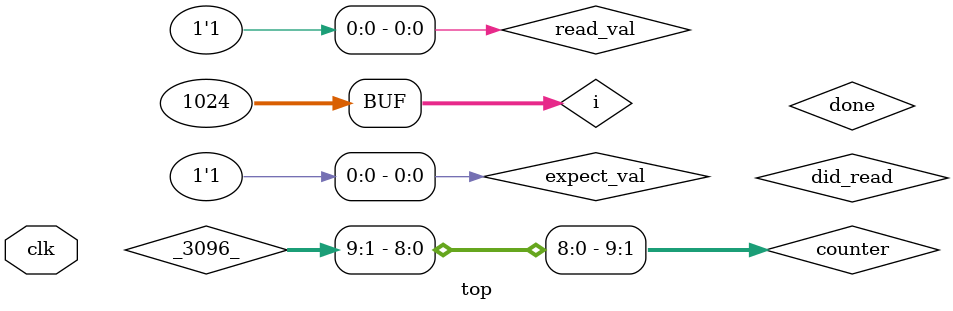
<source format=v>
/* Generated by Yosys 0.55+46 (git sha1 aa1daa702, g++ 11.4.0-1ubuntu1~22.04 -fPIC -O3) */

(* keep =  1  *)
(* dynports =  1  *)
(* top =  1  *)
(* src = "dut.sv:1.1-50.10" *)
module top(clk);
  (* src = "dut.sv:28.1-41.4" *)
  wire [9:0] _0000_;
  (* src = "dut.sv:28.1-41.4" *)
  wire _0001_;
  wire [34:0] _0002_;
  wire _0003_;
  (* src = "dut.sv:47.16-47.38" *)
  wire _0004_;
  wire _0005_;
  wire _0006_;
  wire _0007_;
  wire _0008_;
  wire _0009_;
  wire _0010_;
  wire _0011_;
  wire _0012_;
  wire _0013_;
  wire _0014_;
  wire _0015_;
  wire _0016_;
  wire _0017_;
  wire _0018_;
  wire _0019_;
  wire _0020_;
  wire _0021_;
  wire _0022_;
  wire _0023_;
  wire _0024_;
  wire _0025_;
  wire _0026_;
  wire _0027_;
  wire _0028_;
  wire _0029_;
  wire _0030_;
  wire _0031_;
  wire _0032_;
  wire _0033_;
  wire _0034_;
  wire _0035_;
  wire _0036_;
  wire _0037_;
  wire _0038_;
  wire _0039_;
  wire _0040_;
  wire _0041_;
  wire _0042_;
  wire _0043_;
  wire _0044_;
  wire _0045_;
  wire _0046_;
  wire _0047_;
  wire _0048_;
  wire _0049_;
  wire _0050_;
  wire _0051_;
  wire _0052_;
  wire _0053_;
  wire _0054_;
  wire _0055_;
  wire _0056_;
  wire _0057_;
  wire _0058_;
  wire _0059_;
  wire _0060_;
  wire _0061_;
  wire _0062_;
  wire _0063_;
  wire _0064_;
  wire _0065_;
  wire _0066_;
  wire _0067_;
  wire _0068_;
  wire _0069_;
  wire _0070_;
  wire _0071_;
  wire _0072_;
  wire _0073_;
  wire _0074_;
  wire _0075_;
  wire _0076_;
  wire _0077_;
  wire _0078_;
  wire _0079_;
  wire _0080_;
  wire _0081_;
  wire _0082_;
  wire _0083_;
  wire _0084_;
  wire _0085_;
  wire _0086_;
  wire _0087_;
  wire _0088_;
  wire _0089_;
  wire _0090_;
  wire _0091_;
  wire _0092_;
  wire _0093_;
  wire _0094_;
  wire _0095_;
  wire _0096_;
  wire _0097_;
  wire _0098_;
  wire _0099_;
  wire _0100_;
  wire _0101_;
  wire _0102_;
  wire _0103_;
  wire _0104_;
  wire _0105_;
  wire _0106_;
  wire _0107_;
  wire _0108_;
  wire _0109_;
  wire _0110_;
  wire _0111_;
  wire _0112_;
  wire _0113_;
  wire _0114_;
  wire _0115_;
  wire _0116_;
  wire _0117_;
  wire _0118_;
  wire _0119_;
  wire _0120_;
  wire _0121_;
  wire _0122_;
  wire _0123_;
  wire _0124_;
  wire _0125_;
  wire _0126_;
  wire _0127_;
  wire _0128_;
  wire _0129_;
  wire _0130_;
  wire _0131_;
  wire _0132_;
  wire _0133_;
  wire _0134_;
  wire _0135_;
  wire _0136_;
  wire _0137_;
  wire _0138_;
  wire _0139_;
  wire _0140_;
  wire _0141_;
  wire _0142_;
  wire _0143_;
  wire _0144_;
  wire _0145_;
  wire _0146_;
  wire _0147_;
  wire _0148_;
  wire _0149_;
  wire _0150_;
  wire _0151_;
  wire _0152_;
  wire _0153_;
  wire _0154_;
  wire _0155_;
  wire _0156_;
  wire _0157_;
  wire _0158_;
  wire _0159_;
  wire _0160_;
  wire _0161_;
  wire _0162_;
  wire _0163_;
  wire _0164_;
  wire _0165_;
  wire _0166_;
  wire _0167_;
  wire _0168_;
  wire _0169_;
  wire _0170_;
  wire _0171_;
  wire _0172_;
  wire _0173_;
  wire _0174_;
  wire _0175_;
  wire _0176_;
  wire _0177_;
  wire _0178_;
  wire _0179_;
  wire _0180_;
  wire _0181_;
  wire _0182_;
  wire _0183_;
  wire _0184_;
  wire _0185_;
  wire _0186_;
  wire _0187_;
  wire _0188_;
  wire _0189_;
  wire _0190_;
  wire _0191_;
  wire _0192_;
  wire _0193_;
  wire _0194_;
  wire _0195_;
  wire _0196_;
  wire _0197_;
  wire _0198_;
  wire _0199_;
  wire _0200_;
  wire _0201_;
  wire _0202_;
  wire _0203_;
  wire _0204_;
  wire _0205_;
  wire _0206_;
  wire _0207_;
  wire _0208_;
  wire _0209_;
  wire _0210_;
  wire _0211_;
  wire _0212_;
  wire _0213_;
  wire _0214_;
  wire _0215_;
  wire _0216_;
  wire _0217_;
  wire _0218_;
  wire _0219_;
  wire _0220_;
  wire _0221_;
  wire _0222_;
  wire _0223_;
  wire _0224_;
  wire _0225_;
  wire _0226_;
  wire _0227_;
  wire _0228_;
  wire _0229_;
  wire _0230_;
  wire _0231_;
  wire _0232_;
  wire _0233_;
  wire _0234_;
  wire _0235_;
  wire _0236_;
  wire _0237_;
  wire _0238_;
  wire _0239_;
  wire _0240_;
  wire _0241_;
  wire _0242_;
  wire _0243_;
  wire _0244_;
  wire _0245_;
  wire _0246_;
  wire _0247_;
  wire _0248_;
  wire _0249_;
  wire _0250_;
  wire _0251_;
  wire _0252_;
  wire _0253_;
  wire _0254_;
  wire _0255_;
  wire _0256_;
  wire _0257_;
  wire _0258_;
  wire _0259_;
  wire _0260_;
  wire _0261_;
  wire _0262_;
  wire _0263_;
  wire _0264_;
  wire _0265_;
  wire _0266_;
  wire _0267_;
  wire _0268_;
  wire _0269_;
  wire _0270_;
  wire _0271_;
  wire _0272_;
  wire _0273_;
  wire _0274_;
  wire _0275_;
  wire _0276_;
  wire _0277_;
  wire _0278_;
  wire _0279_;
  wire _0280_;
  wire _0281_;
  wire _0282_;
  wire _0283_;
  wire _0284_;
  wire _0285_;
  wire _0286_;
  wire _0287_;
  wire _0288_;
  wire _0289_;
  wire _0290_;
  wire _0291_;
  wire _0292_;
  wire _0293_;
  wire _0294_;
  wire _0295_;
  wire _0296_;
  wire _0297_;
  wire _0298_;
  wire _0299_;
  wire _0300_;
  wire _0301_;
  wire _0302_;
  wire _0303_;
  wire _0304_;
  wire _0305_;
  wire _0306_;
  wire _0307_;
  wire _0308_;
  wire _0309_;
  wire _0310_;
  wire _0311_;
  wire _0312_;
  wire _0313_;
  wire _0314_;
  wire _0315_;
  wire _0316_;
  wire _0317_;
  wire _0318_;
  wire _0319_;
  wire _0320_;
  wire _0321_;
  wire _0322_;
  wire _0323_;
  wire _0324_;
  wire _0325_;
  wire _0326_;
  wire _0327_;
  wire _0328_;
  wire _0329_;
  wire _0330_;
  wire _0331_;
  wire _0332_;
  wire _0333_;
  wire _0334_;
  wire _0335_;
  wire _0336_;
  wire _0337_;
  wire _0338_;
  wire _0339_;
  wire _0340_;
  wire _0341_;
  wire _0342_;
  wire _0343_;
  wire _0344_;
  wire _0345_;
  wire _0346_;
  wire _0347_;
  wire _0348_;
  wire _0349_;
  wire _0350_;
  wire _0351_;
  wire _0352_;
  wire _0353_;
  wire _0354_;
  wire _0355_;
  wire _0356_;
  wire _0357_;
  wire _0358_;
  wire _0359_;
  wire _0360_;
  wire _0361_;
  wire _0362_;
  wire _0363_;
  wire _0364_;
  wire _0365_;
  wire _0366_;
  wire _0367_;
  wire _0368_;
  wire _0369_;
  wire _0370_;
  wire _0371_;
  wire _0372_;
  wire _0373_;
  wire _0374_;
  wire _0375_;
  wire _0376_;
  wire _0377_;
  wire _0378_;
  wire _0379_;
  wire _0380_;
  wire _0381_;
  wire _0382_;
  wire _0383_;
  wire _0384_;
  wire _0385_;
  wire _0386_;
  wire _0387_;
  wire _0388_;
  wire _0389_;
  wire _0390_;
  wire _0391_;
  wire _0392_;
  wire _0393_;
  wire _0394_;
  wire _0395_;
  wire _0396_;
  wire _0397_;
  wire _0398_;
  wire _0399_;
  wire _0400_;
  wire _0401_;
  wire _0402_;
  wire _0403_;
  wire _0404_;
  wire _0405_;
  wire _0406_;
  wire _0407_;
  wire _0408_;
  wire _0409_;
  wire _0410_;
  wire _0411_;
  wire _0412_;
  wire _0413_;
  wire _0414_;
  wire _0415_;
  wire _0416_;
  wire _0417_;
  wire _0418_;
  wire _0419_;
  wire _0420_;
  wire _0421_;
  wire _0422_;
  wire _0423_;
  wire _0424_;
  wire _0425_;
  wire _0426_;
  wire _0427_;
  wire _0428_;
  wire _0429_;
  wire _0430_;
  wire _0431_;
  wire _0432_;
  wire _0433_;
  wire _0434_;
  wire _0435_;
  wire _0436_;
  wire _0437_;
  wire _0438_;
  wire _0439_;
  wire _0440_;
  wire _0441_;
  wire _0442_;
  wire _0443_;
  wire _0444_;
  wire _0445_;
  wire _0446_;
  wire _0447_;
  wire _0448_;
  wire _0449_;
  wire _0450_;
  wire _0451_;
  wire _0452_;
  wire _0453_;
  wire _0454_;
  wire _0455_;
  wire _0456_;
  wire _0457_;
  wire _0458_;
  wire _0459_;
  wire _0460_;
  wire _0461_;
  wire _0462_;
  wire _0463_;
  wire _0464_;
  wire _0465_;
  wire _0466_;
  wire _0467_;
  wire _0468_;
  wire _0469_;
  wire _0470_;
  wire _0471_;
  wire _0472_;
  wire _0473_;
  wire _0474_;
  wire _0475_;
  wire _0476_;
  wire _0477_;
  wire _0478_;
  wire _0479_;
  wire _0480_;
  wire _0481_;
  wire _0482_;
  wire _0483_;
  wire _0484_;
  wire _0485_;
  wire _0486_;
  wire _0487_;
  wire _0488_;
  wire _0489_;
  wire _0490_;
  wire _0491_;
  wire _0492_;
  wire _0493_;
  wire _0494_;
  wire _0495_;
  wire _0496_;
  wire _0497_;
  wire _0498_;
  wire _0499_;
  wire _0500_;
  wire _0501_;
  wire _0502_;
  wire _0503_;
  wire _0504_;
  wire _0505_;
  wire _0506_;
  wire _0507_;
  wire _0508_;
  wire _0509_;
  wire _0510_;
  wire _0511_;
  wire _0512_;
  wire _0513_;
  wire _0514_;
  wire _0515_;
  wire _0516_;
  wire _0517_;
  wire _0518_;
  wire _0519_;
  wire _0520_;
  wire _0521_;
  wire _0522_;
  wire _0523_;
  wire _0524_;
  wire _0525_;
  wire _0526_;
  wire _0527_;
  wire _0528_;
  wire _0529_;
  wire _0530_;
  wire _0531_;
  wire _0532_;
  wire _0533_;
  wire _0534_;
  wire _0535_;
  wire _0536_;
  wire _0537_;
  wire _0538_;
  wire _0539_;
  wire _0540_;
  wire _0541_;
  wire _0542_;
  wire _0543_;
  wire _0544_;
  wire _0545_;
  wire _0546_;
  wire _0547_;
  wire _0548_;
  wire _0549_;
  wire _0550_;
  wire _0551_;
  wire _0552_;
  wire _0553_;
  wire _0554_;
  wire _0555_;
  wire _0556_;
  wire _0557_;
  wire _0558_;
  wire _0559_;
  wire _0560_;
  wire _0561_;
  wire _0562_;
  wire _0563_;
  wire _0564_;
  wire _0565_;
  wire _0566_;
  wire _0567_;
  wire _0568_;
  wire _0569_;
  wire _0570_;
  wire _0571_;
  wire _0572_;
  wire _0573_;
  wire _0574_;
  wire _0575_;
  wire _0576_;
  wire _0577_;
  wire _0578_;
  wire _0579_;
  wire _0580_;
  wire _0581_;
  wire _0582_;
  wire _0583_;
  wire _0584_;
  wire _0585_;
  wire _0586_;
  wire _0587_;
  wire _0588_;
  wire _0589_;
  wire _0590_;
  wire _0591_;
  wire _0592_;
  wire _0593_;
  wire _0594_;
  wire _0595_;
  wire _0596_;
  wire _0597_;
  wire _0598_;
  wire _0599_;
  wire _0600_;
  wire _0601_;
  wire _0602_;
  wire _0603_;
  wire _0604_;
  wire _0605_;
  wire _0606_;
  wire _0607_;
  wire _0608_;
  wire _0609_;
  wire _0610_;
  wire _0611_;
  wire _0612_;
  wire _0613_;
  wire _0614_;
  wire _0615_;
  wire _0616_;
  wire _0617_;
  wire _0618_;
  wire _0619_;
  wire _0620_;
  wire _0621_;
  wire _0622_;
  wire _0623_;
  wire _0624_;
  wire _0625_;
  wire _0626_;
  wire _0627_;
  wire _0628_;
  wire _0629_;
  wire _0630_;
  wire _0631_;
  wire _0632_;
  wire _0633_;
  wire _0634_;
  wire _0635_;
  wire _0636_;
  wire _0637_;
  wire _0638_;
  wire _0639_;
  wire _0640_;
  wire _0641_;
  wire _0642_;
  wire _0643_;
  wire _0644_;
  wire _0645_;
  wire _0646_;
  wire _0647_;
  wire _0648_;
  wire _0649_;
  wire _0650_;
  wire _0651_;
  wire _0652_;
  wire _0653_;
  wire _0654_;
  wire _0655_;
  wire _0656_;
  wire _0657_;
  wire _0658_;
  wire _0659_;
  wire _0660_;
  wire _0661_;
  wire _0662_;
  wire _0663_;
  wire _0664_;
  wire _0665_;
  wire _0666_;
  wire _0667_;
  wire _0668_;
  wire _0669_;
  wire _0670_;
  wire _0671_;
  wire _0672_;
  wire _0673_;
  wire _0674_;
  wire _0675_;
  wire _0676_;
  wire _0677_;
  wire _0678_;
  wire _0679_;
  wire _0680_;
  wire _0681_;
  wire _0682_;
  wire _0683_;
  wire _0684_;
  wire _0685_;
  wire _0686_;
  wire _0687_;
  wire _0688_;
  wire _0689_;
  wire _0690_;
  wire _0691_;
  wire _0692_;
  wire _0693_;
  wire _0694_;
  wire _0695_;
  wire _0696_;
  wire _0697_;
  wire _0698_;
  wire _0699_;
  wire _0700_;
  wire _0701_;
  wire _0702_;
  wire _0703_;
  wire _0704_;
  wire _0705_;
  wire _0706_;
  wire _0707_;
  wire _0708_;
  wire _0709_;
  wire _0710_;
  wire _0711_;
  wire _0712_;
  wire _0713_;
  wire _0714_;
  wire _0715_;
  wire _0716_;
  wire _0717_;
  wire _0718_;
  wire _0719_;
  wire _0720_;
  wire _0721_;
  wire _0722_;
  wire _0723_;
  wire _0724_;
  wire _0725_;
  wire _0726_;
  wire _0727_;
  wire _0728_;
  wire _0729_;
  wire _0730_;
  wire _0731_;
  wire _0732_;
  wire _0733_;
  wire _0734_;
  wire _0735_;
  wire _0736_;
  wire _0737_;
  wire _0738_;
  wire _0739_;
  wire _0740_;
  wire _0741_;
  wire _0742_;
  wire _0743_;
  wire _0744_;
  wire _0745_;
  wire _0746_;
  wire _0747_;
  wire _0748_;
  wire _0749_;
  wire _0750_;
  wire _0751_;
  wire _0752_;
  wire _0753_;
  wire _0754_;
  wire _0755_;
  wire _0756_;
  wire _0757_;
  wire _0758_;
  wire _0759_;
  wire _0760_;
  wire _0761_;
  wire _0762_;
  wire _0763_;
  wire _0764_;
  wire _0765_;
  wire _0766_;
  wire _0767_;
  wire _0768_;
  wire _0769_;
  wire _0770_;
  wire _0771_;
  wire _0772_;
  wire _0773_;
  wire _0774_;
  wire _0775_;
  wire _0776_;
  wire _0777_;
  wire _0778_;
  wire _0779_;
  wire _0780_;
  wire _0781_;
  wire _0782_;
  wire _0783_;
  wire _0784_;
  wire _0785_;
  wire _0786_;
  wire _0787_;
  wire _0788_;
  wire _0789_;
  wire _0790_;
  wire _0791_;
  wire _0792_;
  wire _0793_;
  wire _0794_;
  wire _0795_;
  wire _0796_;
  wire _0797_;
  wire _0798_;
  wire _0799_;
  wire _0800_;
  wire _0801_;
  wire _0802_;
  wire _0803_;
  wire _0804_;
  wire _0805_;
  wire _0806_;
  wire _0807_;
  wire _0808_;
  wire _0809_;
  wire _0810_;
  wire _0811_;
  wire _0812_;
  wire _0813_;
  wire _0814_;
  wire _0815_;
  wire _0816_;
  wire _0817_;
  wire _0818_;
  wire _0819_;
  wire _0820_;
  wire _0821_;
  wire _0822_;
  wire _0823_;
  wire _0824_;
  wire _0825_;
  wire _0826_;
  wire _0827_;
  wire _0828_;
  wire _0829_;
  wire _0830_;
  wire _0831_;
  wire _0832_;
  wire _0833_;
  wire _0834_;
  wire _0835_;
  wire _0836_;
  wire _0837_;
  wire _0838_;
  wire _0839_;
  wire _0840_;
  wire _0841_;
  wire _0842_;
  wire _0843_;
  wire _0844_;
  wire _0845_;
  wire _0846_;
  wire _0847_;
  wire _0848_;
  wire _0849_;
  wire _0850_;
  wire _0851_;
  wire _0852_;
  wire _0853_;
  wire _0854_;
  wire _0855_;
  wire _0856_;
  wire _0857_;
  wire _0858_;
  wire _0859_;
  wire _0860_;
  wire _0861_;
  wire _0862_;
  wire _0863_;
  wire _0864_;
  wire _0865_;
  wire _0866_;
  wire _0867_;
  wire _0868_;
  wire _0869_;
  wire _0870_;
  wire _0871_;
  wire _0872_;
  wire _0873_;
  wire _0874_;
  wire _0875_;
  wire _0876_;
  wire _0877_;
  wire _0878_;
  wire _0879_;
  wire _0880_;
  wire _0881_;
  wire _0882_;
  wire _0883_;
  wire _0884_;
  wire _0885_;
  wire _0886_;
  wire _0887_;
  wire _0888_;
  wire _0889_;
  wire _0890_;
  wire _0891_;
  wire _0892_;
  wire _0893_;
  wire _0894_;
  wire _0895_;
  wire _0896_;
  wire _0897_;
  wire _0898_;
  wire _0899_;
  wire _0900_;
  wire _0901_;
  wire _0902_;
  wire _0903_;
  wire _0904_;
  wire _0905_;
  wire _0906_;
  wire _0907_;
  wire _0908_;
  wire _0909_;
  wire _0910_;
  wire _0911_;
  wire _0912_;
  wire _0913_;
  wire _0914_;
  wire _0915_;
  wire _0916_;
  wire _0917_;
  wire _0918_;
  wire _0919_;
  wire _0920_;
  wire _0921_;
  wire _0922_;
  wire _0923_;
  wire _0924_;
  wire _0925_;
  wire _0926_;
  wire _0927_;
  wire _0928_;
  wire _0929_;
  wire _0930_;
  wire _0931_;
  wire _0932_;
  wire _0933_;
  wire _0934_;
  wire _0935_;
  wire _0936_;
  wire _0937_;
  wire _0938_;
  wire _0939_;
  wire _0940_;
  wire _0941_;
  wire _0942_;
  wire _0943_;
  wire _0944_;
  wire _0945_;
  wire _0946_;
  wire _0947_;
  wire _0948_;
  wire _0949_;
  wire _0950_;
  wire _0951_;
  wire _0952_;
  wire _0953_;
  wire _0954_;
  wire _0955_;
  wire _0956_;
  wire _0957_;
  wire _0958_;
  wire _0959_;
  wire _0960_;
  wire _0961_;
  wire _0962_;
  wire _0963_;
  wire _0964_;
  wire _0965_;
  wire _0966_;
  wire _0967_;
  wire _0968_;
  wire _0969_;
  wire _0970_;
  wire _0971_;
  wire _0972_;
  wire _0973_;
  wire _0974_;
  wire _0975_;
  wire _0976_;
  wire _0977_;
  wire _0978_;
  wire _0979_;
  wire _0980_;
  wire _0981_;
  wire _0982_;
  wire _0983_;
  wire _0984_;
  wire _0985_;
  wire _0986_;
  wire _0987_;
  wire _0988_;
  wire _0989_;
  wire _0990_;
  wire _0991_;
  wire _0992_;
  wire _0993_;
  wire _0994_;
  wire _0995_;
  wire _0996_;
  wire _0997_;
  wire _0998_;
  wire _0999_;
  wire _1000_;
  wire _1001_;
  wire _1002_;
  wire _1003_;
  wire _1004_;
  wire _1005_;
  wire _1006_;
  wire _1007_;
  wire _1008_;
  wire _1009_;
  wire _1010_;
  wire _1011_;
  wire _1012_;
  wire _1013_;
  wire _1014_;
  wire _1015_;
  wire _1016_;
  wire _1017_;
  wire _1018_;
  wire _1019_;
  wire _1020_;
  wire _1021_;
  wire _1022_;
  wire _1023_;
  wire _1024_;
  wire _1025_;
  wire _1026_;
  wire _1027_;
  wire _1028_;
  wire _1029_;
  wire _1030_;
  wire _1031_;
  wire _1032_;
  wire _1033_;
  wire _1034_;
  wire _1035_;
  wire _1036_;
  wire _1037_;
  wire _1038_;
  wire _1039_;
  wire _1040_;
  wire _1041_;
  wire _1042_;
  wire _1043_;
  wire _1044_;
  wire _1045_;
  wire _1046_;
  wire _1047_;
  wire _1048_;
  wire _1049_;
  wire _1050_;
  wire _1051_;
  wire _1052_;
  wire _1053_;
  wire _1054_;
  wire _1055_;
  wire _1056_;
  wire _1057_;
  wire _1058_;
  wire _1059_;
  wire _1060_;
  wire _1061_;
  wire _1062_;
  wire _1063_;
  wire _1064_;
  wire _1065_;
  wire _1066_;
  wire _1067_;
  wire _1068_;
  wire _1069_;
  wire _1070_;
  wire _1071_;
  wire _1072_;
  wire _1073_;
  wire _1074_;
  wire _1075_;
  wire _1076_;
  wire _1077_;
  wire _1078_;
  wire _1079_;
  wire _1080_;
  wire _1081_;
  wire _1082_;
  wire _1083_;
  wire _1084_;
  wire _1085_;
  wire _1086_;
  wire _1087_;
  wire _1088_;
  wire _1089_;
  wire _1090_;
  wire _1091_;
  wire _1092_;
  wire _1093_;
  wire _1094_;
  wire _1095_;
  wire _1096_;
  wire _1097_;
  wire _1098_;
  wire _1099_;
  wire _1100_;
  wire _1101_;
  wire _1102_;
  wire _1103_;
  wire _1104_;
  wire _1105_;
  wire _1106_;
  wire _1107_;
  wire _1108_;
  wire _1109_;
  wire _1110_;
  wire _1111_;
  wire _1112_;
  wire _1113_;
  wire _1114_;
  wire _1115_;
  wire _1116_;
  wire _1117_;
  wire _1118_;
  wire _1119_;
  wire _1120_;
  wire _1121_;
  wire _1122_;
  wire _1123_;
  wire _1124_;
  wire _1125_;
  wire _1126_;
  wire _1127_;
  wire _1128_;
  wire _1129_;
  wire _1130_;
  wire _1131_;
  wire _1132_;
  wire _1133_;
  wire _1134_;
  wire _1135_;
  wire _1136_;
  wire _1137_;
  wire _1138_;
  wire _1139_;
  wire _1140_;
  wire _1141_;
  wire _1142_;
  wire _1143_;
  wire _1144_;
  wire _1145_;
  wire _1146_;
  wire _1147_;
  wire _1148_;
  wire _1149_;
  wire _1150_;
  wire _1151_;
  wire _1152_;
  wire _1153_;
  wire _1154_;
  wire _1155_;
  wire _1156_;
  wire _1157_;
  wire _1158_;
  wire _1159_;
  wire _1160_;
  wire _1161_;
  wire _1162_;
  wire _1163_;
  wire _1164_;
  wire _1165_;
  wire _1166_;
  wire _1167_;
  wire _1168_;
  wire _1169_;
  wire _1170_;
  wire _1171_;
  wire _1172_;
  wire _1173_;
  wire _1174_;
  wire _1175_;
  wire _1176_;
  wire _1177_;
  wire _1178_;
  wire _1179_;
  wire _1180_;
  wire _1181_;
  wire _1182_;
  wire _1183_;
  wire _1184_;
  wire _1185_;
  wire _1186_;
  wire _1187_;
  wire _1188_;
  wire _1189_;
  wire _1190_;
  wire _1191_;
  wire _1192_;
  wire _1193_;
  wire _1194_;
  wire _1195_;
  wire _1196_;
  wire _1197_;
  wire _1198_;
  wire _1199_;
  wire _1200_;
  wire _1201_;
  wire _1202_;
  wire _1203_;
  wire _1204_;
  wire _1205_;
  wire _1206_;
  wire _1207_;
  wire _1208_;
  wire _1209_;
  wire _1210_;
  wire _1211_;
  wire _1212_;
  wire _1213_;
  wire _1214_;
  wire _1215_;
  wire _1216_;
  wire _1217_;
  wire _1218_;
  wire _1219_;
  wire _1220_;
  wire _1221_;
  wire _1222_;
  wire _1223_;
  wire _1224_;
  wire _1225_;
  wire _1226_;
  wire _1227_;
  wire _1228_;
  wire _1229_;
  wire _1230_;
  wire _1231_;
  wire _1232_;
  wire _1233_;
  wire _1234_;
  wire _1235_;
  wire _1236_;
  wire _1237_;
  wire _1238_;
  wire _1239_;
  wire _1240_;
  wire _1241_;
  wire _1242_;
  wire _1243_;
  wire _1244_;
  wire _1245_;
  wire _1246_;
  wire _1247_;
  wire _1248_;
  wire _1249_;
  wire _1250_;
  wire _1251_;
  wire _1252_;
  wire _1253_;
  wire _1254_;
  wire _1255_;
  wire _1256_;
  wire _1257_;
  wire _1258_;
  wire _1259_;
  wire _1260_;
  wire _1261_;
  wire _1262_;
  wire _1263_;
  wire _1264_;
  wire _1265_;
  wire _1266_;
  wire _1267_;
  wire _1268_;
  wire _1269_;
  wire _1270_;
  wire _1271_;
  wire _1272_;
  wire _1273_;
  wire _1274_;
  wire _1275_;
  wire _1276_;
  wire _1277_;
  wire _1278_;
  wire _1279_;
  wire _1280_;
  wire _1281_;
  wire _1282_;
  wire _1283_;
  wire _1284_;
  wire _1285_;
  wire _1286_;
  wire _1287_;
  wire _1288_;
  wire _1289_;
  wire _1290_;
  wire _1291_;
  wire _1292_;
  wire _1293_;
  wire _1294_;
  wire _1295_;
  wire _1296_;
  wire _1297_;
  wire _1298_;
  wire _1299_;
  wire _1300_;
  wire _1301_;
  wire _1302_;
  wire _1303_;
  wire _1304_;
  wire _1305_;
  wire _1306_;
  wire _1307_;
  wire _1308_;
  wire _1309_;
  wire _1310_;
  wire _1311_;
  wire _1312_;
  wire _1313_;
  wire _1314_;
  wire _1315_;
  wire _1316_;
  wire _1317_;
  wire _1318_;
  wire _1319_;
  wire _1320_;
  wire _1321_;
  wire _1322_;
  wire _1323_;
  wire _1324_;
  wire _1325_;
  wire _1326_;
  wire _1327_;
  wire _1328_;
  wire _1329_;
  wire _1330_;
  wire _1331_;
  wire _1332_;
  wire _1333_;
  wire _1334_;
  wire _1335_;
  wire _1336_;
  wire _1337_;
  wire _1338_;
  wire _1339_;
  wire _1340_;
  wire _1341_;
  wire _1342_;
  wire _1343_;
  wire _1344_;
  wire _1345_;
  wire _1346_;
  wire _1347_;
  wire _1348_;
  wire _1349_;
  wire _1350_;
  wire _1351_;
  wire _1352_;
  wire _1353_;
  wire _1354_;
  wire _1355_;
  wire _1356_;
  wire _1357_;
  wire _1358_;
  wire _1359_;
  wire _1360_;
  wire _1361_;
  wire _1362_;
  wire _1363_;
  wire _1364_;
  wire _1365_;
  wire _1366_;
  wire _1367_;
  wire _1368_;
  wire _1369_;
  wire _1370_;
  wire _1371_;
  wire _1372_;
  wire _1373_;
  wire _1374_;
  wire _1375_;
  wire _1376_;
  wire _1377_;
  wire _1378_;
  wire _1379_;
  wire _1380_;
  wire _1381_;
  wire _1382_;
  wire _1383_;
  wire _1384_;
  wire _1385_;
  wire _1386_;
  wire _1387_;
  wire _1388_;
  wire _1389_;
  wire _1390_;
  wire _1391_;
  wire _1392_;
  wire _1393_;
  wire _1394_;
  wire _1395_;
  wire _1396_;
  wire _1397_;
  wire _1398_;
  wire _1399_;
  wire _1400_;
  wire _1401_;
  wire _1402_;
  wire _1403_;
  wire _1404_;
  wire _1405_;
  wire _1406_;
  wire _1407_;
  wire _1408_;
  wire _1409_;
  wire _1410_;
  wire _1411_;
  wire _1412_;
  wire _1413_;
  wire _1414_;
  wire _1415_;
  wire _1416_;
  wire _1417_;
  wire _1418_;
  wire _1419_;
  wire _1420_;
  wire _1421_;
  wire _1422_;
  wire _1423_;
  wire _1424_;
  wire _1425_;
  wire _1426_;
  wire _1427_;
  wire _1428_;
  wire _1429_;
  wire _1430_;
  wire _1431_;
  wire _1432_;
  wire _1433_;
  wire _1434_;
  wire _1435_;
  wire _1436_;
  wire _1437_;
  wire _1438_;
  wire _1439_;
  wire _1440_;
  wire _1441_;
  wire _1442_;
  wire _1443_;
  wire _1444_;
  wire _1445_;
  wire _1446_;
  wire _1447_;
  wire _1448_;
  wire _1449_;
  wire _1450_;
  wire _1451_;
  wire _1452_;
  wire _1453_;
  wire _1454_;
  wire _1455_;
  wire _1456_;
  wire _1457_;
  wire _1458_;
  wire _1459_;
  wire _1460_;
  wire _1461_;
  wire _1462_;
  wire _1463_;
  wire _1464_;
  wire _1465_;
  wire _1466_;
  wire _1467_;
  wire _1468_;
  wire _1469_;
  wire _1470_;
  wire _1471_;
  wire _1472_;
  wire _1473_;
  wire _1474_;
  wire _1475_;
  wire _1476_;
  wire _1477_;
  wire _1478_;
  wire _1479_;
  wire _1480_;
  wire _1481_;
  wire _1482_;
  wire _1483_;
  wire _1484_;
  wire _1485_;
  wire _1486_;
  wire _1487_;
  wire _1488_;
  wire _1489_;
  wire _1490_;
  wire _1491_;
  wire _1492_;
  wire _1493_;
  wire _1494_;
  wire _1495_;
  wire _1496_;
  wire _1497_;
  wire _1498_;
  wire _1499_;
  wire _1500_;
  wire _1501_;
  wire _1502_;
  wire _1503_;
  wire _1504_;
  wire _1505_;
  wire _1506_;
  wire _1507_;
  wire _1508_;
  wire _1509_;
  wire _1510_;
  wire _1511_;
  wire _1512_;
  wire _1513_;
  wire _1514_;
  wire _1515_;
  wire _1516_;
  wire _1517_;
  wire _1518_;
  wire _1519_;
  wire _1520_;
  wire _1521_;
  wire _1522_;
  wire _1523_;
  wire _1524_;
  wire _1525_;
  wire _1526_;
  wire _1527_;
  wire _1528_;
  wire _1529_;
  wire _1530_;
  wire _1531_;
  wire _1532_;
  wire _1533_;
  wire _1534_;
  wire _1535_;
  wire _1536_;
  wire _1537_;
  wire _1538_;
  wire _1539_;
  wire _1540_;
  wire _1541_;
  wire _1542_;
  wire _1543_;
  wire _1544_;
  wire _1545_;
  wire _1546_;
  wire _1547_;
  wire _1548_;
  wire _1549_;
  wire _1550_;
  wire _1551_;
  wire _1552_;
  wire _1553_;
  wire _1554_;
  wire _1555_;
  wire _1556_;
  wire _1557_;
  wire _1558_;
  wire _1559_;
  wire _1560_;
  wire _1561_;
  wire _1562_;
  wire _1563_;
  wire _1564_;
  wire _1565_;
  wire _1566_;
  wire _1567_;
  wire _1568_;
  wire _1569_;
  wire _1570_;
  wire _1571_;
  wire _1572_;
  wire _1573_;
  wire _1574_;
  wire _1575_;
  wire _1576_;
  wire _1577_;
  wire _1578_;
  wire _1579_;
  wire _1580_;
  wire _1581_;
  wire _1582_;
  wire _1583_;
  wire _1584_;
  wire _1585_;
  wire _1586_;
  wire _1587_;
  wire _1588_;
  wire _1589_;
  wire _1590_;
  wire _1591_;
  wire _1592_;
  wire _1593_;
  wire _1594_;
  wire _1595_;
  wire _1596_;
  wire _1597_;
  wire _1598_;
  wire _1599_;
  wire _1600_;
  wire _1601_;
  wire _1602_;
  wire _1603_;
  wire _1604_;
  wire _1605_;
  wire _1606_;
  wire _1607_;
  wire _1608_;
  wire _1609_;
  wire _1610_;
  wire _1611_;
  wire _1612_;
  wire _1613_;
  wire _1614_;
  wire _1615_;
  wire _1616_;
  wire _1617_;
  wire _1618_;
  wire _1619_;
  wire _1620_;
  wire _1621_;
  wire _1622_;
  wire _1623_;
  wire _1624_;
  wire _1625_;
  wire _1626_;
  wire _1627_;
  wire _1628_;
  wire _1629_;
  wire _1630_;
  wire _1631_;
  wire _1632_;
  wire _1633_;
  wire _1634_;
  wire _1635_;
  wire _1636_;
  wire _1637_;
  wire _1638_;
  wire _1639_;
  wire _1640_;
  wire _1641_;
  wire _1642_;
  wire _1643_;
  wire _1644_;
  wire _1645_;
  wire _1646_;
  wire _1647_;
  wire _1648_;
  wire _1649_;
  wire _1650_;
  wire _1651_;
  wire _1652_;
  wire _1653_;
  wire _1654_;
  wire _1655_;
  wire _1656_;
  wire _1657_;
  wire _1658_;
  wire _1659_;
  wire _1660_;
  wire _1661_;
  wire _1662_;
  wire _1663_;
  wire _1664_;
  wire _1665_;
  wire _1666_;
  wire _1667_;
  wire _1668_;
  wire _1669_;
  wire _1670_;
  wire _1671_;
  wire _1672_;
  wire _1673_;
  wire _1674_;
  wire _1675_;
  wire _1676_;
  wire _1677_;
  wire _1678_;
  wire _1679_;
  wire _1680_;
  wire _1681_;
  wire _1682_;
  wire _1683_;
  wire _1684_;
  wire _1685_;
  wire _1686_;
  wire _1687_;
  wire _1688_;
  wire _1689_;
  wire _1690_;
  wire _1691_;
  wire _1692_;
  wire _1693_;
  wire _1694_;
  wire _1695_;
  wire _1696_;
  wire _1697_;
  wire _1698_;
  wire _1699_;
  wire _1700_;
  wire _1701_;
  wire _1702_;
  wire _1703_;
  wire _1704_;
  wire _1705_;
  wire _1706_;
  wire _1707_;
  wire _1708_;
  wire _1709_;
  wire _1710_;
  wire _1711_;
  wire _1712_;
  wire _1713_;
  wire _1714_;
  wire _1715_;
  wire _1716_;
  wire _1717_;
  wire _1718_;
  wire _1719_;
  wire _1720_;
  wire _1721_;
  wire _1722_;
  wire _1723_;
  wire _1724_;
  wire _1725_;
  wire _1726_;
  wire _1727_;
  wire _1728_;
  wire _1729_;
  wire _1730_;
  wire _1731_;
  wire _1732_;
  wire _1733_;
  wire _1734_;
  wire _1735_;
  wire _1736_;
  wire _1737_;
  wire _1738_;
  wire _1739_;
  wire _1740_;
  wire _1741_;
  wire _1742_;
  wire _1743_;
  wire _1744_;
  wire _1745_;
  wire _1746_;
  wire _1747_;
  wire _1748_;
  wire _1749_;
  wire _1750_;
  wire _1751_;
  wire _1752_;
  wire _1753_;
  wire _1754_;
  wire _1755_;
  wire _1756_;
  wire _1757_;
  wire _1758_;
  wire _1759_;
  wire _1760_;
  wire _1761_;
  wire _1762_;
  wire _1763_;
  wire _1764_;
  wire _1765_;
  wire _1766_;
  wire _1767_;
  wire _1768_;
  wire _1769_;
  wire _1770_;
  wire _1771_;
  wire _1772_;
  wire _1773_;
  wire _1774_;
  wire _1775_;
  wire _1776_;
  wire _1777_;
  wire _1778_;
  wire _1779_;
  wire _1780_;
  wire _1781_;
  wire _1782_;
  wire _1783_;
  wire _1784_;
  wire _1785_;
  wire _1786_;
  wire _1787_;
  wire _1788_;
  wire _1789_;
  wire _1790_;
  wire _1791_;
  wire _1792_;
  wire _1793_;
  wire _1794_;
  wire _1795_;
  wire _1796_;
  wire _1797_;
  wire _1798_;
  wire _1799_;
  wire _1800_;
  wire _1801_;
  wire _1802_;
  wire _1803_;
  wire _1804_;
  wire _1805_;
  wire _1806_;
  wire _1807_;
  wire _1808_;
  wire _1809_;
  wire _1810_;
  wire _1811_;
  wire _1812_;
  wire _1813_;
  wire _1814_;
  wire _1815_;
  wire _1816_;
  wire _1817_;
  wire _1818_;
  wire _1819_;
  wire _1820_;
  wire _1821_;
  wire _1822_;
  wire _1823_;
  wire _1824_;
  wire _1825_;
  wire _1826_;
  wire _1827_;
  wire _1828_;
  wire _1829_;
  wire _1830_;
  wire _1831_;
  wire _1832_;
  wire _1833_;
  wire _1834_;
  wire _1835_;
  wire _1836_;
  wire _1837_;
  wire _1838_;
  wire _1839_;
  wire _1840_;
  wire _1841_;
  wire _1842_;
  wire _1843_;
  wire _1844_;
  wire _1845_;
  wire _1846_;
  wire _1847_;
  wire _1848_;
  wire _1849_;
  wire _1850_;
  wire _1851_;
  wire _1852_;
  wire _1853_;
  wire _1854_;
  wire _1855_;
  wire _1856_;
  wire _1857_;
  wire _1858_;
  wire _1859_;
  wire _1860_;
  wire _1861_;
  wire _1862_;
  wire _1863_;
  wire _1864_;
  wire _1865_;
  wire _1866_;
  wire _1867_;
  wire _1868_;
  wire _1869_;
  wire _1870_;
  wire _1871_;
  wire _1872_;
  wire _1873_;
  wire _1874_;
  wire _1875_;
  wire _1876_;
  wire _1877_;
  wire _1878_;
  wire _1879_;
  wire _1880_;
  wire _1881_;
  wire _1882_;
  wire _1883_;
  wire _1884_;
  wire _1885_;
  wire _1886_;
  wire _1887_;
  wire _1888_;
  wire _1889_;
  wire _1890_;
  wire _1891_;
  wire _1892_;
  wire _1893_;
  wire _1894_;
  wire _1895_;
  wire _1896_;
  wire _1897_;
  wire _1898_;
  wire _1899_;
  wire _1900_;
  wire _1901_;
  wire _1902_;
  wire _1903_;
  wire _1904_;
  wire _1905_;
  wire _1906_;
  wire _1907_;
  wire _1908_;
  wire _1909_;
  wire _1910_;
  wire _1911_;
  wire _1912_;
  wire _1913_;
  wire _1914_;
  wire _1915_;
  wire _1916_;
  wire _1917_;
  wire _1918_;
  wire _1919_;
  wire _1920_;
  wire _1921_;
  wire _1922_;
  wire _1923_;
  wire _1924_;
  wire _1925_;
  wire _1926_;
  wire _1927_;
  wire _1928_;
  wire _1929_;
  wire _1930_;
  wire _1931_;
  wire _1932_;
  wire _1933_;
  wire _1934_;
  wire _1935_;
  wire _1936_;
  wire _1937_;
  wire _1938_;
  wire _1939_;
  wire _1940_;
  wire _1941_;
  wire _1942_;
  wire _1943_;
  wire _1944_;
  wire _1945_;
  wire _1946_;
  wire _1947_;
  wire _1948_;
  wire _1949_;
  wire _1950_;
  wire _1951_;
  wire _1952_;
  wire _1953_;
  wire _1954_;
  wire _1955_;
  wire _1956_;
  wire _1957_;
  wire _1958_;
  wire _1959_;
  wire _1960_;
  wire _1961_;
  wire _1962_;
  wire _1963_;
  wire _1964_;
  wire _1965_;
  wire _1966_;
  wire _1967_;
  wire _1968_;
  wire _1969_;
  wire _1970_;
  wire _1971_;
  wire _1972_;
  wire _1973_;
  wire _1974_;
  wire _1975_;
  wire _1976_;
  wire _1977_;
  wire _1978_;
  wire _1979_;
  wire _1980_;
  wire _1981_;
  wire _1982_;
  wire _1983_;
  wire _1984_;
  wire _1985_;
  wire _1986_;
  wire _1987_;
  wire _1988_;
  wire _1989_;
  wire _1990_;
  wire _1991_;
  wire _1992_;
  wire _1993_;
  wire _1994_;
  wire _1995_;
  wire _1996_;
  wire _1997_;
  wire _1998_;
  wire _1999_;
  wire _2000_;
  wire _2001_;
  wire _2002_;
  wire _2003_;
  wire _2004_;
  wire _2005_;
  wire _2006_;
  wire _2007_;
  wire _2008_;
  wire _2009_;
  wire _2010_;
  wire _2011_;
  wire _2012_;
  wire _2013_;
  wire _2014_;
  wire _2015_;
  wire _2016_;
  wire _2017_;
  wire _2018_;
  wire _2019_;
  wire _2020_;
  wire _2021_;
  wire _2022_;
  wire _2023_;
  wire _2024_;
  wire _2025_;
  wire _2026_;
  wire _2027_;
  wire _2028_;
  wire _2029_;
  wire _2030_;
  wire _2031_;
  wire _2032_;
  wire _2033_;
  wire _2034_;
  wire _2035_;
  wire _2036_;
  wire _2037_;
  wire _2038_;
  wire _2039_;
  wire _2040_;
  wire _2041_;
  wire _2042_;
  wire _2043_;
  wire _2044_;
  wire _2045_;
  wire _2046_;
  wire _2047_;
  wire _2048_;
  wire _2049_;
  wire _2050_;
  wire _2051_;
  wire _2052_;
  wire _2053_;
  wire _2054_;
  wire _2055_;
  wire _2056_;
  wire _2057_;
  wire _2058_;
  wire _2059_;
  wire _2060_;
  wire _2061_;
  wire _2062_;
  wire _2063_;
  wire _2064_;
  wire _2065_;
  wire _2066_;
  wire _2067_;
  wire _2068_;
  wire _2069_;
  wire _2070_;
  wire _2071_;
  wire _2072_;
  wire _2073_;
  wire _2074_;
  wire _2075_;
  wire _2076_;
  wire _2077_;
  wire _2078_;
  wire _2079_;
  wire _2080_;
  wire _2081_;
  wire _2082_;
  wire _2083_;
  wire _2084_;
  wire _2085_;
  wire _2086_;
  wire _2087_;
  wire _2088_;
  wire _2089_;
  wire _2090_;
  wire _2091_;
  wire _2092_;
  wire _2093_;
  wire _2094_;
  wire _2095_;
  wire _2096_;
  wire _2097_;
  wire _2098_;
  wire _2099_;
  wire _2100_;
  wire _2101_;
  wire _2102_;
  wire _2103_;
  wire _2104_;
  wire _2105_;
  wire _2106_;
  wire _2107_;
  wire _2108_;
  wire _2109_;
  wire _2110_;
  wire _2111_;
  wire _2112_;
  wire _2113_;
  wire _2114_;
  wire _2115_;
  wire _2116_;
  wire _2117_;
  wire _2118_;
  wire _2119_;
  wire _2120_;
  wire _2121_;
  wire _2122_;
  wire _2123_;
  wire _2124_;
  wire _2125_;
  wire _2126_;
  wire _2127_;
  wire _2128_;
  wire _2129_;
  wire _2130_;
  wire _2131_;
  wire _2132_;
  wire _2133_;
  wire _2134_;
  wire _2135_;
  wire _2136_;
  wire _2137_;
  wire _2138_;
  wire _2139_;
  wire _2140_;
  wire _2141_;
  wire _2142_;
  wire _2143_;
  wire _2144_;
  wire _2145_;
  wire _2146_;
  wire _2147_;
  wire _2148_;
  wire _2149_;
  wire _2150_;
  wire _2151_;
  wire _2152_;
  wire _2153_;
  wire _2154_;
  wire _2155_;
  wire _2156_;
  wire _2157_;
  wire _2158_;
  wire _2159_;
  wire _2160_;
  wire _2161_;
  wire _2162_;
  wire _2163_;
  wire _2164_;
  wire _2165_;
  wire _2166_;
  wire _2167_;
  wire _2168_;
  wire _2169_;
  wire _2170_;
  wire _2171_;
  wire _2172_;
  wire _2173_;
  wire _2174_;
  wire _2175_;
  wire _2176_;
  wire _2177_;
  wire _2178_;
  wire _2179_;
  wire _2180_;
  wire _2181_;
  wire _2182_;
  wire _2183_;
  wire _2184_;
  wire _2185_;
  wire _2186_;
  wire _2187_;
  wire _2188_;
  wire _2189_;
  wire _2190_;
  wire _2191_;
  wire _2192_;
  wire _2193_;
  wire _2194_;
  wire _2195_;
  wire _2196_;
  wire _2197_;
  wire _2198_;
  wire _2199_;
  wire _2200_;
  wire _2201_;
  wire _2202_;
  wire _2203_;
  wire _2204_;
  wire _2205_;
  wire _2206_;
  wire _2207_;
  wire _2208_;
  wire _2209_;
  wire _2210_;
  wire _2211_;
  wire _2212_;
  wire _2213_;
  wire _2214_;
  wire _2215_;
  wire _2216_;
  wire _2217_;
  wire _2218_;
  wire _2219_;
  wire _2220_;
  wire _2221_;
  wire _2222_;
  wire _2223_;
  wire _2224_;
  wire _2225_;
  wire _2226_;
  wire _2227_;
  wire _2228_;
  wire _2229_;
  wire _2230_;
  wire _2231_;
  wire _2232_;
  wire _2233_;
  wire _2234_;
  wire _2235_;
  wire _2236_;
  wire _2237_;
  wire _2238_;
  wire _2239_;
  wire _2240_;
  wire _2241_;
  wire _2242_;
  wire _2243_;
  wire _2244_;
  wire _2245_;
  wire _2246_;
  wire _2247_;
  wire _2248_;
  wire _2249_;
  wire _2250_;
  wire _2251_;
  wire _2252_;
  wire _2253_;
  wire _2254_;
  wire _2255_;
  wire _2256_;
  wire _2257_;
  wire _2258_;
  wire _2259_;
  wire _2260_;
  wire _2261_;
  wire _2262_;
  wire _2263_;
  wire _2264_;
  wire _2265_;
  wire _2266_;
  wire _2267_;
  wire _2268_;
  wire _2269_;
  wire _2270_;
  wire _2271_;
  wire _2272_;
  wire _2273_;
  wire _2274_;
  wire _2275_;
  wire _2276_;
  wire _2277_;
  wire _2278_;
  wire _2279_;
  wire _2280_;
  wire _2281_;
  wire _2282_;
  wire _2283_;
  wire _2284_;
  wire _2285_;
  wire _2286_;
  wire _2287_;
  wire _2288_;
  wire _2289_;
  wire _2290_;
  wire _2291_;
  wire _2292_;
  wire _2293_;
  wire _2294_;
  wire _2295_;
  wire _2296_;
  wire _2297_;
  wire _2298_;
  wire _2299_;
  wire _2300_;
  wire _2301_;
  wire _2302_;
  wire _2303_;
  wire _2304_;
  wire _2305_;
  wire _2306_;
  wire _2307_;
  wire _2308_;
  wire _2309_;
  wire _2310_;
  wire _2311_;
  wire _2312_;
  wire _2313_;
  wire _2314_;
  wire _2315_;
  wire _2316_;
  wire _2317_;
  wire _2318_;
  wire _2319_;
  wire _2320_;
  wire _2321_;
  wire _2322_;
  wire _2323_;
  wire _2324_;
  wire _2325_;
  wire _2326_;
  wire _2327_;
  wire _2328_;
  wire _2329_;
  wire _2330_;
  wire _2331_;
  wire _2332_;
  wire _2333_;
  wire _2334_;
  wire _2335_;
  wire _2336_;
  wire _2337_;
  wire _2338_;
  wire _2339_;
  wire _2340_;
  wire _2341_;
  wire _2342_;
  wire _2343_;
  wire _2344_;
  wire _2345_;
  wire _2346_;
  wire _2347_;
  wire _2348_;
  wire _2349_;
  wire _2350_;
  wire _2351_;
  wire _2352_;
  wire _2353_;
  wire _2354_;
  wire _2355_;
  wire _2356_;
  wire _2357_;
  wire _2358_;
  wire _2359_;
  wire _2360_;
  wire _2361_;
  wire _2362_;
  wire _2363_;
  wire _2364_;
  wire _2365_;
  wire _2366_;
  wire _2367_;
  wire _2368_;
  wire _2369_;
  wire _2370_;
  wire _2371_;
  wire _2372_;
  wire _2373_;
  wire _2374_;
  wire _2375_;
  wire _2376_;
  wire _2377_;
  wire _2378_;
  wire _2379_;
  wire _2380_;
  wire _2381_;
  wire _2382_;
  wire _2383_;
  wire _2384_;
  wire _2385_;
  wire _2386_;
  wire _2387_;
  wire _2388_;
  wire _2389_;
  wire _2390_;
  wire _2391_;
  wire _2392_;
  wire _2393_;
  wire _2394_;
  wire _2395_;
  wire _2396_;
  wire _2397_;
  wire _2398_;
  wire _2399_;
  wire _2400_;
  wire _2401_;
  wire _2402_;
  wire _2403_;
  wire _2404_;
  wire _2405_;
  wire _2406_;
  wire _2407_;
  wire _2408_;
  wire _2409_;
  wire _2410_;
  wire _2411_;
  wire _2412_;
  wire _2413_;
  wire _2414_;
  wire _2415_;
  wire _2416_;
  wire _2417_;
  wire _2418_;
  wire _2419_;
  wire _2420_;
  wire _2421_;
  wire _2422_;
  wire _2423_;
  wire _2424_;
  wire _2425_;
  wire _2426_;
  wire _2427_;
  wire _2428_;
  wire _2429_;
  wire _2430_;
  wire _2431_;
  wire _2432_;
  wire _2433_;
  wire _2434_;
  wire _2435_;
  wire _2436_;
  wire _2437_;
  wire _2438_;
  wire _2439_;
  wire _2440_;
  wire _2441_;
  wire _2442_;
  wire _2443_;
  wire _2444_;
  wire _2445_;
  wire _2446_;
  wire _2447_;
  wire _2448_;
  wire _2449_;
  wire _2450_;
  wire _2451_;
  wire _2452_;
  wire _2453_;
  wire _2454_;
  wire _2455_;
  wire _2456_;
  wire _2457_;
  wire _2458_;
  wire _2459_;
  wire _2460_;
  wire _2461_;
  wire _2462_;
  wire _2463_;
  wire _2464_;
  wire _2465_;
  wire _2466_;
  wire _2467_;
  wire _2468_;
  wire _2469_;
  wire _2470_;
  wire _2471_;
  wire _2472_;
  wire _2473_;
  wire _2474_;
  wire _2475_;
  wire _2476_;
  wire _2477_;
  wire _2478_;
  wire _2479_;
  wire _2480_;
  wire _2481_;
  wire _2482_;
  wire _2483_;
  wire _2484_;
  wire _2485_;
  wire _2486_;
  wire _2487_;
  wire _2488_;
  wire _2489_;
  wire _2490_;
  wire _2491_;
  wire _2492_;
  wire _2493_;
  wire _2494_;
  wire _2495_;
  wire _2496_;
  wire _2497_;
  wire _2498_;
  wire _2499_;
  wire _2500_;
  wire _2501_;
  wire _2502_;
  wire _2503_;
  wire _2504_;
  wire _2505_;
  wire _2506_;
  wire _2507_;
  wire _2508_;
  wire _2509_;
  wire _2510_;
  wire _2511_;
  wire _2512_;
  wire _2513_;
  wire _2514_;
  wire _2515_;
  wire _2516_;
  wire _2517_;
  wire _2518_;
  wire _2519_;
  wire _2520_;
  wire _2521_;
  wire _2522_;
  wire _2523_;
  wire _2524_;
  wire _2525_;
  wire _2526_;
  wire _2527_;
  wire _2528_;
  wire _2529_;
  wire _2530_;
  wire _2531_;
  wire _2532_;
  wire _2533_;
  wire _2534_;
  wire _2535_;
  wire _2536_;
  wire _2537_;
  wire _2538_;
  wire _2539_;
  wire _2540_;
  wire _2541_;
  wire _2542_;
  wire _2543_;
  wire _2544_;
  wire _2545_;
  wire _2546_;
  wire _2547_;
  wire _2548_;
  wire _2549_;
  wire _2550_;
  wire _2551_;
  wire _2552_;
  wire _2553_;
  wire _2554_;
  wire _2555_;
  wire _2556_;
  wire _2557_;
  wire _2558_;
  wire _2559_;
  wire _2560_;
  wire _2561_;
  wire _2562_;
  wire _2563_;
  wire _2564_;
  wire _2565_;
  wire _2566_;
  wire _2567_;
  wire _2568_;
  wire _2569_;
  wire _2570_;
  wire _2571_;
  wire _2572_;
  wire _2573_;
  wire _2574_;
  wire _2575_;
  wire _2576_;
  wire _2577_;
  wire _2578_;
  wire _2579_;
  wire _2580_;
  wire _2581_;
  wire _2582_;
  wire _2583_;
  wire _2584_;
  wire _2585_;
  wire _2586_;
  wire _2587_;
  wire _2588_;
  wire _2589_;
  wire _2590_;
  wire _2591_;
  wire _2592_;
  wire _2593_;
  wire _2594_;
  wire _2595_;
  wire _2596_;
  wire _2597_;
  wire _2598_;
  wire _2599_;
  wire _2600_;
  wire _2601_;
  wire _2602_;
  wire _2603_;
  wire _2604_;
  wire _2605_;
  wire _2606_;
  wire _2607_;
  wire _2608_;
  wire _2609_;
  wire _2610_;
  wire _2611_;
  wire _2612_;
  wire _2613_;
  wire _2614_;
  wire _2615_;
  wire _2616_;
  wire _2617_;
  wire _2618_;
  wire _2619_;
  wire _2620_;
  wire _2621_;
  wire _2622_;
  wire _2623_;
  wire _2624_;
  wire _2625_;
  wire _2626_;
  wire _2627_;
  wire _2628_;
  wire _2629_;
  wire _2630_;
  wire _2631_;
  wire _2632_;
  wire _2633_;
  wire _2634_;
  wire _2635_;
  wire _2636_;
  wire _2637_;
  wire _2638_;
  wire _2639_;
  wire _2640_;
  wire _2641_;
  wire _2642_;
  wire _2643_;
  wire _2644_;
  wire _2645_;
  wire _2646_;
  wire _2647_;
  wire _2648_;
  wire _2649_;
  wire _2650_;
  wire _2651_;
  wire _2652_;
  wire _2653_;
  wire _2654_;
  wire _2655_;
  wire _2656_;
  wire _2657_;
  wire _2658_;
  wire _2659_;
  wire _2660_;
  wire _2661_;
  wire _2662_;
  wire _2663_;
  wire _2664_;
  wire _2665_;
  wire _2666_;
  wire _2667_;
  wire _2668_;
  wire _2669_;
  wire _2670_;
  wire _2671_;
  wire _2672_;
  wire _2673_;
  wire _2674_;
  wire _2675_;
  wire _2676_;
  wire _2677_;
  wire _2678_;
  wire _2679_;
  wire _2680_;
  wire _2681_;
  wire _2682_;
  wire _2683_;
  wire _2684_;
  wire _2685_;
  wire _2686_;
  wire _2687_;
  wire _2688_;
  wire _2689_;
  wire _2690_;
  wire _2691_;
  wire _2692_;
  wire _2693_;
  wire _2694_;
  wire _2695_;
  wire _2696_;
  wire _2697_;
  wire _2698_;
  wire _2699_;
  wire _2700_;
  wire _2701_;
  wire _2702_;
  wire _2703_;
  wire _2704_;
  wire _2705_;
  wire _2706_;
  wire _2707_;
  wire _2708_;
  wire _2709_;
  wire _2710_;
  wire _2711_;
  wire _2712_;
  wire _2713_;
  wire _2714_;
  wire _2715_;
  wire _2716_;
  wire _2717_;
  wire _2718_;
  wire _2719_;
  wire _2720_;
  wire _2721_;
  wire _2722_;
  wire _2723_;
  wire _2724_;
  wire _2725_;
  wire _2726_;
  wire _2727_;
  wire _2728_;
  wire _2729_;
  wire _2730_;
  wire _2731_;
  wire _2732_;
  wire _2733_;
  wire _2734_;
  wire _2735_;
  wire _2736_;
  wire _2737_;
  wire _2738_;
  wire _2739_;
  wire _2740_;
  wire _2741_;
  wire _2742_;
  wire _2743_;
  wire _2744_;
  wire _2745_;
  wire _2746_;
  wire _2747_;
  wire _2748_;
  wire _2749_;
  wire _2750_;
  wire _2751_;
  wire _2752_;
  wire _2753_;
  wire _2754_;
  wire _2755_;
  wire _2756_;
  wire _2757_;
  wire _2758_;
  wire _2759_;
  wire _2760_;
  wire _2761_;
  wire _2762_;
  wire _2763_;
  wire _2764_;
  wire _2765_;
  wire _2766_;
  wire _2767_;
  wire _2768_;
  wire _2769_;
  wire _2770_;
  wire _2771_;
  wire _2772_;
  wire _2773_;
  wire _2774_;
  wire _2775_;
  wire _2776_;
  wire _2777_;
  wire _2778_;
  wire _2779_;
  wire _2780_;
  wire _2781_;
  wire _2782_;
  wire _2783_;
  wire _2784_;
  wire _2785_;
  wire _2786_;
  wire _2787_;
  wire _2788_;
  wire _2789_;
  wire _2790_;
  wire _2791_;
  wire _2792_;
  wire _2793_;
  wire _2794_;
  wire _2795_;
  wire _2796_;
  wire _2797_;
  wire _2798_;
  wire _2799_;
  wire _2800_;
  wire _2801_;
  wire _2802_;
  wire _2803_;
  wire _2804_;
  wire _2805_;
  wire _2806_;
  wire _2807_;
  wire _2808_;
  wire _2809_;
  wire _2810_;
  wire _2811_;
  wire _2812_;
  wire _2813_;
  wire _2814_;
  wire _2815_;
  wire _2816_;
  wire _2817_;
  wire _2818_;
  wire _2819_;
  wire _2820_;
  wire _2821_;
  wire _2822_;
  wire _2823_;
  wire _2824_;
  wire _2825_;
  wire _2826_;
  wire _2827_;
  wire _2828_;
  wire _2829_;
  wire _2830_;
  wire _2831_;
  wire _2832_;
  wire _2833_;
  wire _2834_;
  wire _2835_;
  wire _2836_;
  wire _2837_;
  wire _2838_;
  wire _2839_;
  wire _2840_;
  wire _2841_;
  wire _2842_;
  wire _2843_;
  wire _2844_;
  wire _2845_;
  wire _2846_;
  wire _2847_;
  wire _2848_;
  wire _2849_;
  wire _2850_;
  wire _2851_;
  wire _2852_;
  wire _2853_;
  wire _2854_;
  wire _2855_;
  wire _2856_;
  wire _2857_;
  wire _2858_;
  wire _2859_;
  wire _2860_;
  wire _2861_;
  wire _2862_;
  wire _2863_;
  wire _2864_;
  wire _2865_;
  wire _2866_;
  wire _2867_;
  wire _2868_;
  wire _2869_;
  wire _2870_;
  wire _2871_;
  wire _2872_;
  wire _2873_;
  wire _2874_;
  wire _2875_;
  wire _2876_;
  wire _2877_;
  wire _2878_;
  wire _2879_;
  wire _2880_;
  wire _2881_;
  wire _2882_;
  wire _2883_;
  wire _2884_;
  wire _2885_;
  wire _2886_;
  wire _2887_;
  wire _2888_;
  wire _2889_;
  wire _2890_;
  wire _2891_;
  wire _2892_;
  wire _2893_;
  wire _2894_;
  wire _2895_;
  wire _2896_;
  wire _2897_;
  wire _2898_;
  wire _2899_;
  wire _2900_;
  wire _2901_;
  wire _2902_;
  wire _2903_;
  wire _2904_;
  wire _2905_;
  wire _2906_;
  wire _2907_;
  wire _2908_;
  wire _2909_;
  wire _2910_;
  wire _2911_;
  wire _2912_;
  wire _2913_;
  wire _2914_;
  wire _2915_;
  wire _2916_;
  wire _2917_;
  wire _2918_;
  wire _2919_;
  wire _2920_;
  wire _2921_;
  wire _2922_;
  wire _2923_;
  wire _2924_;
  wire _2925_;
  wire _2926_;
  wire _2927_;
  wire _2928_;
  wire _2929_;
  wire _2930_;
  wire _2931_;
  wire _2932_;
  wire _2933_;
  wire _2934_;
  wire _2935_;
  wire _2936_;
  wire _2937_;
  wire _2938_;
  wire _2939_;
  wire _2940_;
  wire _2941_;
  wire _2942_;
  wire _2943_;
  wire _2944_;
  wire _2945_;
  wire _2946_;
  wire _2947_;
  wire _2948_;
  wire _2949_;
  wire _2950_;
  wire _2951_;
  wire _2952_;
  wire _2953_;
  wire _2954_;
  wire _2955_;
  wire _2956_;
  wire _2957_;
  wire _2958_;
  wire _2959_;
  wire _2960_;
  wire _2961_;
  wire _2962_;
  wire _2963_;
  wire _2964_;
  wire _2965_;
  wire _2966_;
  wire _2967_;
  wire _2968_;
  wire _2969_;
  wire _2970_;
  wire _2971_;
  wire _2972_;
  wire _2973_;
  wire _2974_;
  wire _2975_;
  wire _2976_;
  wire _2977_;
  wire _2978_;
  wire _2979_;
  wire _2980_;
  wire _2981_;
  wire _2982_;
  wire _2983_;
  wire _2984_;
  wire _2985_;
  wire _2986_;
  wire _2987_;
  wire _2988_;
  wire _2989_;
  wire _2990_;
  wire _2991_;
  wire _2992_;
  wire _2993_;
  wire _2994_;
  wire _2995_;
  wire _2996_;
  wire _2997_;
  wire _2998_;
  wire _2999_;
  wire _3000_;
  wire _3001_;
  wire _3002_;
  wire _3003_;
  wire _3004_;
  wire _3005_;
  wire _3006_;
  wire _3007_;
  wire _3008_;
  wire _3009_;
  wire _3010_;
  wire _3011_;
  wire _3012_;
  wire _3013_;
  wire _3014_;
  wire _3015_;
  wire _3016_;
  wire _3017_;
  wire _3018_;
  wire _3019_;
  wire _3020_;
  wire _3021_;
  wire _3022_;
  wire _3023_;
  wire _3024_;
  wire _3025_;
  wire _3026_;
  wire _3027_;
  wire _3028_;
  wire _3029_;
  wire _3030_;
  wire _3031_;
  wire _3032_;
  wire _3033_;
  wire _3034_;
  wire _3035_;
  wire _3036_;
  wire _3037_;
  wire _3038_;
  wire _3039_;
  wire _3040_;
  wire _3041_;
  wire _3042_;
  wire _3043_;
  wire _3044_;
  wire _3045_;
  wire _3046_;
  wire _3047_;
  wire _3048_;
  wire _3049_;
  wire _3050_;
  wire _3051_;
  wire _3052_;
  wire _3053_;
  wire _3054_;
  wire _3055_;
  wire _3056_;
  wire _3057_;
  wire _3058_;
  wire _3059_;
  wire _3060_;
  wire _3061_;
  wire _3062_;
  wire _3063_;
  wire _3064_;
  wire _3065_;
  wire _3066_;
  wire _3067_;
  wire _3068_;
  wire _3069_;
  wire _3070_;
  wire _3071_;
  wire _3072_;
  wire _3073_;
  wire _3074_;
  wire _3075_;
  wire _3076_;
  wire _3077_;
  wire _3078_;
  wire _3079_;
  wire _3080_;
  wire _3081_;
  wire _3082_;
  wire _3083_;
  wire _3084_;
  wire _3085_;
  wire _3086_;
  wire _3087_;
  wire _3088_;
  wire _3089_;
  wire _3090_;
  wire _3091_;
  wire _3092_;
  wire _3093_;
  wire _3094_;
  wire _3095_;
  (* force_downto = 32'd1 *)
  (* src = "dut.sv:38.19-38.30|/home/alain/uhdm2rtlil/out/current/bin/../share/yosys/techmap.v:270.23-270.24" *)
  wire [9:0] _3096_;
  (* src = "dut.sv:7.12-7.15" *)
  input clk;
  wire clk;
  (* init = 10'h000 *)
  (* src = "dut.sv:21.22-21.29" *)
  wire [9:0] counter;
  (* init = 1'h0 *)
  (* src = "dut.sv:24.5-24.13" *)
  wire did_read;
  (* init = 1'h0 *)
  (* src = "dut.sv:22.5-22.9" *)
  wire done;
  (* src = "dut.sv:43.18-43.28" *)
  wire [35:0] expect_val;
  (* src = "dut.sv:12.9-12.10" *)
  wire [31:0] i;
  (* src = "dut.sv:25.22-25.31" *)
  wire [9:0] read_addr;
  (* src = "dut.sv:26.17-26.25" *)
  wire [35:0] read_val;
  \$_NOT_  _3097_ (
    .A(read_addr[0]),
    .Y(expect_val[1])
  );
  \$_XNOR_  _3098_ (
    .A(done),
    .B(counter[0]),
    .Y(_0000_[0])
  );
  \$_ANDNOT_  _3099_ (
    .A(counter[0]),
    .B(counter[1]),
    .Y(_0391_)
  );
  \$_ANDNOT_  _3100_ (
    .A(counter[1]),
    .B(counter[0]),
    .Y(_0402_)
  );
  \$_OR_  _3101_ (
    .A(_0402_),
    .B(_0391_),
    .Y(_0413_)
  );
  \$_MUX_  _3102_ (
    .A(_0413_),
    .B(counter[1]),
    .S(done),
    .Y(_0000_[1])
  );
  \$_AND_  _3103_ (
    .A(counter[1]),
    .B(counter[0]),
    .Y(_0434_)
  );
  \$_XOR_  _3104_ (
    .A(_0434_),
    .B(counter[2]),
    .Y(_0445_)
  );
  \$_MUX_  _3105_ (
    .A(_0445_),
    .B(counter[2]),
    .S(done),
    .Y(_0000_[2])
  );
  \$_NOT_  _3106_ (
    .A(counter[2]),
    .Y(_0466_)
  );
  \$_ANDNOT_  _3107_ (
    .A(_0434_),
    .B(_0466_),
    .Y(_0477_)
  );
  \$_XOR_  _3108_ (
    .A(_0477_),
    .B(counter[3]),
    .Y(_0487_)
  );
  \$_MUX_  _3109_ (
    .A(_0487_),
    .B(counter[3]),
    .S(done),
    .Y(_0000_[3])
  );
  \$_AND_  _3110_ (
    .A(counter[3]),
    .B(counter[2]),
    .Y(_0508_)
  );
  \$_AND_  _3111_ (
    .A(_0508_),
    .B(_0434_),
    .Y(_0519_)
  );
  \$_XOR_  _3112_ (
    .A(_0519_),
    .B(counter[4]),
    .Y(_0530_)
  );
  \$_MUX_  _3113_ (
    .A(_0530_),
    .B(counter[4]),
    .S(done),
    .Y(_0000_[4])
  );
  \$_NOT_  _3114_ (
    .A(counter[4]),
    .Y(_0551_)
  );
  \$_ANDNOT_  _3115_ (
    .A(_0519_),
    .B(_0551_),
    .Y(_0562_)
  );
  \$_XOR_  _3116_ (
    .A(_0562_),
    .B(counter[5]),
    .Y(_0573_)
  );
  \$_MUX_  _3117_ (
    .A(_0573_),
    .B(counter[5]),
    .S(done),
    .Y(_0000_[5])
  );
  \$_NAND_  _3118_ (
    .A(counter[5]),
    .B(counter[4]),
    .Y(_0593_)
  );
  \$_ANDNOT_  _3119_ (
    .A(_0519_),
    .B(_0593_),
    .Y(_0604_)
  );
  \$_XOR_  _3120_ (
    .A(_0604_),
    .B(counter[6]),
    .Y(_0615_)
  );
  \$_MUX_  _3121_ (
    .A(_0615_),
    .B(counter[6]),
    .S(done),
    .Y(_0000_[6])
  );
  \$_NOT_  _3122_ (
    .A(counter[6]),
    .Y(_0636_)
  );
  \$_ANDNOT_  _3123_ (
    .A(_0604_),
    .B(_0636_),
    .Y(_0647_)
  );
  \$_XOR_  _3124_ (
    .A(_0647_),
    .B(counter[7]),
    .Y(_0658_)
  );
  \$_MUX_  _3125_ (
    .A(_0658_),
    .B(counter[7]),
    .S(done),
    .Y(_0000_[7])
  );
  \$_NAND_  _3126_ (
    .A(counter[7]),
    .B(counter[6]),
    .Y(_0679_)
  );
  \$_OR_  _3127_ (
    .A(_0679_),
    .B(_0593_),
    .Y(_0690_)
  );
  \$_ANDNOT_  _3128_ (
    .A(_0519_),
    .B(_0690_),
    .Y(_0700_)
  );
  \$_XOR_  _3129_ (
    .A(_0700_),
    .B(counter[8]),
    .Y(_0711_)
  );
  \$_MUX_  _3130_ (
    .A(_0711_),
    .B(counter[8]),
    .S(done),
    .Y(_0000_[8])
  );
  \$_NOT_  _3131_ (
    .A(counter[8]),
    .Y(_0732_)
  );
  \$_ANDNOT_  _3132_ (
    .A(_0700_),
    .B(_0732_),
    .Y(_0743_)
  );
  \$_XOR_  _3133_ (
    .A(_0743_),
    .B(counter[9]),
    .Y(_0754_)
  );
  \$_MUX_  _3134_ (
    .A(_0754_),
    .B(counter[9]),
    .S(done),
    .Y(_0000_[9])
  );
  \$_OR_  _3135_ (
    .A(_0000_[1]),
    .B(_0000_[0]),
    .Y(_0775_)
  );
  \$_OR_  _3136_ (
    .A(_0000_[3]),
    .B(_0000_[2]),
    .Y(_0786_)
  );
  \$_OR_  _3137_ (
    .A(_0786_),
    .B(_0775_),
    .Y(_0797_)
  );
  \$_OR_  _3138_ (
    .A(_0000_[5]),
    .B(_0000_[4]),
    .Y(_0808_)
  );
  \$_OR_  _3139_ (
    .A(_0000_[7]),
    .B(_0000_[6]),
    .Y(_0818_)
  );
  \$_OR_  _3140_ (
    .A(_0818_),
    .B(_0808_),
    .Y(_0829_)
  );
  \$_OR_  _3141_ (
    .A(_0829_),
    .B(_0797_),
    .Y(_0840_)
  );
  \$_OR_  _3142_ (
    .A(_0000_[9]),
    .B(_0000_[8]),
    .Y(_0851_)
  );
  \$_OR_  _3143_ (
    .A(_0851_),
    .B(_0840_),
    .Y(_0003_)
  );
  \$_XOR_  _3144_ (
    .A(read_val[1]),
    .B(read_addr[0]),
    .Y(_0872_)
  );
  \$_NOT_  _3145_ (
    .A(read_val[2]),
    .Y(_0883_)
  );
  \$_XNOR_  _3146_ (
    .A(read_val[2]),
    .B(read_addr[0]),
    .Y(_0894_)
  );
  \$_XOR_  _3147_ (
    .A(_0894_),
    .B(read_addr[0]),
    .Y(_0905_)
  );
  \$_XOR_  _3148_ (
    .A(_0905_),
    .B(_0883_),
    .Y(_0915_)
  );
  \$_ORNOT_  _3149_ (
    .A(read_addr[0]),
    .B(read_val[2]),
    .Y(_0926_)
  );
  \$_XOR_  _3150_ (
    .A(_0926_),
    .B(read_addr[2]),
    .Y(_0937_)
  );
  \$_ANDNOT_  _3151_ (
    .A(read_addr[0]),
    .B(read_val[2]),
    .Y(_0948_)
  );
  \$_XOR_  _3152_ (
    .A(_0948_),
    .B(_0937_),
    .Y(_0959_)
  );
  \$_XNOR_  _3153_ (
    .A(_0959_),
    .B(read_val[3]),
    .Y(_0970_)
  );
  \$_OR_  _3154_ (
    .A(_0970_),
    .B(_0915_),
    .Y(_0981_)
  );
  \$_ANDNOT_  _3155_ (
    .A(_0872_),
    .B(_0981_),
    .Y(_0992_)
  );
  \$_XNOR_  _3156_ (
    .A(read_addr[3]),
    .B(read_addr[2]),
    .Y(_1003_)
  );
  \$_NAND_  _3157_ (
    .A(read_val[2]),
    .B(read_addr[0]),
    .Y(_1014_)
  );
  \$_ANDNOT_  _3158_ (
    .A(read_addr[2]),
    .B(_0926_),
    .Y(_1024_)
  );
  \$_ANDNOT_  _3159_ (
    .A(_1014_),
    .B(_1024_),
    .Y(_1035_)
  );
  \$_XNOR_  _3160_ (
    .A(_1035_),
    .B(_1003_),
    .Y(_1046_)
  );
  \$_ANDNOT_  _3161_ (
    .A(_0948_),
    .B(_0937_),
    .Y(_1057_)
  );
  \$_XOR_  _3162_ (
    .A(_1057_),
    .B(_1046_),
    .Y(_1068_)
  );
  \$_XNOR_  _3163_ (
    .A(_1068_),
    .B(read_val[4]),
    .Y(_1079_)
  );
  \$_XNOR_  _3164_ (
    .A(read_addr[4]),
    .B(read_addr[3]),
    .Y(_1090_)
  );
  \$_AND_  _3165_ (
    .A(read_addr[3]),
    .B(read_addr[2]),
    .Y(_1101_)
  );
  \$_XOR_  _3166_ (
    .A(_1101_),
    .B(_1090_),
    .Y(_1111_)
  );
  \$_NOR_  _3167_ (
    .A(_1035_),
    .B(_1003_),
    .Y(_1122_)
  );
  \$_XOR_  _3168_ (
    .A(_1122_),
    .B(_1111_),
    .Y(_1133_)
  );
  \$_ANDNOT_  _3169_ (
    .A(_1057_),
    .B(_1046_),
    .Y(_1144_)
  );
  \$_XOR_  _3170_ (
    .A(_1144_),
    .B(_1133_),
    .Y(_1155_)
  );
  \$_XNOR_  _3171_ (
    .A(_1155_),
    .B(read_val[5]),
    .Y(_1166_)
  );
  \$_OR_  _3172_ (
    .A(_1166_),
    .B(_1079_),
    .Y(_1177_)
  );
  \$_NOT_  _3173_ (
    .A(read_addr[5]),
    .Y(_1188_)
  );
  \$_AND_  _3174_ (
    .A(read_addr[4]),
    .B(read_addr[3]),
    .Y(_1198_)
  );
  \$_XOR_  _3175_ (
    .A(_1198_),
    .B(_1188_),
    .Y(_1209_)
  );
  \$_XOR_  _3176_ (
    .A(_1209_),
    .B(read_addr[4]),
    .Y(_1220_)
  );
  \$_ANDNOT_  _3177_ (
    .A(_1101_),
    .B(_1090_),
    .Y(_1231_)
  );
  \$_XOR_  _3178_ (
    .A(_1231_),
    .B(_1220_),
    .Y(_1242_)
  );
  \$_ANDNOT_  _3179_ (
    .A(_1122_),
    .B(_1111_),
    .Y(_1253_)
  );
  \$_XOR_  _3180_ (
    .A(_1253_),
    .B(_1242_),
    .Y(_1264_)
  );
  \$_ANDNOT_  _3181_ (
    .A(_1144_),
    .B(_1133_),
    .Y(_1275_)
  );
  \$_XOR_  _3182_ (
    .A(_1275_),
    .B(_1264_),
    .Y(_1285_)
  );
  \$_XNOR_  _3183_ (
    .A(_1285_),
    .B(read_val[6]),
    .Y(_1296_)
  );
  \$_XNOR_  _3184_ (
    .A(read_addr[5]),
    .B(read_addr[6]),
    .Y(_1307_)
  );
  \$_ANDNOT_  _3185_ (
    .A(read_addr[4]),
    .B(_1209_),
    .Y(_1318_)
  );
  \$_XOR_  _3186_ (
    .A(_1318_),
    .B(_1307_),
    .Y(_1329_)
  );
  \$_NAND_  _3187_ (
    .A(_1198_),
    .B(read_addr[5]),
    .Y(_1339_)
  );
  \$_XOR_  _3188_ (
    .A(_1339_),
    .B(_1329_),
    .Y(_1350_)
  );
  \$_ORNOT_  _3189_ (
    .A(_1220_),
    .B(_1231_),
    .Y(_1361_)
  );
  \$_XNOR_  _3190_ (
    .A(_1361_),
    .B(_1350_),
    .Y(_1371_)
  );
  \$_ANDNOT_  _3191_ (
    .A(_1253_),
    .B(_1242_),
    .Y(_1382_)
  );
  \$_XOR_  _3192_ (
    .A(_1382_),
    .B(_1371_),
    .Y(_1393_)
  );
  \$_ANDNOT_  _3193_ (
    .A(_1275_),
    .B(_1264_),
    .Y(_1404_)
  );
  \$_XOR_  _3194_ (
    .A(_1404_),
    .B(_1393_),
    .Y(_1415_)
  );
  \$_XNOR_  _3195_ (
    .A(_1415_),
    .B(read_val[7]),
    .Y(_1426_)
  );
  \$_OR_  _3196_ (
    .A(_1426_),
    .B(_1296_),
    .Y(_1437_)
  );
  \$_OR_  _3197_ (
    .A(_1437_),
    .B(_1177_),
    .Y(_1448_)
  );
  \$_ANDNOT_  _3198_ (
    .A(_0992_),
    .B(_1448_),
    .Y(_1458_)
  );
  \$_XNOR_  _3199_ (
    .A(read_addr[7]),
    .B(read_addr[6]),
    .Y(_1469_)
  );
  \$_AND_  _3200_ (
    .A(read_addr[5]),
    .B(read_addr[6]),
    .Y(_1480_)
  );
  \$_XOR_  _3201_ (
    .A(_1480_),
    .B(_1469_),
    .Y(_1491_)
  );
  \$_XOR_  _3202_ (
    .A(_1491_),
    .B(read_addr[0]),
    .Y(_1502_)
  );
  \$_XOR_  _3203_ (
    .A(_1502_),
    .B(_1307_),
    .Y(_1513_)
  );
  \$_NAND_  _3204_ (
    .A(_1318_),
    .B(_1307_),
    .Y(_1524_)
  );
  \$_ANDNOT_  _3205_ (
    .A(_1329_),
    .B(_1339_),
    .Y(_1535_)
  );
  \$_ANDNOT_  _3206_ (
    .A(_1524_),
    .B(_1535_),
    .Y(_1546_)
  );
  \$_XOR_  _3207_ (
    .A(_1546_),
    .B(_1513_),
    .Y(_1557_)
  );
  \$_OR_  _3208_ (
    .A(_1361_),
    .B(_1350_),
    .Y(_1567_)
  );
  \$_XNOR_  _3209_ (
    .A(_1567_),
    .B(_1557_),
    .Y(_1578_)
  );
  \$_NOT_  _3210_ (
    .A(_1578_),
    .Y(_1589_)
  );
  \$_ANDNOT_  _3211_ (
    .A(_1382_),
    .B(_1371_),
    .Y(_1600_)
  );
  \$_ANDNOT_  _3212_ (
    .A(_1404_),
    .B(_1393_),
    .Y(_1611_)
  );
  \$_NOR_  _3213_ (
    .A(_1611_),
    .B(_1600_),
    .Y(_1622_)
  );
  \$_XOR_  _3214_ (
    .A(_1622_),
    .B(_1589_),
    .Y(_1633_)
  );
  \$_XNOR_  _3215_ (
    .A(_1633_),
    .B(read_val[8]),
    .Y(_1643_)
  );
  \$_ORNOT_  _3216_ (
    .A(read_addr[6]),
    .B(read_addr[7]),
    .Y(_1654_)
  );
  \$_XOR_  _3217_ (
    .A(_1654_),
    .B(read_val[2]),
    .Y(_1665_)
  );
  \$_OR_  _3218_ (
    .A(_1491_),
    .B(expect_val[1]),
    .Y(_1676_)
  );
  \$_XOR_  _3219_ (
    .A(_1676_),
    .B(_1665_),
    .Y(_1687_)
  );
  \$_NOT_  _3220_ (
    .A(read_addr[8]),
    .Y(_1698_)
  );
  \$_ANDNOT_  _3221_ (
    .A(_1480_),
    .B(_1469_),
    .Y(_1709_)
  );
  \$_XOR_  _3222_ (
    .A(_1709_),
    .B(_1698_),
    .Y(_1719_)
  );
  \$_NOT_  _3223_ (
    .A(_1719_),
    .Y(_1730_)
  );
  \$_XOR_  _3224_ (
    .A(_1730_),
    .B(_1687_),
    .Y(_1741_)
  );
  \$_NOR_  _3225_ (
    .A(_1502_),
    .B(_1307_),
    .Y(_1752_)
  );
  \$_XOR_  _3226_ (
    .A(_1752_),
    .B(_1741_),
    .Y(_1763_)
  );
  \$_ANDNOT_  _3227_ (
    .A(_1513_),
    .B(_1546_),
    .Y(_1774_)
  );
  \$_XOR_  _3228_ (
    .A(_1774_),
    .B(_1763_),
    .Y(_1785_)
  );
  \$_OR_  _3229_ (
    .A(_1567_),
    .B(_1557_),
    .Y(_1795_)
  );
  \$_ANDNOT_  _3230_ (
    .A(_1589_),
    .B(_1622_),
    .Y(_1806_)
  );
  \$_ANDNOT_  _3231_ (
    .A(_1795_),
    .B(_1806_),
    .Y(_1817_)
  );
  \$_XOR_  _3232_ (
    .A(_1817_),
    .B(_1785_),
    .Y(_1828_)
  );
  \$_XNOR_  _3233_ (
    .A(_1828_),
    .B(read_val[9]),
    .Y(_1839_)
  );
  \$_OR_  _3234_ (
    .A(_1839_),
    .B(_1643_),
    .Y(_1850_)
  );
  \$_NOT_  _3235_ (
    .A(read_addr[2]),
    .Y(_1860_)
  );
  \$_ANDNOT_  _3236_ (
    .A(read_val[2]),
    .B(_1654_),
    .Y(_1871_)
  );
  \$_XOR_  _3237_ (
    .A(_1871_),
    .B(_1860_),
    .Y(_1882_)
  );
  \$_AND_  _3238_ (
    .A(read_addr[7]),
    .B(read_addr[6]),
    .Y(_1893_)
  );
  \$_XNOR_  _3239_ (
    .A(read_addr[9]),
    .B(read_addr[8]),
    .Y(_1904_)
  );
  \$_XOR_  _3240_ (
    .A(_1904_),
    .B(_1893_),
    .Y(_1915_)
  );
  \$_XOR_  _3241_ (
    .A(_1915_),
    .B(_1882_),
    .Y(_1925_)
  );
  \$_OR_  _3242_ (
    .A(_1676_),
    .B(_1665_),
    .Y(_1936_)
  );
  \$_ANDNOT_  _3243_ (
    .A(_1687_),
    .B(_1719_),
    .Y(_1947_)
  );
  \$_ANDNOT_  _3244_ (
    .A(_1936_),
    .B(_1947_),
    .Y(_1958_)
  );
  \$_XOR_  _3245_ (
    .A(_1958_),
    .B(_1925_),
    .Y(_1969_)
  );
  \$_ANDNOT_  _3246_ (
    .A(_1709_),
    .B(_1698_),
    .Y(_1980_)
  );
  \$_NOT_  _3247_ (
    .A(_1980_),
    .Y(_1991_)
  );
  \$_XOR_  _3248_ (
    .A(_1991_),
    .B(_1969_),
    .Y(_2002_)
  );
  \$_NAND_  _3249_ (
    .A(_1752_),
    .B(_1741_),
    .Y(_2012_)
  );
  \$_XNOR_  _3250_ (
    .A(_2012_),
    .B(_2002_),
    .Y(_2023_)
  );
  \$_NOT_  _3251_ (
    .A(_2023_),
    .Y(_2034_)
  );
  \$_AND_  _3252_ (
    .A(_1774_),
    .B(_1763_),
    .Y(_2045_)
  );
  \$_ANDNOT_  _3253_ (
    .A(_1785_),
    .B(_1795_),
    .Y(_2056_)
  );
  \$_OR_  _3254_ (
    .A(_2056_),
    .B(_2045_),
    .Y(_2067_)
  );
  \$_ORNOT_  _3255_ (
    .A(_1578_),
    .B(_1785_),
    .Y(_2078_)
  );
  \$_OR_  _3256_ (
    .A(_2078_),
    .B(_1622_),
    .Y(_2089_)
  );
  \$_ANDNOT_  _3257_ (
    .A(_2089_),
    .B(_2067_),
    .Y(_2099_)
  );
  \$_XOR_  _3258_ (
    .A(_2099_),
    .B(_2034_),
    .Y(_2110_)
  );
  \$_XNOR_  _3259_ (
    .A(_2110_),
    .B(read_val[10]),
    .Y(_2121_)
  );
  \$_XOR_  _3260_ (
    .A(read_addr[3]),
    .B(read_addr[0]),
    .Y(_2132_)
  );
  \$_XOR_  _3261_ (
    .A(_2132_),
    .B(_1860_),
    .Y(_2143_)
  );
  \$_ORNOT_  _3262_ (
    .A(read_addr[8]),
    .B(read_addr[9]),
    .Y(_2153_)
  );
  \$_XOR_  _3263_ (
    .A(_2153_),
    .B(_2143_),
    .Y(_2164_)
  );
  \$_NAND_  _3264_ (
    .A(_1871_),
    .B(_1860_),
    .Y(_2175_)
  );
  \$_ANDNOT_  _3265_ (
    .A(_1882_),
    .B(_1915_),
    .Y(_2186_)
  );
  \$_ANDNOT_  _3266_ (
    .A(_2175_),
    .B(_2186_),
    .Y(_2197_)
  );
  \$_XOR_  _3267_ (
    .A(_2197_),
    .B(_2164_),
    .Y(_2207_)
  );
  \$_ANDNOT_  _3268_ (
    .A(_1893_),
    .B(_1904_),
    .Y(_2218_)
  );
  \$_XOR_  _3269_ (
    .A(_2218_),
    .B(_2207_),
    .Y(_2229_)
  );
  \$_OR_  _3270_ (
    .A(_1958_),
    .B(_1925_),
    .Y(_2240_)
  );
  \$_ANDNOT_  _3271_ (
    .A(_1969_),
    .B(_1991_),
    .Y(_2251_)
  );
  \$_ANDNOT_  _3272_ (
    .A(_2240_),
    .B(_2251_),
    .Y(_2262_)
  );
  \$_XNOR_  _3273_ (
    .A(_2262_),
    .B(_2229_),
    .Y(_2272_)
  );
  \$_OR_  _3274_ (
    .A(_2012_),
    .B(_2002_),
    .Y(_2283_)
  );
  \$_ANDNOT_  _3275_ (
    .A(_2034_),
    .B(_2099_),
    .Y(_2294_)
  );
  \$_ANDNOT_  _3276_ (
    .A(_2283_),
    .B(_2294_),
    .Y(_2305_)
  );
  \$_XOR_  _3277_ (
    .A(_2305_),
    .B(_2272_),
    .Y(_2316_)
  );
  \$_XNOR_  _3278_ (
    .A(_2316_),
    .B(read_val[11]),
    .Y(_2327_)
  );
  \$_OR_  _3279_ (
    .A(_2327_),
    .B(_2121_),
    .Y(_2338_)
  );
  \$_OR_  _3280_ (
    .A(_2338_),
    .B(_1850_),
    .Y(_2348_)
  );
  \$_XOR_  _3281_ (
    .A(_0905_),
    .B(read_addr[4]),
    .Y(_2359_)
  );
  \$_ANDNOT_  _3282_ (
    .A(read_addr[3]),
    .B(read_addr[0]),
    .Y(_2370_)
  );
  \$_XOR_  _3283_ (
    .A(_2370_),
    .B(_2359_),
    .Y(_2381_)
  );
  \$_ANDNOT_  _3284_ (
    .A(read_addr[2]),
    .B(_2132_),
    .Y(_2392_)
  );
  \$_XOR_  _3285_ (
    .A(_2392_),
    .B(_2381_),
    .Y(_2402_)
  );
  \$_ANDNOT_  _3286_ (
    .A(_2143_),
    .B(_2153_),
    .Y(_2413_)
  );
  \$_NOT_  _3287_ (
    .A(_2413_),
    .Y(_2424_)
  );
  \$_XOR_  _3288_ (
    .A(_2424_),
    .B(_2402_),
    .Y(_2434_)
  );
  \$_AND_  _3289_ (
    .A(read_addr[9]),
    .B(read_addr[8]),
    .Y(_2435_)
  );
  \$_NOT_  _3290_ (
    .A(_2435_),
    .Y(_2436_)
  );
  \$_XOR_  _3291_ (
    .A(_2436_),
    .B(_2434_),
    .Y(_2437_)
  );
  \$_OR_  _3292_ (
    .A(_2197_),
    .B(_2164_),
    .Y(_2438_)
  );
  \$_NOT_  _3293_ (
    .A(_2218_),
    .Y(_2439_)
  );
  \$_ANDNOT_  _3294_ (
    .A(_2207_),
    .B(_2439_),
    .Y(_2440_)
  );
  \$_ANDNOT_  _3295_ (
    .A(_2438_),
    .B(_2440_),
    .Y(_2441_)
  );
  \$_XNOR_  _3296_ (
    .A(_2441_),
    .B(_2437_),
    .Y(_2442_)
  );
  \$_NOT_  _3297_ (
    .A(_2442_),
    .Y(_2443_)
  );
  \$_ANDNOT_  _3298_ (
    .A(_2229_),
    .B(_2262_),
    .Y(_2444_)
  );
  \$_ANDNOT_  _3299_ (
    .A(_2272_),
    .B(_2283_),
    .Y(_2445_)
  );
  \$_OR_  _3300_ (
    .A(_2445_),
    .B(_2444_),
    .Y(_2446_)
  );
  \$_NAND_  _3301_ (
    .A(_2272_),
    .B(_2034_),
    .Y(_2447_)
  );
  \$_ANDNOT_  _3302_ (
    .A(_2067_),
    .B(_2447_),
    .Y(_2448_)
  );
  \$_OR_  _3303_ (
    .A(_2448_),
    .B(_2446_),
    .Y(_2449_)
  );
  \$_NOT_  _3304_ (
    .A(_1622_),
    .Y(_2450_)
  );
  \$_OR_  _3305_ (
    .A(_2447_),
    .B(_2078_),
    .Y(_2451_)
  );
  \$_ANDNOT_  _3306_ (
    .A(_2450_),
    .B(_2451_),
    .Y(_2452_)
  );
  \$_NOR_  _3307_ (
    .A(_2452_),
    .B(_2449_),
    .Y(_2453_)
  );
  \$_XOR_  _3308_ (
    .A(_2453_),
    .B(_2443_),
    .Y(_2454_)
  );
  \$_XNOR_  _3309_ (
    .A(_2454_),
    .B(read_val[12]),
    .Y(_2455_)
  );
  \$_ANDNOT_  _3310_ (
    .A(read_val[2]),
    .B(read_addr[0]),
    .Y(_2456_)
  );
  \$_XOR_  _3311_ (
    .A(_2456_),
    .B(_1860_),
    .Y(_2457_)
  );
  \$_NOT_  _3312_ (
    .A(read_addr[4]),
    .Y(_2458_)
  );
  \$_MUX_  _3313_ (
    .A(expect_val[1]),
    .B(_2458_),
    .S(read_val[2]),
    .Y(_2459_)
  );
  \$_XOR_  _3314_ (
    .A(_2459_),
    .B(_2457_),
    .Y(_2460_)
  );
  \$_XOR_  _3315_ (
    .A(_2460_),
    .B(read_addr[5]),
    .Y(_2461_)
  );
  \$_ANDNOT_  _3316_ (
    .A(_2370_),
    .B(_2359_),
    .Y(_2462_)
  );
  \$_XOR_  _3317_ (
    .A(_2462_),
    .B(_2461_),
    .Y(_2463_)
  );
  \$_ANDNOT_  _3318_ (
    .A(_2392_),
    .B(_2381_),
    .Y(_2464_)
  );
  \$_XOR_  _3319_ (
    .A(_2464_),
    .B(_2463_),
    .Y(_2465_)
  );
  \$_OR_  _3320_ (
    .A(_2424_),
    .B(_2402_),
    .Y(_2466_)
  );
  \$_ANDNOT_  _3321_ (
    .A(_2434_),
    .B(_2436_),
    .Y(_2467_)
  );
  \$_ANDNOT_  _3322_ (
    .A(_2466_),
    .B(_2467_),
    .Y(_2468_)
  );
  \$_XOR_  _3323_ (
    .A(_2468_),
    .B(_2465_),
    .Y(_2469_)
  );
  \$_OR_  _3324_ (
    .A(_2441_),
    .B(_2437_),
    .Y(_2470_)
  );
  \$_ANDNOT_  _3325_ (
    .A(_2443_),
    .B(_2453_),
    .Y(_2471_)
  );
  \$_ANDNOT_  _3326_ (
    .A(_2470_),
    .B(_2471_),
    .Y(_2472_)
  );
  \$_XOR_  _3327_ (
    .A(_2472_),
    .B(_2469_),
    .Y(_2473_)
  );
  \$_XNOR_  _3328_ (
    .A(_2473_),
    .B(read_val[13]),
    .Y(_2474_)
  );
  \$_OR_  _3329_ (
    .A(_2474_),
    .B(_2455_),
    .Y(_2475_)
  );
  \$_NOT_  _3330_ (
    .A(read_addr[6]),
    .Y(_2476_)
  );
  \$_XOR_  _3331_ (
    .A(_1003_),
    .B(_0894_),
    .Y(_2477_)
  );
  \$_OR_  _3332_ (
    .A(_1014_),
    .B(read_val[2]),
    .Y(_2478_)
  );
  \$_ANDNOT_  _3333_ (
    .A(read_addr[2]),
    .B(_2456_),
    .Y(_2479_)
  );
  \$_ANDNOT_  _3334_ (
    .A(_2478_),
    .B(_2479_),
    .Y(_2480_)
  );
  \$_XOR_  _3335_ (
    .A(_2480_),
    .B(_2477_),
    .Y(_2481_)
  );
  \$_XOR_  _3336_ (
    .A(_2481_),
    .B(_2476_),
    .Y(_2482_)
  );
  \$_ORNOT_  _3337_ (
    .A(_2459_),
    .B(_2457_),
    .Y(_2483_)
  );
  \$_ANDNOT_  _3338_ (
    .A(read_addr[5]),
    .B(_2460_),
    .Y(_2484_)
  );
  \$_ANDNOT_  _3339_ (
    .A(_2483_),
    .B(_2484_),
    .Y(_2485_)
  );
  \$_XOR_  _3340_ (
    .A(_2485_),
    .B(_2482_),
    .Y(_2486_)
  );
  \$_ANDNOT_  _3341_ (
    .A(_2462_),
    .B(_2461_),
    .Y(_2487_)
  );
  \$_XOR_  _3342_ (
    .A(_2487_),
    .B(_2486_),
    .Y(_2488_)
  );
  \$_ANDNOT_  _3343_ (
    .A(_2464_),
    .B(_2463_),
    .Y(_2489_)
  );
  \$_XOR_  _3344_ (
    .A(_2489_),
    .B(_2488_),
    .Y(_2490_)
  );
  \$_NOT_  _3345_ (
    .A(_2490_),
    .Y(_2491_)
  );
  \$_NOR_  _3346_ (
    .A(_2468_),
    .B(_2465_),
    .Y(_2492_)
  );
  \$_ANDNOT_  _3347_ (
    .A(_2469_),
    .B(_2470_),
    .Y(_2493_)
  );
  \$_OR_  _3348_ (
    .A(_2493_),
    .B(_2492_),
    .Y(_2494_)
  );
  \$_ORNOT_  _3349_ (
    .A(_2442_),
    .B(_2469_),
    .Y(_2495_)
  );
  \$_OR_  _3350_ (
    .A(_2495_),
    .B(_2453_),
    .Y(_2496_)
  );
  \$_ANDNOT_  _3351_ (
    .A(_2496_),
    .B(_2494_),
    .Y(_2497_)
  );
  \$_XOR_  _3352_ (
    .A(_2497_),
    .B(_2491_),
    .Y(_2498_)
  );
  \$_XNOR_  _3353_ (
    .A(_2498_),
    .B(read_val[14]),
    .Y(_2499_)
  );
  \$_XOR_  _3354_ (
    .A(_1090_),
    .B(_0883_),
    .Y(_2500_)
  );
  \$_XOR_  _3355_ (
    .A(read_addr[3]),
    .B(read_addr[2]),
    .Y(_2501_)
  );
  \$_ANDNOT_  _3356_ (
    .A(_2501_),
    .B(_0894_),
    .Y(_2502_)
  );
  \$_ANDNOT_  _3357_ (
    .A(_1014_),
    .B(_2502_),
    .Y(_2503_)
  );
  \$_XOR_  _3358_ (
    .A(_2503_),
    .B(_2500_),
    .Y(_2504_)
  );
  \$_XNOR_  _3359_ (
    .A(_1101_),
    .B(read_addr[7]),
    .Y(_2505_)
  );
  \$_XOR_  _3360_ (
    .A(_2505_),
    .B(_2504_),
    .Y(_2506_)
  );
  \$_ORNOT_  _3361_ (
    .A(_2480_),
    .B(_2477_),
    .Y(_2507_)
  );
  \$_ANDNOT_  _3362_ (
    .A(read_addr[6]),
    .B(_2481_),
    .Y(_2508_)
  );
  \$_ANDNOT_  _3363_ (
    .A(_2507_),
    .B(_2508_),
    .Y(_2509_)
  );
  \$_XOR_  _3364_ (
    .A(_2509_),
    .B(_2506_),
    .Y(_2510_)
  );
  \$_ANDNOT_  _3365_ (
    .A(_2482_),
    .B(_2485_),
    .Y(_2511_)
  );
  \$_XOR_  _3366_ (
    .A(_2511_),
    .B(_2510_),
    .Y(_2512_)
  );
  \$_ANDNOT_  _3367_ (
    .A(_2487_),
    .B(_2486_),
    .Y(_2513_)
  );
  \$_XOR_  _3368_ (
    .A(_2513_),
    .B(_2512_),
    .Y(_2514_)
  );
  \$_ORNOT_  _3369_ (
    .A(_2488_),
    .B(_2489_),
    .Y(_2515_)
  );
  \$_ANDNOT_  _3370_ (
    .A(_2491_),
    .B(_2497_),
    .Y(_2516_)
  );
  \$_ANDNOT_  _3371_ (
    .A(_2515_),
    .B(_2516_),
    .Y(_2517_)
  );
  \$_XOR_  _3372_ (
    .A(_2517_),
    .B(_2514_),
    .Y(_2518_)
  );
  \$_XNOR_  _3373_ (
    .A(_2518_),
    .B(read_val[15]),
    .Y(_2519_)
  );
  \$_OR_  _3374_ (
    .A(_2519_),
    .B(_2499_),
    .Y(_2520_)
  );
  \$_OR_  _3375_ (
    .A(_2520_),
    .B(_2475_),
    .Y(_2521_)
  );
  \$_OR_  _3376_ (
    .A(_2521_),
    .B(_2348_),
    .Y(_2522_)
  );
  \$_ANDNOT_  _3377_ (
    .A(_1458_),
    .B(_2522_),
    .Y(_2523_)
  );
  \$_NOT_  _3378_ (
    .A(_1209_),
    .Y(_2524_)
  );
  \$_XNOR_  _3379_ (
    .A(read_addr[4]),
    .B(read_addr[2]),
    .Y(_2525_)
  );
  \$_XOR_  _3380_ (
    .A(_2525_),
    .B(_0894_),
    .Y(_2526_)
  );
  \$_OR_  _3381_ (
    .A(_1090_),
    .B(read_val[2]),
    .Y(_2527_)
  );
  \$_XNOR_  _3382_ (
    .A(_2527_),
    .B(_2526_),
    .Y(_2528_)
  );
  \$_XOR_  _3383_ (
    .A(_2528_),
    .B(_2524_),
    .Y(_2529_)
  );
  \$_OR_  _3384_ (
    .A(_2503_),
    .B(_2500_),
    .Y(_2530_)
  );
  \$_ANDNOT_  _3385_ (
    .A(_2504_),
    .B(_2505_),
    .Y(_2531_)
  );
  \$_ANDNOT_  _3386_ (
    .A(_2530_),
    .B(_2531_),
    .Y(_2532_)
  );
  \$_XOR_  _3387_ (
    .A(_2532_),
    .B(_2529_),
    .Y(_2533_)
  );
  \$_AND_  _3388_ (
    .A(_1101_),
    .B(read_addr[7]),
    .Y(_2534_)
  );
  \$_XOR_  _3389_ (
    .A(_2534_),
    .B(_1698_),
    .Y(_2535_)
  );
  \$_XOR_  _3390_ (
    .A(_2535_),
    .B(_2533_),
    .Y(_2536_)
  );
  \$_NOR_  _3391_ (
    .A(_2509_),
    .B(_2506_),
    .Y(_2537_)
  );
  \$_XOR_  _3392_ (
    .A(_2537_),
    .B(_2536_),
    .Y(_2538_)
  );
  \$_NAND_  _3393_ (
    .A(_2511_),
    .B(_2510_),
    .Y(_2539_)
  );
  \$_XNOR_  _3394_ (
    .A(_2539_),
    .B(_2538_),
    .Y(_2540_)
  );
  \$_AND_  _3395_ (
    .A(_2513_),
    .B(_2512_),
    .Y(_2541_)
  );
  \$_ANDNOT_  _3396_ (
    .A(_2514_),
    .B(_2515_),
    .Y(_2542_)
  );
  \$_OR_  _3397_ (
    .A(_2542_),
    .B(_2541_),
    .Y(_2543_)
  );
  \$_NAND_  _3398_ (
    .A(_2514_),
    .B(_2491_),
    .Y(_2544_)
  );
  \$_ANDNOT_  _3399_ (
    .A(_2494_),
    .B(_2544_),
    .Y(_2545_)
  );
  \$_OR_  _3400_ (
    .A(_2545_),
    .B(_2543_),
    .Y(_2546_)
  );
  \$_OR_  _3401_ (
    .A(_2544_),
    .B(_2495_),
    .Y(_2547_)
  );
  \$_ANDNOT_  _3402_ (
    .A(_2449_),
    .B(_2547_),
    .Y(_2548_)
  );
  \$_OR_  _3403_ (
    .A(_2548_),
    .B(_2546_),
    .Y(_2549_)
  );
  \$_OR_  _3404_ (
    .A(_2547_),
    .B(_2451_),
    .Y(_2550_)
  );
  \$_ANDNOT_  _3405_ (
    .A(_2450_),
    .B(_2550_),
    .Y(_2551_)
  );
  \$_OR_  _3406_ (
    .A(_2551_),
    .B(_2549_),
    .Y(_2552_)
  );
  \$_XOR_  _3407_ (
    .A(_2552_),
    .B(_2540_),
    .Y(_2553_)
  );
  \$_XNOR_  _3408_ (
    .A(_2553_),
    .B(read_val[16]),
    .Y(_2554_)
  );
  \$_XOR_  _3409_ (
    .A(_0894_),
    .B(expect_val[1]),
    .Y(_2555_)
  );
  \$_XOR_  _3410_ (
    .A(_2555_),
    .B(read_addr[3]),
    .Y(_2556_)
  );
  \$_ANDNOT_  _3411_ (
    .A(_0894_),
    .B(_2525_),
    .Y(_2557_)
  );
  \$_ANDNOT_  _3412_ (
    .A(_0926_),
    .B(_2557_),
    .Y(_2558_)
  );
  \$_XOR_  _3413_ (
    .A(_2558_),
    .B(_2556_),
    .Y(_2559_)
  );
  \$_AND_  _3414_ (
    .A(read_addr[4]),
    .B(read_addr[2]),
    .Y(_2560_)
  );
  \$_XOR_  _3415_ (
    .A(_2560_),
    .B(_1307_),
    .Y(_2561_)
  );
  \$_XOR_  _3416_ (
    .A(_2561_),
    .B(_2559_),
    .Y(_2562_)
  );
  \$_OR_  _3417_ (
    .A(_2527_),
    .B(_2526_),
    .Y(_2563_)
  );
  \$_ANDNOT_  _3418_ (
    .A(_2524_),
    .B(_2528_),
    .Y(_2564_)
  );
  \$_ANDNOT_  _3419_ (
    .A(_2563_),
    .B(_2564_),
    .Y(_2565_)
  );
  \$_XOR_  _3420_ (
    .A(_2565_),
    .B(_2562_),
    .Y(_2566_)
  );
  \$_XOR_  _3421_ (
    .A(_1339_),
    .B(read_addr[9]),
    .Y(_2567_)
  );
  \$_XOR_  _3422_ (
    .A(_2567_),
    .B(_2566_),
    .Y(_2568_)
  );
  \$_OR_  _3423_ (
    .A(_2532_),
    .B(_2529_),
    .Y(_2569_)
  );
  \$_ANDNOT_  _3424_ (
    .A(_2533_),
    .B(_2535_),
    .Y(_2570_)
  );
  \$_ANDNOT_  _3425_ (
    .A(_2569_),
    .B(_2570_),
    .Y(_2571_)
  );
  \$_XOR_  _3426_ (
    .A(_2571_),
    .B(_2568_),
    .Y(_2572_)
  );
  \$_ANDNOT_  _3427_ (
    .A(_2534_),
    .B(_1698_),
    .Y(_2573_)
  );
  \$_XOR_  _3428_ (
    .A(_2573_),
    .B(_2572_),
    .Y(_2574_)
  );
  \$_ANDNOT_  _3429_ (
    .A(_2537_),
    .B(_2536_),
    .Y(_2575_)
  );
  \$_XOR_  _3430_ (
    .A(_2575_),
    .B(_2574_),
    .Y(_2576_)
  );
  \$_OR_  _3431_ (
    .A(_2539_),
    .B(_2538_),
    .Y(_2577_)
  );
  \$_ANDNOT_  _3432_ (
    .A(_2552_),
    .B(_2540_),
    .Y(_2578_)
  );
  \$_ANDNOT_  _3433_ (
    .A(_2577_),
    .B(_2578_),
    .Y(_2579_)
  );
  \$_XOR_  _3434_ (
    .A(_2579_),
    .B(_2576_),
    .Y(_2580_)
  );
  \$_XNOR_  _3435_ (
    .A(_2580_),
    .B(read_val[17]),
    .Y(_2581_)
  );
  \$_OR_  _3436_ (
    .A(_2581_),
    .B(_2554_),
    .Y(_2582_)
  );
  \$_NOT_  _3437_ (
    .A(_1491_),
    .Y(_2583_)
  );
  \$_XOR_  _3438_ (
    .A(read_addr[4]),
    .B(read_addr[2]),
    .Y(_2584_)
  );
  \$_AND_  _3439_ (
    .A(read_val[2]),
    .B(read_addr[0]),
    .Y(_2585_)
  );
  \$_XOR_  _3440_ (
    .A(_2585_),
    .B(_2584_),
    .Y(_2586_)
  );
  \$_NOT_  _3441_ (
    .A(read_addr[3]),
    .Y(_2587_)
  );
  \$_MUX_  _3442_ (
    .A(_2587_),
    .B(expect_val[1]),
    .S(read_val[2]),
    .Y(_2588_)
  );
  \$_XNOR_  _3443_ (
    .A(_2588_),
    .B(_2586_),
    .Y(_2589_)
  );
  \$_XOR_  _3444_ (
    .A(_2589_),
    .B(_2583_),
    .Y(_2590_)
  );
  \$_OR_  _3445_ (
    .A(_2558_),
    .B(_2556_),
    .Y(_2591_)
  );
  \$_ANDNOT_  _3446_ (
    .A(_2559_),
    .B(_2561_),
    .Y(_2592_)
  );
  \$_ANDNOT_  _3447_ (
    .A(_2591_),
    .B(_2592_),
    .Y(_2593_)
  );
  \$_XOR_  _3448_ (
    .A(_2593_),
    .B(_2590_),
    .Y(_2594_)
  );
  \$_ANDNOT_  _3449_ (
    .A(_2560_),
    .B(_1307_),
    .Y(_2595_)
  );
  \$_NOT_  _3450_ (
    .A(_2595_),
    .Y(_2596_)
  );
  \$_XOR_  _3451_ (
    .A(_2596_),
    .B(_2594_),
    .Y(_2597_)
  );
  \$_OR_  _3452_ (
    .A(_2565_),
    .B(_2562_),
    .Y(_2598_)
  );
  \$_ANDNOT_  _3453_ (
    .A(_2566_),
    .B(_2567_),
    .Y(_2599_)
  );
  \$_ANDNOT_  _3454_ (
    .A(_2598_),
    .B(_2599_),
    .Y(_2600_)
  );
  \$_XOR_  _3455_ (
    .A(_2600_),
    .B(_2597_),
    .Y(_2601_)
  );
  \$_ANDNOT_  _3456_ (
    .A(read_addr[9]),
    .B(_1339_),
    .Y(_2602_)
  );
  \$_NOT_  _3457_ (
    .A(_2602_),
    .Y(_2603_)
  );
  \$_XOR_  _3458_ (
    .A(_2603_),
    .B(_2601_),
    .Y(_2604_)
  );
  \$_OR_  _3459_ (
    .A(_2571_),
    .B(_2568_),
    .Y(_2605_)
  );
  \$_AND_  _3460_ (
    .A(_2573_),
    .B(_2572_),
    .Y(_2606_)
  );
  \$_ANDNOT_  _3461_ (
    .A(_2605_),
    .B(_2606_),
    .Y(_2607_)
  );
  \$_XNOR_  _3462_ (
    .A(_2607_),
    .B(_2604_),
    .Y(_2608_)
  );
  \$_NOT_  _3463_ (
    .A(_2608_),
    .Y(_2609_)
  );
  \$_AND_  _3464_ (
    .A(_2575_),
    .B(_2574_),
    .Y(_2610_)
  );
  \$_ANDNOT_  _3465_ (
    .A(_2576_),
    .B(_2577_),
    .Y(_2611_)
  );
  \$_OR_  _3466_ (
    .A(_2611_),
    .B(_2610_),
    .Y(_2612_)
  );
  \$_ORNOT_  _3467_ (
    .A(_2540_),
    .B(_2576_),
    .Y(_2613_)
  );
  \$_ORNOT_  _3468_ (
    .A(_2613_),
    .B(_2552_),
    .Y(_2614_)
  );
  \$_ANDNOT_  _3469_ (
    .A(_2614_),
    .B(_2612_),
    .Y(_2615_)
  );
  \$_XOR_  _3470_ (
    .A(_2615_),
    .B(_2609_),
    .Y(_2616_)
  );
  \$_XNOR_  _3471_ (
    .A(_2616_),
    .B(read_val[18]),
    .Y(_2617_)
  );
  \$_XOR_  _3472_ (
    .A(_1014_),
    .B(_2501_),
    .Y(_2618_)
  );
  \$_ANDNOT_  _3473_ (
    .A(_2584_),
    .B(_2585_),
    .Y(_2619_)
  );
  \$_ANDNOT_  _3474_ (
    .A(_1014_),
    .B(_2619_),
    .Y(_2620_)
  );
  \$_XOR_  _3475_ (
    .A(_2620_),
    .B(_2618_),
    .Y(_2621_)
  );
  \$_XNOR_  _3476_ (
    .A(read_addr[5]),
    .B(read_addr[7]),
    .Y(_2622_)
  );
  \$_XOR_  _3477_ (
    .A(_2622_),
    .B(_2560_),
    .Y(_2623_)
  );
  \$_XOR_  _3478_ (
    .A(_2623_),
    .B(_1893_),
    .Y(_2624_)
  );
  \$_XOR_  _3479_ (
    .A(_2624_),
    .B(_2621_),
    .Y(_2625_)
  );
  \$_OR_  _3480_ (
    .A(_2588_),
    .B(_2586_),
    .Y(_2626_)
  );
  \$_ANDNOT_  _3481_ (
    .A(_2583_),
    .B(_2589_),
    .Y(_2627_)
  );
  \$_ANDNOT_  _3482_ (
    .A(_2626_),
    .B(_2627_),
    .Y(_2628_)
  );
  \$_XNOR_  _3483_ (
    .A(_2628_),
    .B(_2625_),
    .Y(_2629_)
  );
  \$_XOR_  _3484_ (
    .A(_2629_),
    .B(_1730_),
    .Y(_2630_)
  );
  \$_OR_  _3485_ (
    .A(_2593_),
    .B(_2590_),
    .Y(_2631_)
  );
  \$_ANDNOT_  _3486_ (
    .A(_2594_),
    .B(_2596_),
    .Y(_2632_)
  );
  \$_ANDNOT_  _3487_ (
    .A(_2631_),
    .B(_2632_),
    .Y(_2633_)
  );
  \$_XOR_  _3488_ (
    .A(_2633_),
    .B(_2630_),
    .Y(_2634_)
  );
  \$_OR_  _3489_ (
    .A(_2600_),
    .B(_2597_),
    .Y(_2635_)
  );
  \$_ANDNOT_  _3490_ (
    .A(_2601_),
    .B(_2603_),
    .Y(_2636_)
  );
  \$_ANDNOT_  _3491_ (
    .A(_2635_),
    .B(_2636_),
    .Y(_2637_)
  );
  \$_XNOR_  _3492_ (
    .A(_2637_),
    .B(_2634_),
    .Y(_2638_)
  );
  \$_OR_  _3493_ (
    .A(_2607_),
    .B(_2604_),
    .Y(_2639_)
  );
  \$_ANDNOT_  _3494_ (
    .A(_2609_),
    .B(_2615_),
    .Y(_2640_)
  );
  \$_ANDNOT_  _3495_ (
    .A(_2639_),
    .B(_2640_),
    .Y(_2641_)
  );
  \$_XOR_  _3496_ (
    .A(_2641_),
    .B(_2638_),
    .Y(_2642_)
  );
  \$_XNOR_  _3497_ (
    .A(_2642_),
    .B(read_val[19]),
    .Y(_2643_)
  );
  \$_OR_  _3498_ (
    .A(_2643_),
    .B(_2617_),
    .Y(_2644_)
  );
  \$_OR_  _3499_ (
    .A(_2644_),
    .B(_2582_),
    .Y(_2645_)
  );
  \$_NOT_  _3500_ (
    .A(_0926_),
    .Y(_2646_)
  );
  \$_XOR_  _3501_ (
    .A(_1003_),
    .B(read_addr[4]),
    .Y(_2647_)
  );
  \$_XOR_  _3502_ (
    .A(_2647_),
    .B(_2646_),
    .Y(_2648_)
  );
  \$_ANDNOT_  _3503_ (
    .A(_2501_),
    .B(_1014_),
    .Y(_2649_)
  );
  \$_ANDNOT_  _3504_ (
    .A(_0894_),
    .B(_2649_),
    .Y(_2650_)
  );
  \$_XOR_  _3505_ (
    .A(_2650_),
    .B(_2648_),
    .Y(_2651_)
  );
  \$_XOR_  _3506_ (
    .A(_1101_),
    .B(read_addr[6]),
    .Y(_2652_)
  );
  \$_AND_  _3507_ (
    .A(read_addr[5]),
    .B(read_addr[7]),
    .Y(_2653_)
  );
  \$_NOT_  _3508_ (
    .A(_2653_),
    .Y(_2654_)
  );
  \$_XOR_  _3509_ (
    .A(_2654_),
    .B(_2652_),
    .Y(_2655_)
  );
  \$_XOR_  _3510_ (
    .A(_2655_),
    .B(_2651_),
    .Y(_2656_)
  );
  \$_OR_  _3511_ (
    .A(_2620_),
    .B(_2618_),
    .Y(_2657_)
  );
  \$_ANDNOT_  _3512_ (
    .A(_2621_),
    .B(_2624_),
    .Y(_2658_)
  );
  \$_ANDNOT_  _3513_ (
    .A(_2657_),
    .B(_2658_),
    .Y(_2659_)
  );
  \$_XOR_  _3514_ (
    .A(_2659_),
    .B(_2656_),
    .Y(_2660_)
  );
  \$_NOT_  _3515_ (
    .A(_1904_),
    .Y(_2661_)
  );
  \$_ORNOT_  _3516_ (
    .A(_2622_),
    .B(_2560_),
    .Y(_2662_)
  );
  \$_ANDNOT_  _3517_ (
    .A(_1893_),
    .B(_2623_),
    .Y(_2663_)
  );
  \$_ANDNOT_  _3518_ (
    .A(_2662_),
    .B(_2663_),
    .Y(_2664_)
  );
  \$_XOR_  _3519_ (
    .A(_2664_),
    .B(_2661_),
    .Y(_2665_)
  );
  \$_XOR_  _3520_ (
    .A(_2665_),
    .B(_2660_),
    .Y(_2666_)
  );
  \$_OR_  _3521_ (
    .A(_2628_),
    .B(_2625_),
    .Y(_2667_)
  );
  \$_ANDNOT_  _3522_ (
    .A(_1730_),
    .B(_2629_),
    .Y(_2668_)
  );
  \$_ANDNOT_  _3523_ (
    .A(_2667_),
    .B(_2668_),
    .Y(_2669_)
  );
  \$_XNOR_  _3524_ (
    .A(_2669_),
    .B(_2666_),
    .Y(_2670_)
  );
  \$_XOR_  _3525_ (
    .A(_2670_),
    .B(_1980_),
    .Y(_2671_)
  );
  \$_OR_  _3526_ (
    .A(_2633_),
    .B(_2630_),
    .Y(_2672_)
  );
  \$_XNOR_  _3527_ (
    .A(_2672_),
    .B(_2671_),
    .Y(_2673_)
  );
  \$_NOT_  _3528_ (
    .A(_2673_),
    .Y(_2674_)
  );
  \$_ANDNOT_  _3529_ (
    .A(_2634_),
    .B(_2637_),
    .Y(_2675_)
  );
  \$_ANDNOT_  _3530_ (
    .A(_2638_),
    .B(_2639_),
    .Y(_2676_)
  );
  \$_OR_  _3531_ (
    .A(_2676_),
    .B(_2675_),
    .Y(_2677_)
  );
  \$_ORNOT_  _3532_ (
    .A(_2608_),
    .B(_2638_),
    .Y(_2678_)
  );
  \$_ANDNOT_  _3533_ (
    .A(_2612_),
    .B(_2678_),
    .Y(_2679_)
  );
  \$_OR_  _3534_ (
    .A(_2679_),
    .B(_2677_),
    .Y(_2680_)
  );
  \$_OR_  _3535_ (
    .A(_2678_),
    .B(_2613_),
    .Y(_2681_)
  );
  \$_ANDNOT_  _3536_ (
    .A(_2552_),
    .B(_2681_),
    .Y(_2682_)
  );
  \$_NOR_  _3537_ (
    .A(_2682_),
    .B(_2680_),
    .Y(_2683_)
  );
  \$_XOR_  _3538_ (
    .A(_2683_),
    .B(_2674_),
    .Y(_2684_)
  );
  \$_XNOR_  _3539_ (
    .A(_2684_),
    .B(read_val[20]),
    .Y(_2685_)
  );
  \$_NOT_  _3540_ (
    .A(_2647_),
    .Y(_2686_)
  );
  \$_ANDNOT_  _3541_ (
    .A(_2646_),
    .B(_2647_),
    .Y(_2687_)
  );
  \$_ANDNOT_  _3542_ (
    .A(_1014_),
    .B(_2687_),
    .Y(_2688_)
  );
  \$_XOR_  _3543_ (
    .A(_2688_),
    .B(_2686_),
    .Y(_2689_)
  );
  \$_NOT_  _3544_ (
    .A(_2622_),
    .Y(_2690_)
  );
  \$_NOT_  _3545_ (
    .A(_1101_),
    .Y(_2691_)
  );
  \$_ANDNOT_  _3546_ (
    .A(read_addr[4]),
    .B(_1003_),
    .Y(_2692_)
  );
  \$_ANDNOT_  _3547_ (
    .A(_2691_),
    .B(_2692_),
    .Y(_2693_)
  );
  \$_XOR_  _3548_ (
    .A(_2693_),
    .B(_2690_),
    .Y(_2694_)
  );
  \$_XOR_  _3549_ (
    .A(_2694_),
    .B(_2689_),
    .Y(_2695_)
  );
  \$_OR_  _3550_ (
    .A(_2650_),
    .B(_2648_),
    .Y(_2696_)
  );
  \$_ANDNOT_  _3551_ (
    .A(_2651_),
    .B(_2655_),
    .Y(_2697_)
  );
  \$_ANDNOT_  _3552_ (
    .A(_2696_),
    .B(_2697_),
    .Y(_2698_)
  );
  \$_XOR_  _3553_ (
    .A(_2698_),
    .B(_2695_),
    .Y(_2699_)
  );
  \$_NAND_  _3554_ (
    .A(_1101_),
    .B(read_addr[6]),
    .Y(_2700_)
  );
  \$_ANDNOT_  _3555_ (
    .A(_2652_),
    .B(_2654_),
    .Y(_2701_)
  );
  \$_ANDNOT_  _3556_ (
    .A(_2700_),
    .B(_2701_),
    .Y(_2702_)
  );
  \$_XOR_  _3557_ (
    .A(_2702_),
    .B(read_addr[9]),
    .Y(_2703_)
  );
  \$_XOR_  _3558_ (
    .A(_2703_),
    .B(_2435_),
    .Y(_2704_)
  );
  \$_XOR_  _3559_ (
    .A(_2704_),
    .B(_2699_),
    .Y(_2705_)
  );
  \$_OR_  _3560_ (
    .A(_2659_),
    .B(_2656_),
    .Y(_2706_)
  );
  \$_ANDNOT_  _3561_ (
    .A(_2660_),
    .B(_2665_),
    .Y(_2707_)
  );
  \$_ANDNOT_  _3562_ (
    .A(_2706_),
    .B(_2707_),
    .Y(_2708_)
  );
  \$_XOR_  _3563_ (
    .A(_2708_),
    .B(_2705_),
    .Y(_2709_)
  );
  \$_ANDNOT_  _3564_ (
    .A(_2661_),
    .B(_2664_),
    .Y(_2710_)
  );
  \$_NOT_  _3565_ (
    .A(_2710_),
    .Y(_2711_)
  );
  \$_XOR_  _3566_ (
    .A(_2711_),
    .B(_2709_),
    .Y(_2712_)
  );
  \$_OR_  _3567_ (
    .A(_2669_),
    .B(_2666_),
    .Y(_2713_)
  );
  \$_ANDNOT_  _3568_ (
    .A(_1980_),
    .B(_2670_),
    .Y(_2714_)
  );
  \$_ANDNOT_  _3569_ (
    .A(_2713_),
    .B(_2714_),
    .Y(_2715_)
  );
  \$_XOR_  _3570_ (
    .A(_2715_),
    .B(_2712_),
    .Y(_2716_)
  );
  \$_OR_  _3571_ (
    .A(_2672_),
    .B(_2671_),
    .Y(_2717_)
  );
  \$_ANDNOT_  _3572_ (
    .A(_2674_),
    .B(_2683_),
    .Y(_2718_)
  );
  \$_ANDNOT_  _3573_ (
    .A(_2717_),
    .B(_2718_),
    .Y(_2719_)
  );
  \$_XOR_  _3574_ (
    .A(_2719_),
    .B(_2716_),
    .Y(_2720_)
  );
  \$_XNOR_  _3575_ (
    .A(_2720_),
    .B(read_val[21]),
    .Y(_2721_)
  );
  \$_OR_  _3576_ (
    .A(_2721_),
    .B(_2685_),
    .Y(_2722_)
  );
  \$_XNOR_  _3577_ (
    .A(read_addr[2]),
    .B(read_addr[0]),
    .Y(_2723_)
  );
  \$_NOT_  _3578_ (
    .A(_2723_),
    .Y(_2724_)
  );
  \$_XNOR_  _3579_ (
    .A(_2693_),
    .B(_1307_),
    .Y(_2725_)
  );
  \$_XOR_  _3580_ (
    .A(_2725_),
    .B(_2653_),
    .Y(_2726_)
  );
  \$_XOR_  _3581_ (
    .A(_2726_),
    .B(_2724_),
    .Y(_2727_)
  );
  \$_OR_  _3582_ (
    .A(_2688_),
    .B(_2686_),
    .Y(_2728_)
  );
  \$_ANDNOT_  _3583_ (
    .A(_2689_),
    .B(_2694_),
    .Y(_2729_)
  );
  \$_ANDNOT_  _3584_ (
    .A(_2728_),
    .B(_2729_),
    .Y(_2730_)
  );
  \$_XOR_  _3585_ (
    .A(_2730_),
    .B(_2727_),
    .Y(_2731_)
  );
  \$_ANDNOT_  _3586_ (
    .A(_2690_),
    .B(_2693_),
    .Y(_2732_)
  );
  \$_XOR_  _3587_ (
    .A(_2732_),
    .B(_1698_),
    .Y(_2733_)
  );
  \$_XOR_  _3588_ (
    .A(_2733_),
    .B(_2731_),
    .Y(_2734_)
  );
  \$_OR_  _3589_ (
    .A(_2698_),
    .B(_2695_),
    .Y(_2735_)
  );
  \$_ANDNOT_  _3590_ (
    .A(_2699_),
    .B(_2704_),
    .Y(_2736_)
  );
  \$_ANDNOT_  _3591_ (
    .A(_2735_),
    .B(_2736_),
    .Y(_2737_)
  );
  \$_XOR_  _3592_ (
    .A(_2737_),
    .B(_2734_),
    .Y(_2738_)
  );
  \$_ORNOT_  _3593_ (
    .A(_2702_),
    .B(read_addr[9]),
    .Y(_2739_)
  );
  \$_ANDNOT_  _3594_ (
    .A(_2435_),
    .B(_2703_),
    .Y(_2740_)
  );
  \$_ANDNOT_  _3595_ (
    .A(_2739_),
    .B(_2740_),
    .Y(_2741_)
  );
  \$_XOR_  _3596_ (
    .A(_2741_),
    .B(_2738_),
    .Y(_2742_)
  );
  \$_OR_  _3597_ (
    .A(_2708_),
    .B(_2705_),
    .Y(_2743_)
  );
  \$_ANDNOT_  _3598_ (
    .A(_2709_),
    .B(_2711_),
    .Y(_2744_)
  );
  \$_ANDNOT_  _3599_ (
    .A(_2743_),
    .B(_2744_),
    .Y(_2745_)
  );
  \$_XNOR_  _3600_ (
    .A(_2745_),
    .B(_2742_),
    .Y(_2746_)
  );
  \$_NOT_  _3601_ (
    .A(_2746_),
    .Y(_2747_)
  );
  \$_NOR_  _3602_ (
    .A(_2715_),
    .B(_2712_),
    .Y(_2748_)
  );
  \$_ANDNOT_  _3603_ (
    .A(_2716_),
    .B(_2717_),
    .Y(_2749_)
  );
  \$_OR_  _3604_ (
    .A(_2749_),
    .B(_2748_),
    .Y(_2750_)
  );
  \$_NAND_  _3605_ (
    .A(_2716_),
    .B(_2674_),
    .Y(_2751_)
  );
  \$_OR_  _3606_ (
    .A(_2751_),
    .B(_2683_),
    .Y(_2752_)
  );
  \$_ANDNOT_  _3607_ (
    .A(_2752_),
    .B(_2750_),
    .Y(_2753_)
  );
  \$_XOR_  _3608_ (
    .A(_2753_),
    .B(_2747_),
    .Y(_2754_)
  );
  \$_XNOR_  _3609_ (
    .A(_2754_),
    .B(read_val[22]),
    .Y(_2755_)
  );
  \$_XNOR_  _3610_ (
    .A(read_addr[4]),
    .B(read_val[2]),
    .Y(_2756_)
  );
  \$_ANDNOT_  _3611_ (
    .A(read_addr[0]),
    .B(_1090_),
    .Y(_2757_)
  );
  \$_XOR_  _3612_ (
    .A(_2757_),
    .B(_2756_),
    .Y(_2758_)
  );
  \$_NOT_  _3613_ (
    .A(_2758_),
    .Y(_2759_)
  );
  \$_XOR_  _3614_ (
    .A(_1307_),
    .B(read_addr[7]),
    .Y(_2760_)
  );
  \$_XOR_  _3615_ (
    .A(_2760_),
    .B(_1198_),
    .Y(_2761_)
  );
  \$_XOR_  _3616_ (
    .A(_2761_),
    .B(_1480_),
    .Y(_2762_)
  );
  \$_XOR_  _3617_ (
    .A(_2762_),
    .B(_2759_),
    .Y(_2763_)
  );
  \$_XOR_  _3618_ (
    .A(_1090_),
    .B(read_addr[0]),
    .Y(_2764_)
  );
  \$_OR_  _3619_ (
    .A(_2764_),
    .B(_2647_),
    .Y(_2765_)
  );
  \$_ANDNOT_  _3620_ (
    .A(_2724_),
    .B(_2726_),
    .Y(_2766_)
  );
  \$_ANDNOT_  _3621_ (
    .A(_2765_),
    .B(_2766_),
    .Y(_2767_)
  );
  \$_XOR_  _3622_ (
    .A(_2767_),
    .B(_2763_),
    .Y(_2768_)
  );
  \$_OR_  _3623_ (
    .A(_2693_),
    .B(_1307_),
    .Y(_2769_)
  );
  \$_ANDNOT_  _3624_ (
    .A(_2653_),
    .B(_2725_),
    .Y(_2770_)
  );
  \$_ANDNOT_  _3625_ (
    .A(_2769_),
    .B(_2770_),
    .Y(_2771_)
  );
  \$_XOR_  _3626_ (
    .A(_2771_),
    .B(read_addr[9]),
    .Y(_2772_)
  );
  \$_XOR_  _3627_ (
    .A(_2772_),
    .B(_2768_),
    .Y(_2773_)
  );
  \$_OR_  _3628_ (
    .A(_2730_),
    .B(_2727_),
    .Y(_2774_)
  );
  \$_ANDNOT_  _3629_ (
    .A(_2731_),
    .B(_2733_),
    .Y(_2775_)
  );
  \$_ANDNOT_  _3630_ (
    .A(_2774_),
    .B(_2775_),
    .Y(_2776_)
  );
  \$_XOR_  _3631_ (
    .A(_2776_),
    .B(_2773_),
    .Y(_2777_)
  );
  \$_ANDNOT_  _3632_ (
    .A(_2732_),
    .B(_1698_),
    .Y(_2778_)
  );
  \$_XOR_  _3633_ (
    .A(_2778_),
    .B(_2777_),
    .Y(_2779_)
  );
  \$_OR_  _3634_ (
    .A(_2737_),
    .B(_2734_),
    .Y(_2780_)
  );
  \$_ANDNOT_  _3635_ (
    .A(_2738_),
    .B(_2741_),
    .Y(_2781_)
  );
  \$_ANDNOT_  _3636_ (
    .A(_2780_),
    .B(_2781_),
    .Y(_2782_)
  );
  \$_XNOR_  _3637_ (
    .A(_2782_),
    .B(_2779_),
    .Y(_2783_)
  );
  \$_OR_  _3638_ (
    .A(_2745_),
    .B(_2742_),
    .Y(_2784_)
  );
  \$_ANDNOT_  _3639_ (
    .A(_2747_),
    .B(_2753_),
    .Y(_2785_)
  );
  \$_ANDNOT_  _3640_ (
    .A(_2784_),
    .B(_2785_),
    .Y(_2786_)
  );
  \$_XOR_  _3641_ (
    .A(_2786_),
    .B(_2783_),
    .Y(_2787_)
  );
  \$_XNOR_  _3642_ (
    .A(_2787_),
    .B(read_val[23]),
    .Y(_2788_)
  );
  \$_OR_  _3643_ (
    .A(_2788_),
    .B(_2755_),
    .Y(_2789_)
  );
  \$_OR_  _3644_ (
    .A(_2789_),
    .B(_2722_),
    .Y(_2790_)
  );
  \$_OR_  _3645_ (
    .A(_2790_),
    .B(_2645_),
    .Y(_2791_)
  );
  \$_AND_  _3646_ (
    .A(read_addr[4]),
    .B(read_val[2]),
    .Y(_2792_)
  );
  \$_XOR_  _3647_ (
    .A(_2792_),
    .B(_1860_),
    .Y(_2793_)
  );
  \$_NOT_  _3648_ (
    .A(_2793_),
    .Y(_2794_)
  );
  \$_ORNOT_  _3649_ (
    .A(_1307_),
    .B(read_addr[7]),
    .Y(_2795_)
  );
  \$_ANDNOT_  _3650_ (
    .A(_2795_),
    .B(_1480_),
    .Y(_2796_)
  );
  \$_XNOR_  _3651_ (
    .A(_2796_),
    .B(_2760_),
    .Y(_2797_)
  );
  \$_XOR_  _3652_ (
    .A(_2797_),
    .B(_2794_),
    .Y(_2798_)
  );
  \$_ORNOT_  _3653_ (
    .A(_2756_),
    .B(_2757_),
    .Y(_2799_)
  );
  \$_ANDNOT_  _3654_ (
    .A(_2759_),
    .B(_2762_),
    .Y(_2800_)
  );
  \$_ANDNOT_  _3655_ (
    .A(_2799_),
    .B(_2800_),
    .Y(_2801_)
  );
  \$_XOR_  _3656_ (
    .A(_2801_),
    .B(_2798_),
    .Y(_2802_)
  );
  \$_ORNOT_  _3657_ (
    .A(_2760_),
    .B(_1198_),
    .Y(_2803_)
  );
  \$_ANDNOT_  _3658_ (
    .A(_1480_),
    .B(_2761_),
    .Y(_2804_)
  );
  \$_ANDNOT_  _3659_ (
    .A(_2803_),
    .B(_2804_),
    .Y(_2805_)
  );
  \$_XOR_  _3660_ (
    .A(_2805_),
    .B(read_addr[8]),
    .Y(_2806_)
  );
  \$_XOR_  _3661_ (
    .A(_2806_),
    .B(_2802_),
    .Y(_2807_)
  );
  \$_OR_  _3662_ (
    .A(_2767_),
    .B(_2763_),
    .Y(_2808_)
  );
  \$_ANDNOT_  _3663_ (
    .A(_2768_),
    .B(_2772_),
    .Y(_2809_)
  );
  \$_ANDNOT_  _3664_ (
    .A(_2808_),
    .B(_2809_),
    .Y(_2810_)
  );
  \$_XOR_  _3665_ (
    .A(_2810_),
    .B(_2807_),
    .Y(_2811_)
  );
  \$_ANDNOT_  _3666_ (
    .A(read_addr[9]),
    .B(_2771_),
    .Y(_2812_)
  );
  \$_NOT_  _3667_ (
    .A(_2812_),
    .Y(_2813_)
  );
  \$_XOR_  _3668_ (
    .A(_2813_),
    .B(_2811_),
    .Y(_2814_)
  );
  \$_OR_  _3669_ (
    .A(_2776_),
    .B(_2773_),
    .Y(_2815_)
  );
  \$_AND_  _3670_ (
    .A(_2778_),
    .B(_2777_),
    .Y(_2816_)
  );
  \$_ANDNOT_  _3671_ (
    .A(_2815_),
    .B(_2816_),
    .Y(_2817_)
  );
  \$_XNOR_  _3672_ (
    .A(_2817_),
    .B(_2814_),
    .Y(_2818_)
  );
  \$_NOT_  _3673_ (
    .A(_2818_),
    .Y(_2819_)
  );
  \$_ANDNOT_  _3674_ (
    .A(_2779_),
    .B(_2782_),
    .Y(_2820_)
  );
  \$_ANDNOT_  _3675_ (
    .A(_2783_),
    .B(_2784_),
    .Y(_2821_)
  );
  \$_OR_  _3676_ (
    .A(_2821_),
    .B(_2820_),
    .Y(_2822_)
  );
  \$_ORNOT_  _3677_ (
    .A(_2746_),
    .B(_2783_),
    .Y(_2823_)
  );
  \$_ANDNOT_  _3678_ (
    .A(_2750_),
    .B(_2823_),
    .Y(_2824_)
  );
  \$_OR_  _3679_ (
    .A(_2824_),
    .B(_2822_),
    .Y(_2825_)
  );
  \$_OR_  _3680_ (
    .A(_2823_),
    .B(_2751_),
    .Y(_2826_)
  );
  \$_ANDNOT_  _3681_ (
    .A(_2680_),
    .B(_2826_),
    .Y(_2827_)
  );
  \$_OR_  _3682_ (
    .A(_2827_),
    .B(_2825_),
    .Y(_2828_)
  );
  \$_OR_  _3683_ (
    .A(_2826_),
    .B(_2681_),
    .Y(_2829_)
  );
  \$_ANDNOT_  _3684_ (
    .A(_2552_),
    .B(_2829_),
    .Y(_2830_)
  );
  \$_NOR_  _3685_ (
    .A(_2830_),
    .B(_2828_),
    .Y(_2831_)
  );
  \$_XOR_  _3686_ (
    .A(_2831_),
    .B(_2819_),
    .Y(_2832_)
  );
  \$_XNOR_  _3687_ (
    .A(_2832_),
    .B(read_val[24]),
    .Y(_2833_)
  );
  \$_NOT_  _3688_ (
    .A(_1469_),
    .Y(_2834_)
  );
  \$_XOR_  _3689_ (
    .A(_2796_),
    .B(_2834_),
    .Y(_2835_)
  );
  \$_XOR_  _3690_ (
    .A(_2835_),
    .B(_2587_),
    .Y(_2836_)
  );
  \$_NAND_  _3691_ (
    .A(_2792_),
    .B(read_addr[2]),
    .Y(_2837_)
  );
  \$_ANDNOT_  _3692_ (
    .A(_2794_),
    .B(_2797_),
    .Y(_2838_)
  );
  \$_ANDNOT_  _3693_ (
    .A(_2837_),
    .B(_2838_),
    .Y(_2839_)
  );
  \$_XOR_  _3694_ (
    .A(_2839_),
    .B(_2836_),
    .Y(_2840_)
  );
  \$_NOR_  _3695_ (
    .A(_2796_),
    .B(_2760_),
    .Y(_2841_)
  );
  \$_XOR_  _3696_ (
    .A(_2841_),
    .B(_1904_),
    .Y(_2842_)
  );
  \$_XOR_  _3697_ (
    .A(_2842_),
    .B(_2840_),
    .Y(_2843_)
  );
  \$_OR_  _3698_ (
    .A(_2801_),
    .B(_2798_),
    .Y(_2844_)
  );
  \$_ANDNOT_  _3699_ (
    .A(_2802_),
    .B(_2806_),
    .Y(_2845_)
  );
  \$_ANDNOT_  _3700_ (
    .A(_2844_),
    .B(_2845_),
    .Y(_2846_)
  );
  \$_XOR_  _3701_ (
    .A(_2846_),
    .B(_2843_),
    .Y(_2847_)
  );
  \$_ANDNOT_  _3702_ (
    .A(read_addr[8]),
    .B(_2805_),
    .Y(_2848_)
  );
  \$_NOT_  _3703_ (
    .A(_2848_),
    .Y(_2849_)
  );
  \$_XOR_  _3704_ (
    .A(_2849_),
    .B(_2847_),
    .Y(_2850_)
  );
  \$_OR_  _3705_ (
    .A(_2810_),
    .B(_2807_),
    .Y(_2851_)
  );
  \$_ANDNOT_  _3706_ (
    .A(_2811_),
    .B(_2813_),
    .Y(_2852_)
  );
  \$_ANDNOT_  _3707_ (
    .A(_2851_),
    .B(_2852_),
    .Y(_2853_)
  );
  \$_XOR_  _3708_ (
    .A(_2853_),
    .B(_2850_),
    .Y(_2854_)
  );
  \$_OR_  _3709_ (
    .A(_2817_),
    .B(_2814_),
    .Y(_2855_)
  );
  \$_ANDNOT_  _3710_ (
    .A(_2819_),
    .B(_2831_),
    .Y(_2856_)
  );
  \$_ANDNOT_  _3711_ (
    .A(_2855_),
    .B(_2856_),
    .Y(_2857_)
  );
  \$_XOR_  _3712_ (
    .A(_2857_),
    .B(_2854_),
    .Y(_2858_)
  );
  \$_XNOR_  _3713_ (
    .A(_2858_),
    .B(read_val[25]),
    .Y(_2859_)
  );
  \$_OR_  _3714_ (
    .A(_2859_),
    .B(_2833_),
    .Y(_2860_)
  );
  \$_NOT_  _3715_ (
    .A(_1654_),
    .Y(_2861_)
  );
  \$_XOR_  _3716_ (
    .A(read_addr[4]),
    .B(read_addr[0]),
    .Y(_2862_)
  );
  \$_XOR_  _3717_ (
    .A(_2862_),
    .B(read_addr[3]),
    .Y(_2863_)
  );
  \$_XOR_  _3718_ (
    .A(_2863_),
    .B(_2861_),
    .Y(_2864_)
  );
  \$_ANDNOT_  _3719_ (
    .A(_2587_),
    .B(_2835_),
    .Y(_2865_)
  );
  \$_XOR_  _3720_ (
    .A(_2865_),
    .B(_2864_),
    .Y(_2866_)
  );
  \$_ANDNOT_  _3721_ (
    .A(_2834_),
    .B(_2796_),
    .Y(_2867_)
  );
  \$_XOR_  _3722_ (
    .A(_2867_),
    .B(_1904_),
    .Y(_2868_)
  );
  \$_XOR_  _3723_ (
    .A(_2868_),
    .B(_2435_),
    .Y(_2869_)
  );
  \$_XNOR_  _3724_ (
    .A(_2869_),
    .B(_2866_),
    .Y(_2870_)
  );
  \$_OR_  _3725_ (
    .A(_2839_),
    .B(_2836_),
    .Y(_2871_)
  );
  \$_ANDNOT_  _3726_ (
    .A(_2840_),
    .B(_2842_),
    .Y(_2872_)
  );
  \$_ANDNOT_  _3727_ (
    .A(_2871_),
    .B(_2872_),
    .Y(_2873_)
  );
  \$_XOR_  _3728_ (
    .A(_2873_),
    .B(_2870_),
    .Y(_2874_)
  );
  \$_ANDNOT_  _3729_ (
    .A(_2841_),
    .B(_1904_),
    .Y(_2875_)
  );
  \$_NOT_  _3730_ (
    .A(_2875_),
    .Y(_2876_)
  );
  \$_XOR_  _3731_ (
    .A(_2876_),
    .B(_2874_),
    .Y(_2877_)
  );
  \$_OR_  _3732_ (
    .A(_2846_),
    .B(_2843_),
    .Y(_2878_)
  );
  \$_ANDNOT_  _3733_ (
    .A(_2847_),
    .B(_2849_),
    .Y(_2879_)
  );
  \$_ANDNOT_  _3734_ (
    .A(_2878_),
    .B(_2879_),
    .Y(_2880_)
  );
  \$_XNOR_  _3735_ (
    .A(_2880_),
    .B(_2877_),
    .Y(_2881_)
  );
  \$_NOT_  _3736_ (
    .A(_2881_),
    .Y(_2882_)
  );
  \$_NOR_  _3737_ (
    .A(_2853_),
    .B(_2850_),
    .Y(_2883_)
  );
  \$_ANDNOT_  _3738_ (
    .A(_2854_),
    .B(_2855_),
    .Y(_2884_)
  );
  \$_OR_  _3739_ (
    .A(_2884_),
    .B(_2883_),
    .Y(_2885_)
  );
  \$_ORNOT_  _3740_ (
    .A(_2818_),
    .B(_2854_),
    .Y(_2886_)
  );
  \$_OR_  _3741_ (
    .A(_2886_),
    .B(_2831_),
    .Y(_2887_)
  );
  \$_ANDNOT_  _3742_ (
    .A(_2887_),
    .B(_2885_),
    .Y(_2888_)
  );
  \$_XOR_  _3743_ (
    .A(_2888_),
    .B(_2882_),
    .Y(_2889_)
  );
  \$_XNOR_  _3744_ (
    .A(_2889_),
    .B(read_val[26]),
    .Y(_2890_)
  );
  \$_ANDNOT_  _3745_ (
    .A(read_addr[4]),
    .B(read_addr[0]),
    .Y(_2891_)
  );
  \$_XOR_  _3746_ (
    .A(_2891_),
    .B(_2555_),
    .Y(_2892_)
  );
  \$_XOR_  _3747_ (
    .A(_2892_),
    .B(read_addr[5]),
    .Y(_2893_)
  );
  \$_OR_  _3748_ (
    .A(_2862_),
    .B(_2587_),
    .Y(_2894_)
  );
  \$_ANDNOT_  _3749_ (
    .A(_2861_),
    .B(_2863_),
    .Y(_2895_)
  );
  \$_ANDNOT_  _3750_ (
    .A(_2894_),
    .B(_2895_),
    .Y(_2896_)
  );
  \$_XNOR_  _3751_ (
    .A(_2896_),
    .B(_2893_),
    .Y(_2897_)
  );
  \$_XOR_  _3752_ (
    .A(_2435_),
    .B(_1915_),
    .Y(_2898_)
  );
  \$_XNOR_  _3753_ (
    .A(_2898_),
    .B(_2897_),
    .Y(_2899_)
  );
  \$_ORNOT_  _3754_ (
    .A(_2864_),
    .B(_2865_),
    .Y(_2900_)
  );
  \$_NOR_  _3755_ (
    .A(_2869_),
    .B(_2866_),
    .Y(_2901_)
  );
  \$_ANDNOT_  _3756_ (
    .A(_2900_),
    .B(_2901_),
    .Y(_2902_)
  );
  \$_XNOR_  _3757_ (
    .A(_2902_),
    .B(_2899_),
    .Y(_2903_)
  );
  \$_NAND_  _3758_ (
    .A(_2867_),
    .B(_2661_),
    .Y(_2904_)
  );
  \$_ANDNOT_  _3759_ (
    .A(_2435_),
    .B(_2868_),
    .Y(_2905_)
  );
  \$_ANDNOT_  _3760_ (
    .A(_2904_),
    .B(_2905_),
    .Y(_2906_)
  );
  \$_XNOR_  _3761_ (
    .A(_2906_),
    .B(_2903_),
    .Y(_2907_)
  );
  \$_OR_  _3762_ (
    .A(_2873_),
    .B(_2870_),
    .Y(_2908_)
  );
  \$_ANDNOT_  _3763_ (
    .A(_2874_),
    .B(_2876_),
    .Y(_2909_)
  );
  \$_ANDNOT_  _3764_ (
    .A(_2908_),
    .B(_2909_),
    .Y(_2910_)
  );
  \$_XOR_  _3765_ (
    .A(_2910_),
    .B(_2907_),
    .Y(_2911_)
  );
  \$_OR_  _3766_ (
    .A(_2880_),
    .B(_2877_),
    .Y(_2912_)
  );
  \$_ANDNOT_  _3767_ (
    .A(_2882_),
    .B(_2888_),
    .Y(_2913_)
  );
  \$_ANDNOT_  _3768_ (
    .A(_2912_),
    .B(_2913_),
    .Y(_2914_)
  );
  \$_XOR_  _3769_ (
    .A(_2914_),
    .B(_2911_),
    .Y(_2915_)
  );
  \$_XNOR_  _3770_ (
    .A(_2915_),
    .B(read_val[27]),
    .Y(_2916_)
  );
  \$_OR_  _3771_ (
    .A(_2916_),
    .B(_2890_),
    .Y(_2917_)
  );
  \$_OR_  _3772_ (
    .A(_2917_),
    .B(_2860_),
    .Y(_2918_)
  );
  \$_NOT_  _3773_ (
    .A(_2153_),
    .Y(_2919_)
  );
  \$_XOR_  _3774_ (
    .A(_1014_),
    .B(read_addr[2]),
    .Y(_2920_)
  );
  \$_XOR_  _3775_ (
    .A(_2920_),
    .B(_2585_),
    .Y(_2921_)
  );
  \$_XOR_  _3776_ (
    .A(_2921_),
    .B(read_addr[6]),
    .Y(_2922_)
  );
  \$_ORNOT_  _3777_ (
    .A(_2555_),
    .B(_2891_),
    .Y(_2923_)
  );
  \$_ANDNOT_  _3778_ (
    .A(read_addr[5]),
    .B(_2892_),
    .Y(_2924_)
  );
  \$_ANDNOT_  _3779_ (
    .A(_2923_),
    .B(_2924_),
    .Y(_2925_)
  );
  \$_XNOR_  _3780_ (
    .A(_2925_),
    .B(_2922_),
    .Y(_2926_)
  );
  \$_XOR_  _3781_ (
    .A(_2926_),
    .B(_2919_),
    .Y(_2927_)
  );
  \$_OR_  _3782_ (
    .A(_2896_),
    .B(_2893_),
    .Y(_2928_)
  );
  \$_NOR_  _3783_ (
    .A(_2898_),
    .B(_2897_),
    .Y(_2929_)
  );
  \$_ANDNOT_  _3784_ (
    .A(_2928_),
    .B(_2929_),
    .Y(_2930_)
  );
  \$_XNOR_  _3785_ (
    .A(_2930_),
    .B(_2927_),
    .Y(_2931_)
  );
  \$_ANDNOT_  _3786_ (
    .A(_2435_),
    .B(_1915_),
    .Y(_2932_)
  );
  \$_ANDNOT_  _3787_ (
    .A(_2439_),
    .B(_2932_),
    .Y(_2933_)
  );
  \$_XNOR_  _3788_ (
    .A(_2933_),
    .B(_2931_),
    .Y(_2934_)
  );
  \$_OR_  _3789_ (
    .A(_2902_),
    .B(_2899_),
    .Y(_2935_)
  );
  \$_NOR_  _3790_ (
    .A(_2906_),
    .B(_2903_),
    .Y(_2936_)
  );
  \$_ANDNOT_  _3791_ (
    .A(_2935_),
    .B(_2936_),
    .Y(_2937_)
  );
  \$_XNOR_  _3792_ (
    .A(_2937_),
    .B(_2934_),
    .Y(_2938_)
  );
  \$_NOT_  _3793_ (
    .A(_2938_),
    .Y(_2939_)
  );
  \$_NOR_  _3794_ (
    .A(_2910_),
    .B(_2907_),
    .Y(_2940_)
  );
  \$_ANDNOT_  _3795_ (
    .A(_2911_),
    .B(_2912_),
    .Y(_2941_)
  );
  \$_OR_  _3796_ (
    .A(_2941_),
    .B(_2940_),
    .Y(_2942_)
  );
  \$_ORNOT_  _3797_ (
    .A(_2881_),
    .B(_2911_),
    .Y(_2943_)
  );
  \$_ANDNOT_  _3798_ (
    .A(_2885_),
    .B(_2943_),
    .Y(_2944_)
  );
  \$_OR_  _3799_ (
    .A(_2944_),
    .B(_2942_),
    .Y(_2945_)
  );
  \$_OR_  _3800_ (
    .A(_2943_),
    .B(_2886_),
    .Y(_2946_)
  );
  \$_NOR_  _3801_ (
    .A(_2946_),
    .B(_2831_),
    .Y(_2947_)
  );
  \$_NOR_  _3802_ (
    .A(_2947_),
    .B(_2945_),
    .Y(_2948_)
  );
  \$_XOR_  _3803_ (
    .A(_2948_),
    .B(_2939_),
    .Y(_2949_)
  );
  \$_XNOR_  _3804_ (
    .A(_2949_),
    .B(read_val[28]),
    .Y(_2950_)
  );
  \$_XOR_  _3805_ (
    .A(_2501_),
    .B(_0926_),
    .Y(_2951_)
  );
  \$_ANDNOT_  _3806_ (
    .A(read_addr[2]),
    .B(_1014_),
    .Y(_2952_)
  );
  \$_ANDNOT_  _3807_ (
    .A(_0894_),
    .B(_2952_),
    .Y(_2953_)
  );
  \$_XNOR_  _3808_ (
    .A(_2953_),
    .B(_2951_),
    .Y(_2954_)
  );
  \$_XOR_  _3809_ (
    .A(_2954_),
    .B(read_addr[7]),
    .Y(_2955_)
  );
  \$_ORNOT_  _3810_ (
    .A(_2920_),
    .B(_2585_),
    .Y(_2956_)
  );
  \$_ANDNOT_  _3811_ (
    .A(read_addr[6]),
    .B(_2921_),
    .Y(_2957_)
  );
  \$_ANDNOT_  _3812_ (
    .A(_2956_),
    .B(_2957_),
    .Y(_2958_)
  );
  \$_XNOR_  _3813_ (
    .A(_2958_),
    .B(_2955_),
    .Y(_2959_)
  );
  \$_OR_  _3814_ (
    .A(_2925_),
    .B(_2922_),
    .Y(_2960_)
  );
  \$_ANDNOT_  _3815_ (
    .A(_2919_),
    .B(_2926_),
    .Y(_2961_)
  );
  \$_ANDNOT_  _3816_ (
    .A(_2960_),
    .B(_2961_),
    .Y(_2962_)
  );
  \$_XNOR_  _3817_ (
    .A(_2962_),
    .B(_2959_),
    .Y(_2963_)
  );
  \$_XOR_  _3818_ (
    .A(_2963_),
    .B(_2435_),
    .Y(_2964_)
  );
  \$_OR_  _3819_ (
    .A(_2930_),
    .B(_2927_),
    .Y(_2965_)
  );
  \$_NOR_  _3820_ (
    .A(_2933_),
    .B(_2931_),
    .Y(_2966_)
  );
  \$_ANDNOT_  _3821_ (
    .A(_2965_),
    .B(_2966_),
    .Y(_2967_)
  );
  \$_XNOR_  _3822_ (
    .A(_2967_),
    .B(_2964_),
    .Y(_2968_)
  );
  \$_NOT_  _3823_ (
    .A(_2968_),
    .Y(_2969_)
  );
  \$_OR_  _3824_ (
    .A(_2937_),
    .B(_2934_),
    .Y(_2970_)
  );
  \$_ANDNOT_  _3825_ (
    .A(_2939_),
    .B(_2948_),
    .Y(_2971_)
  );
  \$_ANDNOT_  _3826_ (
    .A(_2970_),
    .B(_2971_),
    .Y(_2972_)
  );
  \$_XOR_  _3827_ (
    .A(_2972_),
    .B(_2969_),
    .Y(_2973_)
  );
  \$_XNOR_  _3828_ (
    .A(_2973_),
    .B(read_val[29]),
    .Y(_2974_)
  );
  \$_OR_  _3829_ (
    .A(_2974_),
    .B(_2950_),
    .Y(_2975_)
  );
  \$_ANDNOT_  _3830_ (
    .A(_2501_),
    .B(_0926_),
    .Y(_2976_)
  );
  \$_ANDNOT_  _3831_ (
    .A(_1014_),
    .B(_2976_),
    .Y(_2977_)
  );
  \$_XOR_  _3832_ (
    .A(_2977_),
    .B(_2686_),
    .Y(_2978_)
  );
  \$_XOR_  _3833_ (
    .A(_2978_),
    .B(_1101_),
    .Y(_2979_)
  );
  \$_OR_  _3834_ (
    .A(_2953_),
    .B(_2951_),
    .Y(_2980_)
  );
  \$_ANDNOT_  _3835_ (
    .A(read_addr[7]),
    .B(_2954_),
    .Y(_2981_)
  );
  \$_ANDNOT_  _3836_ (
    .A(_2980_),
    .B(_2981_),
    .Y(_2982_)
  );
  \$_XNOR_  _3837_ (
    .A(_2982_),
    .B(_2979_),
    .Y(_2983_)
  );
  \$_XOR_  _3838_ (
    .A(_2983_),
    .B(read_addr[8]),
    .Y(_2984_)
  );
  \$_NOR_  _3839_ (
    .A(_2958_),
    .B(_2955_),
    .Y(_2985_)
  );
  \$_XOR_  _3840_ (
    .A(_2985_),
    .B(_2984_),
    .Y(_2986_)
  );
  \$_OR_  _3841_ (
    .A(_2962_),
    .B(_2959_),
    .Y(_2987_)
  );
  \$_ANDNOT_  _3842_ (
    .A(_2435_),
    .B(_2963_),
    .Y(_2988_)
  );
  \$_ANDNOT_  _3843_ (
    .A(_2987_),
    .B(_2988_),
    .Y(_2989_)
  );
  \$_XNOR_  _3844_ (
    .A(_2989_),
    .B(_2986_),
    .Y(_2990_)
  );
  \$_NOT_  _3845_ (
    .A(_2990_),
    .Y(_2991_)
  );
  \$_NOR_  _3846_ (
    .A(_2967_),
    .B(_2964_),
    .Y(_2992_)
  );
  \$_ANDNOT_  _3847_ (
    .A(_2969_),
    .B(_2970_),
    .Y(_2993_)
  );
  \$_NOR_  _3848_ (
    .A(_2993_),
    .B(_2992_),
    .Y(_2994_)
  );
  \$_OR_  _3849_ (
    .A(_2968_),
    .B(_2938_),
    .Y(_2995_)
  );
  \$_NOR_  _3850_ (
    .A(_2995_),
    .B(_2948_),
    .Y(_2996_)
  );
  \$_ANDNOT_  _3851_ (
    .A(_2994_),
    .B(_2996_),
    .Y(_2997_)
  );
  \$_XOR_  _3852_ (
    .A(_2997_),
    .B(_2991_),
    .Y(_2998_)
  );
  \$_XNOR_  _3853_ (
    .A(_2998_),
    .B(read_val[30]),
    .Y(_2999_)
  );
  \$_XOR_  _3854_ (
    .A(_2693_),
    .B(read_addr[5]),
    .Y(_3000_)
  );
  \$_XNOR_  _3855_ (
    .A(_3000_),
    .B(_1090_),
    .Y(_3001_)
  );
  \$_OR_  _3856_ (
    .A(_2977_),
    .B(_2647_),
    .Y(_3002_)
  );
  \$_ANDNOT_  _3857_ (
    .A(_1101_),
    .B(_2978_),
    .Y(_3003_)
  );
  \$_ANDNOT_  _3858_ (
    .A(_3002_),
    .B(_3003_),
    .Y(_3004_)
  );
  \$_XNOR_  _3859_ (
    .A(_3004_),
    .B(_3001_),
    .Y(_3005_)
  );
  \$_XOR_  _3860_ (
    .A(_3005_),
    .B(read_addr[9]),
    .Y(_3006_)
  );
  \$_NOT_  _3861_ (
    .A(_3006_),
    .Y(_3007_)
  );
  \$_OR_  _3862_ (
    .A(_2982_),
    .B(_2979_),
    .Y(_3008_)
  );
  \$_ANDNOT_  _3863_ (
    .A(read_addr[8]),
    .B(_2983_),
    .Y(_3009_)
  );
  \$_ANDNOT_  _3864_ (
    .A(_3008_),
    .B(_3009_),
    .Y(_3010_)
  );
  \$_XOR_  _3865_ (
    .A(_3010_),
    .B(_3007_),
    .Y(_3011_)
  );
  \$_ANDNOT_  _3866_ (
    .A(_2985_),
    .B(_2984_),
    .Y(_3012_)
  );
  \$_XOR_  _3867_ (
    .A(_3012_),
    .B(_3011_),
    .Y(_3013_)
  );
  \$_NOT_  _3868_ (
    .A(_3013_),
    .Y(_3014_)
  );
  \$_OR_  _3869_ (
    .A(_2989_),
    .B(_2986_),
    .Y(_3015_)
  );
  \$_ANDNOT_  _3870_ (
    .A(_2991_),
    .B(_2997_),
    .Y(_3016_)
  );
  \$_ANDNOT_  _3871_ (
    .A(_3015_),
    .B(_3016_),
    .Y(_3017_)
  );
  \$_XOR_  _3872_ (
    .A(_3017_),
    .B(_3014_),
    .Y(_3018_)
  );
  \$_XNOR_  _3873_ (
    .A(_3018_),
    .B(read_val[31]),
    .Y(_3019_)
  );
  \$_OR_  _3874_ (
    .A(_3019_),
    .B(_2999_),
    .Y(_3020_)
  );
  \$_OR_  _3875_ (
    .A(_3020_),
    .B(_2975_),
    .Y(_3021_)
  );
  \$_OR_  _3876_ (
    .A(_3021_),
    .B(_2918_),
    .Y(_3022_)
  );
  \$_OR_  _3877_ (
    .A(_3022_),
    .B(_2791_),
    .Y(_3023_)
  );
  \$_ANDNOT_  _3878_ (
    .A(_2523_),
    .B(_3023_),
    .Y(_3024_)
  );
  \$_XOR_  _3879_ (
    .A(_1307_),
    .B(_1198_),
    .Y(_3025_)
  );
  \$_XOR_  _3880_ (
    .A(_3025_),
    .B(read_addr[4]),
    .Y(_3026_)
  );
  \$_NOR_  _3881_ (
    .A(_3000_),
    .B(_1090_),
    .Y(_3027_)
  );
  \$_XOR_  _3882_ (
    .A(_3027_),
    .B(_3026_),
    .Y(_3028_)
  );
  \$_ANDNOT_  _3883_ (
    .A(read_addr[5]),
    .B(_2693_),
    .Y(_3029_)
  );
  \$_XOR_  _3884_ (
    .A(_3029_),
    .B(_3028_),
    .Y(_3030_)
  );
  \$_NOT_  _3885_ (
    .A(_3030_),
    .Y(_3031_)
  );
  \$_OR_  _3886_ (
    .A(_3004_),
    .B(_3001_),
    .Y(_3032_)
  );
  \$_ANDNOT_  _3887_ (
    .A(read_addr[9]),
    .B(_3005_),
    .Y(_3033_)
  );
  \$_ANDNOT_  _3888_ (
    .A(_3032_),
    .B(_3033_),
    .Y(_3034_)
  );
  \$_XOR_  _3889_ (
    .A(_3034_),
    .B(_3031_),
    .Y(_3035_)
  );
  \$_ANDNOT_  _3890_ (
    .A(_3007_),
    .B(_3010_),
    .Y(_3036_)
  );
  \$_XOR_  _3891_ (
    .A(_3036_),
    .B(_3035_),
    .Y(_3037_)
  );
  \$_NOT_  _3892_ (
    .A(_3037_),
    .Y(_3038_)
  );
  \$_ORNOT_  _3893_ (
    .A(_3011_),
    .B(_3012_),
    .Y(_3039_)
  );
  \$_ANDNOT_  _3894_ (
    .A(_3014_),
    .B(_3015_),
    .Y(_3040_)
  );
  \$_ANDNOT_  _3895_ (
    .A(_3039_),
    .B(_3040_),
    .Y(_3041_)
  );
  \$_OR_  _3896_ (
    .A(_3013_),
    .B(_2990_),
    .Y(_3042_)
  );
  \$_NOR_  _3897_ (
    .A(_3042_),
    .B(_2994_),
    .Y(_3043_)
  );
  \$_ANDNOT_  _3898_ (
    .A(_3041_),
    .B(_3043_),
    .Y(_3044_)
  );
  \$_OR_  _3899_ (
    .A(_3042_),
    .B(_2995_),
    .Y(_3045_)
  );
  \$_ANDNOT_  _3900_ (
    .A(_2945_),
    .B(_3045_),
    .Y(_3046_)
  );
  \$_ANDNOT_  _3901_ (
    .A(_3044_),
    .B(_3046_),
    .Y(_3047_)
  );
  \$_OR_  _3902_ (
    .A(_3045_),
    .B(_2946_),
    .Y(_3048_)
  );
  \$_ANDNOT_  _3903_ (
    .A(_2828_),
    .B(_3048_),
    .Y(_3049_)
  );
  \$_ANDNOT_  _3904_ (
    .A(_3047_),
    .B(_3049_),
    .Y(_3050_)
  );
  \$_OR_  _3905_ (
    .A(_3048_),
    .B(_2829_),
    .Y(_3051_)
  );
  \$_ANDNOT_  _3906_ (
    .A(_2552_),
    .B(_3051_),
    .Y(_3052_)
  );
  \$_ANDNOT_  _3907_ (
    .A(_3050_),
    .B(_3052_),
    .Y(_3053_)
  );
  \$_XOR_  _3908_ (
    .A(_3053_),
    .B(_3038_),
    .Y(_3054_)
  );
  \$_XNOR_  _3909_ (
    .A(_3054_),
    .B(read_val[32]),
    .Y(_3055_)
  );
  \$_XOR_  _3910_ (
    .A(_2760_),
    .B(_1480_),
    .Y(_3056_)
  );
  \$_ANDNOT_  _3911_ (
    .A(read_addr[4]),
    .B(_3025_),
    .Y(_3057_)
  );
  \$_XOR_  _3912_ (
    .A(_3057_),
    .B(_3056_),
    .Y(_3058_)
  );
  \$_ANDNOT_  _3913_ (
    .A(_1198_),
    .B(_1307_),
    .Y(_3059_)
  );
  \$_XOR_  _3914_ (
    .A(_3059_),
    .B(_3058_),
    .Y(_3060_)
  );
  \$_NOT_  _3915_ (
    .A(_3060_),
    .Y(_3061_)
  );
  \$_ORNOT_  _3916_ (
    .A(_3026_),
    .B(_3027_),
    .Y(_3062_)
  );
  \$_ANDNOT_  _3917_ (
    .A(_3029_),
    .B(_3028_),
    .Y(_3063_)
  );
  \$_ANDNOT_  _3918_ (
    .A(_3062_),
    .B(_3063_),
    .Y(_3064_)
  );
  \$_XOR_  _3919_ (
    .A(_3064_),
    .B(_3061_),
    .Y(_3065_)
  );
  \$_ANDNOT_  _3920_ (
    .A(_3031_),
    .B(_3034_),
    .Y(_3066_)
  );
  \$_XOR_  _3921_ (
    .A(_3066_),
    .B(_3065_),
    .Y(_3067_)
  );
  \$_NOT_  _3922_ (
    .A(_3067_),
    .Y(_3068_)
  );
  \$_ORNOT_  _3923_ (
    .A(_3035_),
    .B(_3036_),
    .Y(_3069_)
  );
  \$_ANDNOT_  _3924_ (
    .A(_3038_),
    .B(_3053_),
    .Y(_3070_)
  );
  \$_ANDNOT_  _3925_ (
    .A(_3069_),
    .B(_3070_),
    .Y(_3071_)
  );
  \$_XOR_  _3926_ (
    .A(_3071_),
    .B(_3068_),
    .Y(_3072_)
  );
  \$_XNOR_  _3927_ (
    .A(_3072_),
    .B(read_val[33]),
    .Y(_3073_)
  );
  \$_OR_  _3928_ (
    .A(_3073_),
    .B(_3055_),
    .Y(_3074_)
  );
  \$_ANDNOT_  _3929_ (
    .A(_1480_),
    .B(_2760_),
    .Y(_3075_)
  );
  \$_XOR_  _3930_ (
    .A(_3075_),
    .B(_1698_),
    .Y(_3076_)
  );
  \$_XNOR_  _3931_ (
    .A(_3076_),
    .B(_2835_),
    .Y(_3077_)
  );
  \$_NOT_  _3932_ (
    .A(_3077_),
    .Y(_3078_)
  );
  \$_ORNOT_  _3933_ (
    .A(_3056_),
    .B(_3057_),
    .Y(_3079_)
  );
  \$_ANDNOT_  _3934_ (
    .A(_3059_),
    .B(_3058_),
    .Y(_3080_)
  );
  \$_ANDNOT_  _3935_ (
    .A(_3079_),
    .B(_3080_),
    .Y(_3081_)
  );
  \$_XOR_  _3936_ (
    .A(_3081_),
    .B(_3078_),
    .Y(_3082_)
  );
  \$_ANDNOT_  _3937_ (
    .A(_3061_),
    .B(_3064_),
    .Y(_3083_)
  );
  \$_XNOR_  _3938_ (
    .A(_3083_),
    .B(_3082_),
    .Y(_3084_)
  );
  \$_ORNOT_  _3939_ (
    .A(_3065_),
    .B(_3066_),
    .Y(_3085_)
  );
  \$_NOR_  _3940_ (
    .A(_3069_),
    .B(_3067_),
    .Y(_3086_)
  );
  \$_ANDNOT_  _3941_ (
    .A(_3085_),
    .B(_3086_),
    .Y(_3087_)
  );
  \$_OR_  _3942_ (
    .A(_3067_),
    .B(_3037_),
    .Y(_3088_)
  );
  \$_NOR_  _3943_ (
    .A(_3088_),
    .B(_3053_),
    .Y(_3089_)
  );
  \$_ANDNOT_  _3944_ (
    .A(_3087_),
    .B(_3089_),
    .Y(_3090_)
  );
  \$_XOR_  _3945_ (
    .A(_3090_),
    .B(_3084_),
    .Y(_3091_)
  );
  \$_XNOR_  _3946_ (
    .A(_3091_),
    .B(read_val[34]),
    .Y(_3092_)
  );
  \$_XOR_  _3947_ (
    .A(_2868_),
    .B(_2861_),
    .Y(_3093_)
  );
  \$_NOR_  _3948_ (
    .A(_3076_),
    .B(_2835_),
    .Y(_3094_)
  );
  \$_XOR_  _3949_ (
    .A(_3094_),
    .B(_3093_),
    .Y(_3095_)
  );
  \$_ANDNOT_  _3950_ (
    .A(_3075_),
    .B(_1698_),
    .Y(_0005_)
  );
  \$_XOR_  _3951_ (
    .A(_0005_),
    .B(_3095_),
    .Y(_0006_)
  );
  \$_ANDNOT_  _3952_ (
    .A(_3078_),
    .B(_3081_),
    .Y(_0007_)
  );
  \$_XOR_  _3953_ (
    .A(_0007_),
    .B(_0006_),
    .Y(_0008_)
  );
  \$_ORNOT_  _3954_ (
    .A(_3082_),
    .B(_3083_),
    .Y(_0009_)
  );
  \$_ANDNOT_  _3955_ (
    .A(_3084_),
    .B(_3090_),
    .Y(_0010_)
  );
  \$_ANDNOT_  _3956_ (
    .A(_0009_),
    .B(_0010_),
    .Y(_0011_)
  );
  \$_XNOR_  _3957_ (
    .A(_0011_),
    .B(_0008_),
    .Y(_0012_)
  );
  \$_XNOR_  _3958_ (
    .A(_0012_),
    .B(read_val[35]),
    .Y(_0013_)
  );
  \$_OR_  _3959_ (
    .A(_0013_),
    .B(_3092_),
    .Y(_0014_)
  );
  \$_OR_  _3960_ (
    .A(_0014_),
    .B(_3074_),
    .Y(_0015_)
  );
  \$_ANDNOT_  _3961_ (
    .A(_3024_),
    .B(_0015_),
    .Y(_0004_)
  );
  \$_NOT_  _3962_ (
    .A(counter[0]),
    .Y(_3096_[0])
  );
  \$_NOT_  _3963_ (
    .A(counter[9]),
    .Y(_0016_)
  );
  \$_NOR_  _3964_ (
    .A(counter[1]),
    .B(counter[0]),
    .Y(_0017_)
  );
  \$_OR_  _3965_ (
    .A(_0017_),
    .B(_0434_),
    .Y(_0018_)
  );
  \$_MUX_  _3966_ (
    .A(_0413_),
    .B(_0018_),
    .S(counter[2]),
    .Y(_0019_)
  );
  \$_ANDNOT_  _3967_ (
    .A(_0019_),
    .B(counter[3]),
    .Y(_0020_)
  );
  \$_NOT_  _3968_ (
    .A(counter[3]),
    .Y(_0021_)
  );
  \$_ANDNOT_  _3969_ (
    .A(_0019_),
    .B(_0021_),
    .Y(_0022_)
  );
  \$_OR_  _3970_ (
    .A(_0022_),
    .B(_0020_),
    .Y(_0023_)
  );
  \$_NAND_  _3971_ (
    .A(_0023_),
    .B(_0551_),
    .Y(_0024_)
  );
  \$_ANDNOT_  _3972_ (
    .A(_0023_),
    .B(_0551_),
    .Y(_0025_)
  );
  \$_ANDNOT_  _3973_ (
    .A(_0024_),
    .B(_0025_),
    .Y(_0026_)
  );
  \$_OR_  _3974_ (
    .A(_0026_),
    .B(counter[5]),
    .Y(_0027_)
  );
  \$_ANDNOT_  _3975_ (
    .A(counter[5]),
    .B(_0026_),
    .Y(_0028_)
  );
  \$_ANDNOT_  _3976_ (
    .A(_0027_),
    .B(_0028_),
    .Y(_0029_)
  );
  \$_OR_  _3977_ (
    .A(_0029_),
    .B(counter[6]),
    .Y(_0030_)
  );
  \$_ANDNOT_  _3978_ (
    .A(counter[6]),
    .B(_0029_),
    .Y(_0031_)
  );
  \$_ANDNOT_  _3979_ (
    .A(_0030_),
    .B(_0031_),
    .Y(_0032_)
  );
  \$_OR_  _3980_ (
    .A(_0032_),
    .B(counter[7]),
    .Y(_0033_)
  );
  \$_ANDNOT_  _3981_ (
    .A(counter[7]),
    .B(_0032_),
    .Y(_0034_)
  );
  \$_ANDNOT_  _3982_ (
    .A(_0033_),
    .B(_0034_),
    .Y(_0035_)
  );
  \$_OR_  _3983_ (
    .A(_0035_),
    .B(counter[8]),
    .Y(_0036_)
  );
  \$_ANDNOT_  _3984_ (
    .A(counter[8]),
    .B(_0035_),
    .Y(_0037_)
  );
  \$_ANDNOT_  _3985_ (
    .A(_0036_),
    .B(_0037_),
    .Y(_0038_)
  );
  \$_ANDNOT_  _3986_ (
    .A(_0016_),
    .B(_0038_),
    .Y(_0039_)
  );
  \$_ANDNOT_  _3987_ (
    .A(counter[9]),
    .B(_0038_),
    .Y(_0040_)
  );
  \$_OR_  _3988_ (
    .A(_0040_),
    .B(_0039_),
    .Y(_0002_[2])
  );
  \$_NOT_  _3989_ (
    .A(_0434_),
    .Y(_0041_)
  );
  \$_NOT_  _3990_ (
    .A(_0017_),
    .Y(_0042_)
  );
  \$_MUX_  _3991_ (
    .A(_0041_),
    .B(_0042_),
    .S(counter[2]),
    .Y(_0043_)
  );
  \$_NAND_  _3992_ (
    .A(counter[1]),
    .B(counter[0]),
    .Y(_0044_)
  );
  \$_ANDNOT_  _3993_ (
    .A(_0044_),
    .B(counter[2]),
    .Y(_0045_)
  );
  \$_OR_  _3994_ (
    .A(counter[1]),
    .B(counter[0]),
    .Y(_0046_)
  );
  \$_ANDNOT_  _3995_ (
    .A(_0046_),
    .B(_0466_),
    .Y(_0047_)
  );
  \$_NOR_  _3996_ (
    .A(_0047_),
    .B(_0045_),
    .Y(_0048_)
  );
  \$_MUX_  _3997_ (
    .A(_0043_),
    .B(_0048_),
    .S(counter[3]),
    .Y(_0049_)
  );
  \$_OR_  _3998_ (
    .A(_0049_),
    .B(counter[4]),
    .Y(_0050_)
  );
  \$_ANDNOT_  _3999_ (
    .A(counter[4]),
    .B(_0049_),
    .Y(_0051_)
  );
  \$_ANDNOT_  _4000_ (
    .A(_0050_),
    .B(_0051_),
    .Y(_0052_)
  );
  \$_OR_  _4001_ (
    .A(_0052_),
    .B(counter[5]),
    .Y(_0053_)
  );
  \$_ANDNOT_  _4002_ (
    .A(counter[5]),
    .B(_0052_),
    .Y(_0054_)
  );
  \$_ANDNOT_  _4003_ (
    .A(_0053_),
    .B(_0054_),
    .Y(_0055_)
  );
  \$_OR_  _4004_ (
    .A(_0055_),
    .B(counter[6]),
    .Y(_0056_)
  );
  \$_ANDNOT_  _4005_ (
    .A(counter[6]),
    .B(_0055_),
    .Y(_0057_)
  );
  \$_ANDNOT_  _4006_ (
    .A(_0056_),
    .B(_0057_),
    .Y(_0058_)
  );
  \$_OR_  _4007_ (
    .A(_0058_),
    .B(counter[7]),
    .Y(_0059_)
  );
  \$_ANDNOT_  _4008_ (
    .A(counter[7]),
    .B(_0058_),
    .Y(_0060_)
  );
  \$_ANDNOT_  _4009_ (
    .A(_0059_),
    .B(_0060_),
    .Y(_0061_)
  );
  \$_OR_  _4010_ (
    .A(_0061_),
    .B(counter[8]),
    .Y(_0062_)
  );
  \$_ANDNOT_  _4011_ (
    .A(counter[8]),
    .B(_0061_),
    .Y(_0063_)
  );
  \$_ANDNOT_  _4012_ (
    .A(_0062_),
    .B(_0063_),
    .Y(_0064_)
  );
  \$_ANDNOT_  _4013_ (
    .A(_0016_),
    .B(_0064_),
    .Y(_0065_)
  );
  \$_ANDNOT_  _4014_ (
    .A(counter[9]),
    .B(_0064_),
    .Y(_0066_)
  );
  \$_OR_  _4015_ (
    .A(_0066_),
    .B(_0065_),
    .Y(_0002_[3])
  );
  \$_MUX_  _4016_ (
    .A(_0047_),
    .B(_0045_),
    .S(counter[3]),
    .Y(_0067_)
  );
  \$_NAND_  _4017_ (
    .A(_0067_),
    .B(_0551_),
    .Y(_0068_)
  );
  \$_OR_  _4018_ (
    .A(_0017_),
    .B(_0466_),
    .Y(_0069_)
  );
  \$_OR_  _4019_ (
    .A(_0434_),
    .B(counter[2]),
    .Y(_0070_)
  );
  \$_MUX_  _4020_ (
    .A(_0069_),
    .B(_0070_),
    .S(counter[3]),
    .Y(_0071_)
  );
  \$_ANDNOT_  _4021_ (
    .A(_0071_),
    .B(_0551_),
    .Y(_0072_)
  );
  \$_ANDNOT_  _4022_ (
    .A(_0068_),
    .B(_0072_),
    .Y(_0073_)
  );
  \$_OR_  _4023_ (
    .A(_0073_),
    .B(counter[5]),
    .Y(_0074_)
  );
  \$_ANDNOT_  _4024_ (
    .A(counter[5]),
    .B(_0073_),
    .Y(_0075_)
  );
  \$_ANDNOT_  _4025_ (
    .A(_0074_),
    .B(_0075_),
    .Y(_0076_)
  );
  \$_OR_  _4026_ (
    .A(_0076_),
    .B(counter[6]),
    .Y(_0077_)
  );
  \$_ANDNOT_  _4027_ (
    .A(counter[6]),
    .B(_0076_),
    .Y(_0078_)
  );
  \$_ANDNOT_  _4028_ (
    .A(_0077_),
    .B(_0078_),
    .Y(_0079_)
  );
  \$_OR_  _4029_ (
    .A(_0079_),
    .B(counter[7]),
    .Y(_0080_)
  );
  \$_ANDNOT_  _4030_ (
    .A(counter[7]),
    .B(_0079_),
    .Y(_0081_)
  );
  \$_ANDNOT_  _4031_ (
    .A(_0080_),
    .B(_0081_),
    .Y(_0082_)
  );
  \$_OR_  _4032_ (
    .A(_0082_),
    .B(counter[8]),
    .Y(_0083_)
  );
  \$_ANDNOT_  _4033_ (
    .A(counter[8]),
    .B(_0082_),
    .Y(_0084_)
  );
  \$_ANDNOT_  _4034_ (
    .A(_0083_),
    .B(_0084_),
    .Y(_0085_)
  );
  \$_ANDNOT_  _4035_ (
    .A(_0016_),
    .B(_0085_),
    .Y(_0086_)
  );
  \$_ANDNOT_  _4036_ (
    .A(counter[9]),
    .B(_0085_),
    .Y(_0087_)
  );
  \$_OR_  _4037_ (
    .A(_0087_),
    .B(_0086_),
    .Y(_0002_[4])
  );
  \$_NOT_  _4038_ (
    .A(counter[5]),
    .Y(_0088_)
  );
  \$_ANDNOT_  _4039_ (
    .A(_0069_),
    .B(counter[3]),
    .Y(_0089_)
  );
  \$_NOT_  _4040_ (
    .A(_0089_),
    .Y(_0090_)
  );
  \$_ANDNOT_  _4041_ (
    .A(_0070_),
    .B(_0021_),
    .Y(_0091_)
  );
  \$_NOT_  _4042_ (
    .A(_0091_),
    .Y(_0092_)
  );
  \$_MUX_  _4043_ (
    .A(_0092_),
    .B(_0090_),
    .S(counter[4]),
    .Y(_0093_)
  );
  \$_ANDNOT_  _4044_ (
    .A(counter[3]),
    .B(_0045_),
    .Y(_0094_)
  );
  \$_ANDNOT_  _4045_ (
    .A(_0021_),
    .B(_0047_),
    .Y(_0095_)
  );
  \$_MUX_  _4046_ (
    .A(_0094_),
    .B(_0095_),
    .S(counter[4]),
    .Y(_0096_)
  );
  \$_MUX_  _4047_ (
    .A(_0093_),
    .B(_0096_),
    .S(counter[5]),
    .Y(_0097_)
  );
  \$_OR_  _4048_ (
    .A(_0097_),
    .B(counter[6]),
    .Y(_0098_)
  );
  \$_ANDNOT_  _4049_ (
    .A(counter[6]),
    .B(_0097_),
    .Y(_0099_)
  );
  \$_ANDNOT_  _4050_ (
    .A(_0098_),
    .B(_0099_),
    .Y(_0100_)
  );
  \$_OR_  _4051_ (
    .A(_0100_),
    .B(counter[7]),
    .Y(_0101_)
  );
  \$_ANDNOT_  _4052_ (
    .A(counter[7]),
    .B(_0100_),
    .Y(_0102_)
  );
  \$_ANDNOT_  _4053_ (
    .A(_0101_),
    .B(_0102_),
    .Y(_0103_)
  );
  \$_OR_  _4054_ (
    .A(_0103_),
    .B(counter[8]),
    .Y(_0104_)
  );
  \$_ANDNOT_  _4055_ (
    .A(counter[8]),
    .B(_0103_),
    .Y(_0105_)
  );
  \$_ANDNOT_  _4056_ (
    .A(_0104_),
    .B(_0105_),
    .Y(_0106_)
  );
  \$_ANDNOT_  _4057_ (
    .A(_0016_),
    .B(_0106_),
    .Y(_0107_)
  );
  \$_ANDNOT_  _4058_ (
    .A(counter[9]),
    .B(_0106_),
    .Y(_0108_)
  );
  \$_OR_  _4059_ (
    .A(_0108_),
    .B(_0107_),
    .Y(_0002_[5])
  );
  \$_ANDNOT_  _4060_ (
    .A(counter[4]),
    .B(_0089_),
    .Y(_0109_)
  );
  \$_ANDNOT_  _4061_ (
    .A(_0551_),
    .B(_0091_),
    .Y(_0110_)
  );
  \$_MUX_  _4062_ (
    .A(_0109_),
    .B(_0110_),
    .S(counter[5]),
    .Y(_0111_)
  );
  \$_ANDNOT_  _4063_ (
    .A(_0551_),
    .B(_0094_),
    .Y(_0112_)
  );
  \$_NOT_  _4064_ (
    .A(_0112_),
    .Y(_0113_)
  );
  \$_ANDNOT_  _4065_ (
    .A(counter[4]),
    .B(_0095_),
    .Y(_0114_)
  );
  \$_NOT_  _4066_ (
    .A(_0114_),
    .Y(_0115_)
  );
  \$_MUX_  _4067_ (
    .A(_0115_),
    .B(_0113_),
    .S(counter[5]),
    .Y(_0116_)
  );
  \$_MUX_  _4068_ (
    .A(_0111_),
    .B(_0116_),
    .S(counter[6]),
    .Y(_0117_)
  );
  \$_OR_  _4069_ (
    .A(_0117_),
    .B(counter[7]),
    .Y(_0118_)
  );
  \$_ANDNOT_  _4070_ (
    .A(counter[7]),
    .B(_0117_),
    .Y(_0119_)
  );
  \$_ANDNOT_  _4071_ (
    .A(_0118_),
    .B(_0119_),
    .Y(_0120_)
  );
  \$_OR_  _4072_ (
    .A(_0120_),
    .B(counter[8]),
    .Y(_0121_)
  );
  \$_ANDNOT_  _4073_ (
    .A(counter[8]),
    .B(_0120_),
    .Y(_0122_)
  );
  \$_ANDNOT_  _4074_ (
    .A(_0121_),
    .B(_0122_),
    .Y(_0123_)
  );
  \$_ANDNOT_  _4075_ (
    .A(_0016_),
    .B(_0123_),
    .Y(_0124_)
  );
  \$_ANDNOT_  _4076_ (
    .A(counter[9]),
    .B(_0123_),
    .Y(_0125_)
  );
  \$_OR_  _4077_ (
    .A(_0125_),
    .B(_0124_),
    .Y(_0002_[6])
  );
  \$_MUX_  _4078_ (
    .A(counter[0]),
    .B(_0402_),
    .S(counter[2]),
    .Y(_0126_)
  );
  \$_MUX_  _4079_ (
    .A(_0126_),
    .B(_3096_[0]),
    .S(counter[3]),
    .Y(_0127_)
  );
  \$_MUX_  _4080_ (
    .A(counter[0]),
    .B(_0127_),
    .S(counter[4]),
    .Y(_0128_)
  );
  \$_NOT_  _4081_ (
    .A(_0128_),
    .Y(_0129_)
  );
  \$_MUX_  _4082_ (
    .A(_0129_),
    .B(counter[0]),
    .S(counter[5]),
    .Y(_0130_)
  );
  \$_MUX_  _4083_ (
    .A(_0391_),
    .B(_3096_[0]),
    .S(counter[2]),
    .Y(_0131_)
  );
  \$_MUX_  _4084_ (
    .A(counter[0]),
    .B(_0131_),
    .S(counter[3]),
    .Y(_0132_)
  );
  \$_NOT_  _4085_ (
    .A(_0132_),
    .Y(_0133_)
  );
  \$_MUX_  _4086_ (
    .A(_0133_),
    .B(counter[0]),
    .S(counter[4]),
    .Y(_0134_)
  );
  \$_MUX_  _4087_ (
    .A(_3096_[0]),
    .B(_0134_),
    .S(counter[5]),
    .Y(_0135_)
  );
  \$_MUX_  _4088_ (
    .A(_0130_),
    .B(_0135_),
    .S(counter[6]),
    .Y(_0136_)
  );
  \$_ORNOT_  _4089_ (
    .A(counter[0]),
    .B(counter[1]),
    .Y(_0137_)
  );
  \$_MUX_  _4090_ (
    .A(_3096_[0]),
    .B(_0137_),
    .S(counter[2]),
    .Y(_0138_)
  );
  \$_MUX_  _4091_ (
    .A(_0138_),
    .B(counter[0]),
    .S(counter[3]),
    .Y(_0139_)
  );
  \$_NOT_  _4092_ (
    .A(_0139_),
    .Y(_0140_)
  );
  \$_MUX_  _4093_ (
    .A(counter[0]),
    .B(_0140_),
    .S(counter[4]),
    .Y(_0141_)
  );
  \$_MUX_  _4094_ (
    .A(_0141_),
    .B(_3096_[0]),
    .S(counter[5]),
    .Y(_0142_)
  );
  \$_ORNOT_  _4095_ (
    .A(counter[1]),
    .B(counter[0]),
    .Y(_0143_)
  );
  \$_MUX_  _4096_ (
    .A(_0143_),
    .B(counter[0]),
    .S(counter[2]),
    .Y(_0144_)
  );
  \$_MUX_  _4097_ (
    .A(_3096_[0]),
    .B(_0144_),
    .S(counter[3]),
    .Y(_0145_)
  );
  \$_MUX_  _4098_ (
    .A(_0145_),
    .B(counter[0]),
    .S(counter[4]),
    .Y(_0146_)
  );
  \$_NOT_  _4099_ (
    .A(_0146_),
    .Y(_0147_)
  );
  \$_MUX_  _4100_ (
    .A(counter[0]),
    .B(_0147_),
    .S(counter[5]),
    .Y(_0148_)
  );
  \$_MUX_  _4101_ (
    .A(_0142_),
    .B(_0148_),
    .S(counter[6]),
    .Y(_0149_)
  );
  \$_MUX_  _4102_ (
    .A(_0136_),
    .B(_0149_),
    .S(counter[7]),
    .Y(_0150_)
  );
  \$_OR_  _4103_ (
    .A(_0150_),
    .B(counter[8]),
    .Y(_0151_)
  );
  \$_ANDNOT_  _4104_ (
    .A(counter[8]),
    .B(_0150_),
    .Y(_0152_)
  );
  \$_ANDNOT_  _4105_ (
    .A(_0151_),
    .B(_0152_),
    .Y(_0153_)
  );
  \$_ANDNOT_  _4106_ (
    .A(_0016_),
    .B(_0153_),
    .Y(_0154_)
  );
  \$_ANDNOT_  _4107_ (
    .A(counter[9]),
    .B(_0153_),
    .Y(_0155_)
  );
  \$_OR_  _4108_ (
    .A(_0155_),
    .B(_0154_),
    .Y(_0002_[7])
  );
  \$_NOT_  _4109_ (
    .A(counter[1]),
    .Y(_0156_)
  );
  \$_MUX_  _4110_ (
    .A(counter[1]),
    .B(_0413_),
    .S(counter[2]),
    .Y(_0157_)
  );
  \$_NAND_  _4111_ (
    .A(_0157_),
    .B(_0021_),
    .Y(_0158_)
  );
  \$_ANDNOT_  _4112_ (
    .A(_0413_),
    .B(counter[2]),
    .Y(_0159_)
  );
  \$_ANDNOT_  _4113_ (
    .A(_0413_),
    .B(_0466_),
    .Y(_0160_)
  );
  \$_OR_  _4114_ (
    .A(_0160_),
    .B(_0159_),
    .Y(_0161_)
  );
  \$_ANDNOT_  _4115_ (
    .A(_0161_),
    .B(_0021_),
    .Y(_0162_)
  );
  \$_ANDNOT_  _4116_ (
    .A(_0158_),
    .B(_0162_),
    .Y(_0163_)
  );
  \$_MUX_  _4117_ (
    .A(_0156_),
    .B(_0163_),
    .S(counter[4]),
    .Y(_0164_)
  );
  \$_ANDNOT_  _4118_ (
    .A(_0161_),
    .B(counter[3]),
    .Y(_0165_)
  );
  \$_NOR_  _4119_ (
    .A(_0165_),
    .B(_0162_),
    .Y(_0166_)
  );
  \$_ANDNOT_  _4120_ (
    .A(_0551_),
    .B(_0166_),
    .Y(_0167_)
  );
  \$_OR_  _4121_ (
    .A(_0166_),
    .B(_0551_),
    .Y(_0168_)
  );
  \$_ANDNOT_  _4122_ (
    .A(_0168_),
    .B(_0167_),
    .Y(_0169_)
  );
  \$_MUX_  _4123_ (
    .A(_0164_),
    .B(_0169_),
    .S(counter[5]),
    .Y(_0170_)
  );
  \$_NOR_  _4124_ (
    .A(counter[1]),
    .B(counter[2]),
    .Y(_0171_)
  );
  \$_ANDNOT_  _4125_ (
    .A(counter[2]),
    .B(counter[1]),
    .Y(_0172_)
  );
  \$_OR_  _4126_ (
    .A(_0172_),
    .B(_0171_),
    .Y(_0173_)
  );
  \$_ANDNOT_  _4127_ (
    .A(_0173_),
    .B(counter[3]),
    .Y(_0174_)
  );
  \$_ANDNOT_  _4128_ (
    .A(_0173_),
    .B(_0021_),
    .Y(_0175_)
  );
  \$_NOR_  _4129_ (
    .A(_0175_),
    .B(_0174_),
    .Y(_0176_)
  );
  \$_OR_  _4130_ (
    .A(_0176_),
    .B(counter[4]),
    .Y(_0177_)
  );
  \$_ANDNOT_  _4131_ (
    .A(counter[4]),
    .B(_0176_),
    .Y(_0178_)
  );
  \$_ANDNOT_  _4132_ (
    .A(_0177_),
    .B(_0178_),
    .Y(_0179_)
  );
  \$_MUX_  _4133_ (
    .A(_0137_),
    .B(_0018_),
    .S(counter[2]),
    .Y(_0180_)
  );
  \$_ANDNOT_  _4134_ (
    .A(_0180_),
    .B(_0021_),
    .Y(_0181_)
  );
  \$_NOR_  _4135_ (
    .A(_0181_),
    .B(_0174_),
    .Y(_0182_)
  );
  \$_ANDNOT_  _4136_ (
    .A(_0018_),
    .B(_0466_),
    .Y(_0183_)
  );
  \$_ANDNOT_  _4137_ (
    .A(_0018_),
    .B(counter[2]),
    .Y(_0184_)
  );
  \$_OR_  _4138_ (
    .A(_0184_),
    .B(_0183_),
    .Y(_0185_)
  );
  \$_ANDNOT_  _4139_ (
    .A(_0185_),
    .B(counter[3]),
    .Y(_0186_)
  );
  \$_ANDNOT_  _4140_ (
    .A(_0185_),
    .B(_0021_),
    .Y(_0187_)
  );
  \$_NOR_  _4141_ (
    .A(_0187_),
    .B(_0186_),
    .Y(_0188_)
  );
  \$_MUX_  _4142_ (
    .A(_0182_),
    .B(_0188_),
    .S(counter[4]),
    .Y(_0189_)
  );
  \$_MUX_  _4143_ (
    .A(_0179_),
    .B(_0189_),
    .S(counter[5]),
    .Y(_0190_)
  );
  \$_MUX_  _4144_ (
    .A(_0170_),
    .B(_0190_),
    .S(counter[6]),
    .Y(_0191_)
  );
  \$_MUX_  _4145_ (
    .A(_0018_),
    .B(_0143_),
    .S(counter[2]),
    .Y(_0192_)
  );
  \$_ANDNOT_  _4146_ (
    .A(_0192_),
    .B(counter[3]),
    .Y(_0193_)
  );
  \$_NAND_  _4147_ (
    .A(counter[3]),
    .B(counter[1]),
    .Y(_0194_)
  );
  \$_ANDNOT_  _4148_ (
    .A(_0194_),
    .B(_0193_),
    .Y(_0195_)
  );
  \$_MUX_  _4149_ (
    .A(_0188_),
    .B(_0195_),
    .S(counter[4]),
    .Y(_0196_)
  );
  \$_MUX_  _4150_ (
    .A(_0196_),
    .B(_0156_),
    .S(counter[5]),
    .Y(_0197_)
  );
  \$_MUX_  _4151_ (
    .A(_0413_),
    .B(_0156_),
    .S(counter[2]),
    .Y(_0198_)
  );
  \$_ANDNOT_  _4152_ (
    .A(_0198_),
    .B(_0021_),
    .Y(_0199_)
  );
  \$_NOR_  _4153_ (
    .A(_0199_),
    .B(_0165_),
    .Y(_0200_)
  );
  \$_MUX_  _4154_ (
    .A(_0200_),
    .B(_0176_),
    .S(counter[4]),
    .Y(_0201_)
  );
  \$_MUX_  _4155_ (
    .A(_0169_),
    .B(_0201_),
    .S(counter[5]),
    .Y(_0202_)
  );
  \$_MUX_  _4156_ (
    .A(_0197_),
    .B(_0202_),
    .S(counter[6]),
    .Y(_0203_)
  );
  \$_MUX_  _4157_ (
    .A(_0191_),
    .B(_0203_),
    .S(counter[7]),
    .Y(_0204_)
  );
  \$_MUX_  _4158_ (
    .A(_0156_),
    .B(_0018_),
    .S(counter[2]),
    .Y(_0205_)
  );
  \$_ANDNOT_  _4159_ (
    .A(_0205_),
    .B(counter[3]),
    .Y(_0206_)
  );
  \$_NOR_  _4160_ (
    .A(_0206_),
    .B(_0187_),
    .Y(_0207_)
  );
  \$_MUX_  _4161_ (
    .A(_0176_),
    .B(_0207_),
    .S(counter[4]),
    .Y(_0208_)
  );
  \$_ANDNOT_  _4162_ (
    .A(counter[4]),
    .B(_0188_),
    .Y(_0209_)
  );
  \$_OR_  _4163_ (
    .A(_0188_),
    .B(counter[4]),
    .Y(_0210_)
  );
  \$_ANDNOT_  _4164_ (
    .A(_0210_),
    .B(_0209_),
    .Y(_0211_)
  );
  \$_MUX_  _4165_ (
    .A(_0208_),
    .B(_0211_),
    .S(counter[5]),
    .Y(_0212_)
  );
  \$_ORNOT_  _4166_ (
    .A(counter[3]),
    .B(counter[1]),
    .Y(_0213_)
  );
  \$_MUX_  _4167_ (
    .A(_0402_),
    .B(_0413_),
    .S(counter[2]),
    .Y(_0214_)
  );
  \$_ANDNOT_  _4168_ (
    .A(_0214_),
    .B(_0021_),
    .Y(_0215_)
  );
  \$_ANDNOT_  _4169_ (
    .A(_0213_),
    .B(_0215_),
    .Y(_0216_)
  );
  \$_MUX_  _4170_ (
    .A(_0216_),
    .B(_0166_),
    .S(counter[4]),
    .Y(_0217_)
  );
  \$_MUX_  _4171_ (
    .A(_0156_),
    .B(_0217_),
    .S(counter[5]),
    .Y(_0218_)
  );
  \$_MUX_  _4172_ (
    .A(_0212_),
    .B(_0218_),
    .S(counter[6]),
    .Y(_0219_)
  );
  \$_MUX_  _4173_ (
    .A(_0413_),
    .B(_0391_),
    .S(counter[2]),
    .Y(_0220_)
  );
  \$_ANDNOT_  _4174_ (
    .A(_0220_),
    .B(counter[3]),
    .Y(_0221_)
  );
  \$_NOR_  _4175_ (
    .A(_0221_),
    .B(_0175_),
    .Y(_0222_)
  );
  \$_MUX_  _4176_ (
    .A(_0166_),
    .B(_0222_),
    .S(counter[4]),
    .Y(_0223_)
  );
  \$_MUX_  _4177_ (
    .A(_0223_),
    .B(_0179_),
    .S(counter[5]),
    .Y(_0224_)
  );
  \$_MUX_  _4178_ (
    .A(_0018_),
    .B(counter[1]),
    .S(counter[2]),
    .Y(_0225_)
  );
  \$_ANDNOT_  _4179_ (
    .A(_0225_),
    .B(_0021_),
    .Y(_0226_)
  );
  \$_NOR_  _4180_ (
    .A(_0226_),
    .B(_0186_),
    .Y(_0227_)
  );
  \$_MUX_  _4181_ (
    .A(_0227_),
    .B(_0156_),
    .S(counter[4]),
    .Y(_0228_)
  );
  \$_MUX_  _4182_ (
    .A(_0211_),
    .B(_0228_),
    .S(counter[5]),
    .Y(_0229_)
  );
  \$_MUX_  _4183_ (
    .A(_0224_),
    .B(_0229_),
    .S(counter[6]),
    .Y(_0230_)
  );
  \$_MUX_  _4184_ (
    .A(_0219_),
    .B(_0230_),
    .S(counter[7]),
    .Y(_0231_)
  );
  \$_MUX_  _4185_ (
    .A(_0204_),
    .B(_0231_),
    .S(counter[8]),
    .Y(_0232_)
  );
  \$_ANDNOT_  _4186_ (
    .A(_0016_),
    .B(_0232_),
    .Y(_0233_)
  );
  \$_ANDNOT_  _4187_ (
    .A(counter[9]),
    .B(_0232_),
    .Y(_0234_)
  );
  \$_OR_  _4188_ (
    .A(_0234_),
    .B(_0233_),
    .Y(_0002_[8])
  );
  \$_NOR_  _4189_ (
    .A(counter[3]),
    .B(counter[2]),
    .Y(_0235_)
  );
  \$_ANDNOT_  _4190_ (
    .A(counter[3]),
    .B(counter[2]),
    .Y(_0236_)
  );
  \$_OR_  _4191_ (
    .A(_0236_),
    .B(_0235_),
    .Y(_0237_)
  );
  \$_OR_  _4192_ (
    .A(_0434_),
    .B(_0466_),
    .Y(_0238_)
  );
  \$_MUX_  _4193_ (
    .A(_0044_),
    .B(_0434_),
    .S(counter[2]),
    .Y(_0239_)
  );
  \$_MUX_  _4194_ (
    .A(_0238_),
    .B(_0239_),
    .S(counter[3]),
    .Y(_0240_)
  );
  \$_MUX_  _4195_ (
    .A(_0237_),
    .B(_0240_),
    .S(counter[4]),
    .Y(_0241_)
  );
  \$_ANDNOT_  _4196_ (
    .A(_0239_),
    .B(_0021_),
    .Y(_0242_)
  );
  \$_ANDNOT_  _4197_ (
    .A(_0239_),
    .B(counter[3]),
    .Y(_0243_)
  );
  \$_NOR_  _4198_ (
    .A(_0243_),
    .B(_0242_),
    .Y(_0244_)
  );
  \$_ANDNOT_  _4199_ (
    .A(_0551_),
    .B(_0244_),
    .Y(_0245_)
  );
  \$_ANDNOT_  _4200_ (
    .A(counter[4]),
    .B(_0244_),
    .Y(_0246_)
  );
  \$_OR_  _4201_ (
    .A(_0246_),
    .B(_0245_),
    .Y(_0247_)
  );
  \$_MUX_  _4202_ (
    .A(_0241_),
    .B(_0247_),
    .S(counter[5]),
    .Y(_0248_)
  );
  \$_XNOR_  _4203_ (
    .A(counter[1]),
    .B(counter[2]),
    .Y(_0249_)
  );
  \$_AND_  _4204_ (
    .A(counter[1]),
    .B(counter[2]),
    .Y(_0250_)
  );
  \$_OR_  _4205_ (
    .A(_0250_),
    .B(_0171_),
    .Y(_0251_)
  );
  \$_MUX_  _4206_ (
    .A(_0156_),
    .B(_0046_),
    .S(counter[2]),
    .Y(_0252_)
  );
  \$_MUX_  _4207_ (
    .A(_0251_),
    .B(_0252_),
    .S(counter[3]),
    .Y(_0253_)
  );
  \$_MUX_  _4208_ (
    .A(_0017_),
    .B(_0046_),
    .S(counter[2]),
    .Y(_0254_)
  );
  \$_ANDNOT_  _4209_ (
    .A(_0254_),
    .B(counter[3]),
    .Y(_0255_)
  );
  \$_ANDNOT_  _4210_ (
    .A(_0254_),
    .B(_0021_),
    .Y(_0256_)
  );
  \$_NOR_  _4211_ (
    .A(_0256_),
    .B(_0255_),
    .Y(_0257_)
  );
  \$_NOT_  _4212_ (
    .A(_0257_),
    .Y(_0258_)
  );
  \$_MUX_  _4213_ (
    .A(_0253_),
    .B(_0258_),
    .S(counter[4]),
    .Y(_0259_)
  );
  \$_MUX_  _4214_ (
    .A(_0249_),
    .B(_0259_),
    .S(counter[5]),
    .Y(_0260_)
  );
  \$_MUX_  _4215_ (
    .A(_0248_),
    .B(_0260_),
    .S(counter[6]),
    .Y(_0261_)
  );
  \$_MUX_  _4216_ (
    .A(_0254_),
    .B(counter[2]),
    .S(counter[3]),
    .Y(_0262_)
  );
  \$_MUX_  _4217_ (
    .A(_0258_),
    .B(_0262_),
    .S(counter[4]),
    .Y(_0263_)
  );
  \$_MUX_  _4218_ (
    .A(_0263_),
    .B(counter[2]),
    .S(counter[5]),
    .Y(_0264_)
  );
  \$_MUX_  _4219_ (
    .A(_0434_),
    .B(_0044_),
    .S(counter[2]),
    .Y(_0265_)
  );
  \$_ANDNOT_  _4220_ (
    .A(_0265_),
    .B(counter[3]),
    .Y(_0266_)
  );
  \$_ANDNOT_  _4221_ (
    .A(_0265_),
    .B(_0021_),
    .Y(_0267_)
  );
  \$_NOR_  _4222_ (
    .A(_0267_),
    .B(_0266_),
    .Y(_0268_)
  );
  \$_ANDNOT_  _4223_ (
    .A(_0551_),
    .B(_0268_),
    .Y(_0269_)
  );
  \$_ANDNOT_  _4224_ (
    .A(counter[4]),
    .B(_0268_),
    .Y(_0270_)
  );
  \$_OR_  _4225_ (
    .A(_0270_),
    .B(_0269_),
    .Y(_0271_)
  );
  \$_MUX_  _4226_ (
    .A(_0434_),
    .B(_0156_),
    .S(counter[2]),
    .Y(_0272_)
  );
  \$_MUX_  _4227_ (
    .A(_0265_),
    .B(_0272_),
    .S(counter[3]),
    .Y(_0273_)
  );
  \$_XOR_  _4228_ (
    .A(counter[1]),
    .B(counter[2]),
    .Y(_0274_)
  );
  \$_MUX_  _4229_ (
    .A(_0273_),
    .B(_0274_),
    .S(counter[4]),
    .Y(_0275_)
  );
  \$_MUX_  _4230_ (
    .A(_0271_),
    .B(_0275_),
    .S(counter[5]),
    .Y(_0276_)
  );
  \$_MUX_  _4231_ (
    .A(_0264_),
    .B(_0276_),
    .S(counter[6]),
    .Y(_0277_)
  );
  \$_MUX_  _4232_ (
    .A(_0261_),
    .B(_0277_),
    .S(counter[7]),
    .Y(_0278_)
  );
  \$_MUX_  _4233_ (
    .A(counter[1]),
    .B(_0017_),
    .S(counter[2]),
    .Y(_0279_)
  );
  \$_MUX_  _4234_ (
    .A(_0046_),
    .B(_0017_),
    .S(counter[2]),
    .Y(_0280_)
  );
  \$_MUX_  _4235_ (
    .A(_0279_),
    .B(_0280_),
    .S(counter[3]),
    .Y(_0281_)
  );
  \$_MUX_  _4236_ (
    .A(_0274_),
    .B(_0281_),
    .S(counter[4]),
    .Y(_0282_)
  );
  \$_ANDNOT_  _4237_ (
    .A(_0280_),
    .B(_0021_),
    .Y(_0283_)
  );
  \$_ANDNOT_  _4238_ (
    .A(_0280_),
    .B(counter[3]),
    .Y(_0284_)
  );
  \$_NOR_  _4239_ (
    .A(_0284_),
    .B(_0283_),
    .Y(_0285_)
  );
  \$_ANDNOT_  _4240_ (
    .A(_0551_),
    .B(_0285_),
    .Y(_0286_)
  );
  \$_ANDNOT_  _4241_ (
    .A(counter[4]),
    .B(_0285_),
    .Y(_0287_)
  );
  \$_OR_  _4242_ (
    .A(_0287_),
    .B(_0286_),
    .Y(_0288_)
  );
  \$_MUX_  _4243_ (
    .A(_0282_),
    .B(_0288_),
    .S(counter[5]),
    .Y(_0289_)
  );
  \$_ANDNOT_  _4244_ (
    .A(_0237_),
    .B(counter[4]),
    .Y(_0290_)
  );
  \$_ANDNOT_  _4245_ (
    .A(_0237_),
    .B(_0551_),
    .Y(_0291_)
  );
  \$_OR_  _4246_ (
    .A(_0291_),
    .B(_0290_),
    .Y(_0292_)
  );
  \$_NOT_  _4247_ (
    .A(_0244_),
    .Y(_0293_)
  );
  \$_MUX_  _4248_ (
    .A(_0466_),
    .B(_0239_),
    .S(counter[3]),
    .Y(_0294_)
  );
  \$_MUX_  _4249_ (
    .A(_0294_),
    .B(_0293_),
    .S(counter[4]),
    .Y(_0295_)
  );
  \$_MUX_  _4250_ (
    .A(_0292_),
    .B(_0295_),
    .S(counter[5]),
    .Y(_0296_)
  );
  \$_MUX_  _4251_ (
    .A(_0289_),
    .B(_0296_),
    .S(counter[6]),
    .Y(_0297_)
  );
  \$_MUX_  _4252_ (
    .A(_0044_),
    .B(counter[1]),
    .S(counter[2]),
    .Y(_0298_)
  );
  \$_MUX_  _4253_ (
    .A(_0298_),
    .B(_0251_),
    .S(counter[3]),
    .Y(_0299_)
  );
  \$_MUX_  _4254_ (
    .A(_0293_),
    .B(_0299_),
    .S(counter[4]),
    .Y(_0300_)
  );
  \$_MUX_  _4255_ (
    .A(_0300_),
    .B(_0249_),
    .S(counter[5]),
    .Y(_0301_)
  );
  \$_ANDNOT_  _4256_ (
    .A(counter[4]),
    .B(_0257_),
    .Y(_0302_)
  );
  \$_ANDNOT_  _4257_ (
    .A(_0551_),
    .B(_0257_),
    .Y(_0303_)
  );
  \$_OR_  _4258_ (
    .A(_0303_),
    .B(_0302_),
    .Y(_0304_)
  );
  \$_OR_  _4259_ (
    .A(_0017_),
    .B(counter[2]),
    .Y(_0305_)
  );
  \$_MUX_  _4260_ (
    .A(_0254_),
    .B(_0305_),
    .S(counter[3]),
    .Y(_0306_)
  );
  \$_MUX_  _4261_ (
    .A(_0306_),
    .B(counter[2]),
    .S(counter[4]),
    .Y(_0307_)
  );
  \$_MUX_  _4262_ (
    .A(_0304_),
    .B(_0307_),
    .S(counter[5]),
    .Y(_0308_)
  );
  \$_MUX_  _4263_ (
    .A(_0301_),
    .B(_0308_),
    .S(counter[6]),
    .Y(_0309_)
  );
  \$_MUX_  _4264_ (
    .A(_0297_),
    .B(_0309_),
    .S(counter[7]),
    .Y(_0310_)
  );
  \$_MUX_  _4265_ (
    .A(_0278_),
    .B(_0310_),
    .S(counter[8]),
    .Y(_0311_)
  );
  \$_ANDNOT_  _4266_ (
    .A(_0044_),
    .B(_0466_),
    .Y(_0312_)
  );
  \$_MUX_  _4267_ (
    .A(_0312_),
    .B(_0265_),
    .S(counter[3]),
    .Y(_0313_)
  );
  \$_MUX_  _4268_ (
    .A(counter[2]),
    .B(_0313_),
    .S(counter[4]),
    .Y(_0314_)
  );
  \$_MUX_  _4269_ (
    .A(_0314_),
    .B(_0271_),
    .S(counter[5]),
    .Y(_0315_)
  );
  \$_NOT_  _4270_ (
    .A(_0285_),
    .Y(_0316_)
  );
  \$_MUX_  _4271_ (
    .A(_0274_),
    .B(_0279_),
    .S(counter[3]),
    .Y(_0317_)
  );
  \$_MUX_  _4272_ (
    .A(_0317_),
    .B(_0316_),
    .S(counter[4]),
    .Y(_0318_)
  );
  \$_MUX_  _4273_ (
    .A(_0274_),
    .B(_0318_),
    .S(counter[5]),
    .Y(_0319_)
  );
  \$_MUX_  _4274_ (
    .A(_0315_),
    .B(_0319_),
    .S(counter[6]),
    .Y(_0320_)
  );
  \$_MUX_  _4275_ (
    .A(_0280_),
    .B(_0466_),
    .S(counter[3]),
    .Y(_0321_)
  );
  \$_MUX_  _4276_ (
    .A(_0316_),
    .B(_0321_),
    .S(counter[4]),
    .Y(_0322_)
  );
  \$_MUX_  _4277_ (
    .A(_0322_),
    .B(_0292_),
    .S(counter[5]),
    .Y(_0323_)
  );
  \$_MUX_  _4278_ (
    .A(_0239_),
    .B(_0298_),
    .S(counter[3]),
    .Y(_0324_)
  );
  \$_MUX_  _4279_ (
    .A(_0324_),
    .B(_0249_),
    .S(counter[4]),
    .Y(_0325_)
  );
  \$_MUX_  _4280_ (
    .A(_0247_),
    .B(_0325_),
    .S(counter[5]),
    .Y(_0326_)
  );
  \$_MUX_  _4281_ (
    .A(_0323_),
    .B(_0326_),
    .S(counter[6]),
    .Y(_0327_)
  );
  \$_MUX_  _4282_ (
    .A(_0320_),
    .B(_0327_),
    .S(counter[7]),
    .Y(_0328_)
  );
  \$_MUX_  _4283_ (
    .A(_0252_),
    .B(_0254_),
    .S(counter[3]),
    .Y(_0329_)
  );
  \$_MUX_  _4284_ (
    .A(_0249_),
    .B(_0329_),
    .S(counter[4]),
    .Y(_0330_)
  );
  \$_MUX_  _4285_ (
    .A(_0330_),
    .B(_0304_),
    .S(counter[5]),
    .Y(_0331_)
  );
  \$_NOT_  _4286_ (
    .A(_0268_),
    .Y(_0332_)
  );
  \$_MUX_  _4287_ (
    .A(counter[2]),
    .B(_0265_),
    .S(counter[3]),
    .Y(_0333_)
  );
  \$_MUX_  _4288_ (
    .A(_0333_),
    .B(_0332_),
    .S(counter[4]),
    .Y(_0334_)
  );
  \$_MUX_  _4289_ (
    .A(counter[2]),
    .B(_0334_),
    .S(counter[5]),
    .Y(_0335_)
  );
  \$_MUX_  _4290_ (
    .A(_0331_),
    .B(_0335_),
    .S(counter[6]),
    .Y(_0336_)
  );
  \$_MUX_  _4291_ (
    .A(_0272_),
    .B(_0274_),
    .S(counter[3]),
    .Y(_0337_)
  );
  \$_MUX_  _4292_ (
    .A(_0332_),
    .B(_0337_),
    .S(counter[4]),
    .Y(_0338_)
  );
  \$_MUX_  _4293_ (
    .A(_0338_),
    .B(_0274_),
    .S(counter[5]),
    .Y(_0339_)
  );
  \$_ANDNOT_  _4294_ (
    .A(_0046_),
    .B(counter[2]),
    .Y(_0340_)
  );
  \$_MUX_  _4295_ (
    .A(_0280_),
    .B(_0340_),
    .S(counter[3]),
    .Y(_0341_)
  );
  \$_MUX_  _4296_ (
    .A(_0341_),
    .B(_0237_),
    .S(counter[4]),
    .Y(_0342_)
  );
  \$_MUX_  _4297_ (
    .A(_0288_),
    .B(_0342_),
    .S(counter[5]),
    .Y(_0343_)
  );
  \$_MUX_  _4298_ (
    .A(_0339_),
    .B(_0343_),
    .S(counter[6]),
    .Y(_0344_)
  );
  \$_MUX_  _4299_ (
    .A(_0336_),
    .B(_0344_),
    .S(counter[7]),
    .Y(_0345_)
  );
  \$_MUX_  _4300_ (
    .A(_0328_),
    .B(_0345_),
    .S(counter[8]),
    .Y(_0346_)
  );
  \$_MUX_  _4301_ (
    .A(_0311_),
    .B(_0346_),
    .S(counter[9]),
    .Y(_0002_[9])
  );
  \$_XNOR_  _4302_ (
    .A(counter[0]),
    .B(counter[2]),
    .Y(_0347_)
  );
  \$_ANDNOT_  _4303_ (
    .A(_0347_),
    .B(counter[3]),
    .Y(_0348_)
  );
  \$_XOR_  _4304_ (
    .A(counter[0]),
    .B(counter[2]),
    .Y(_0349_)
  );
  \$_ANDNOT_  _4305_ (
    .A(_0349_),
    .B(_0021_),
    .Y(_0350_)
  );
  \$_NOR_  _4306_ (
    .A(_0350_),
    .B(_0348_),
    .Y(_0351_)
  );
  \$_NOT_  _4307_ (
    .A(_0351_),
    .Y(_0352_)
  );
  \$_MUX_  _4308_ (
    .A(_0347_),
    .B(_0131_),
    .S(counter[3]),
    .Y(_0353_)
  );
  \$_MUX_  _4309_ (
    .A(_0352_),
    .B(_0353_),
    .S(counter[4]),
    .Y(_0354_)
  );
  \$_MUX_  _4310_ (
    .A(_0144_),
    .B(_0131_),
    .S(counter[3]),
    .Y(_0355_)
  );
  \$_ANDNOT_  _4311_ (
    .A(_0355_),
    .B(counter[4]),
    .Y(_0356_)
  );
  \$_ANDNOT_  _4312_ (
    .A(_0355_),
    .B(_0551_),
    .Y(_0357_)
  );
  \$_OR_  _4313_ (
    .A(_0357_),
    .B(_0356_),
    .Y(_0358_)
  );
  \$_MUX_  _4314_ (
    .A(_0354_),
    .B(_0358_),
    .S(counter[5]),
    .Y(_0359_)
  );
  \$_MUX_  _4315_ (
    .A(_0018_),
    .B(counter[0]),
    .S(counter[2]),
    .Y(_0360_)
  );
  \$_MUX_  _4316_ (
    .A(_0413_),
    .B(_3096_[0]),
    .S(counter[2]),
    .Y(_0361_)
  );
  \$_MUX_  _4317_ (
    .A(_0360_),
    .B(_0361_),
    .S(counter[3]),
    .Y(_0362_)
  );
  \$_ANDNOT_  _4318_ (
    .A(_0362_),
    .B(counter[4]),
    .Y(_0363_)
  );
  \$_ANDNOT_  _4319_ (
    .A(_0362_),
    .B(_0551_),
    .Y(_0364_)
  );
  \$_OR_  _4320_ (
    .A(_0364_),
    .B(_0363_),
    .Y(_0365_)
  );
  \$_MUX_  _4321_ (
    .A(_0137_),
    .B(counter[0]),
    .S(counter[2]),
    .Y(_0366_)
  );
  \$_MUX_  _4322_ (
    .A(_0402_),
    .B(_3096_[0]),
    .S(counter[2]),
    .Y(_0367_)
  );
  \$_MUX_  _4323_ (
    .A(_0366_),
    .B(_0367_),
    .S(counter[3]),
    .Y(_0368_)
  );
  \$_MUX_  _4324_ (
    .A(_0362_),
    .B(_0368_),
    .S(counter[4]),
    .Y(_0369_)
  );
  \$_MUX_  _4325_ (
    .A(_0365_),
    .B(_0369_),
    .S(counter[5]),
    .Y(_0370_)
  );
  \$_MUX_  _4326_ (
    .A(_0359_),
    .B(_0370_),
    .S(counter[6]),
    .Y(_0371_)
  );
  \$_MUX_  _4327_ (
    .A(_0366_),
    .B(_3096_[0]),
    .S(counter[3]),
    .Y(_0372_)
  );
  \$_MUX_  _4328_ (
    .A(_0368_),
    .B(_0372_),
    .S(counter[4]),
    .Y(_0373_)
  );
  \$_XOR_  _4329_ (
    .A(counter[3]),
    .B(counter[0]),
    .Y(_0374_)
  );
  \$_MUX_  _4330_ (
    .A(_0373_),
    .B(_0374_),
    .S(counter[5]),
    .Y(_0375_)
  );
  \$_MUX_  _4331_ (
    .A(counter[0]),
    .B(_0391_),
    .S(counter[2]),
    .Y(_0376_)
  );
  \$_MUX_  _4332_ (
    .A(_3096_[0]),
    .B(_0143_),
    .S(counter[2]),
    .Y(_0377_)
  );
  \$_MUX_  _4333_ (
    .A(_0376_),
    .B(_0377_),
    .S(counter[3]),
    .Y(_0378_)
  );
  \$_ANDNOT_  _4334_ (
    .A(_0378_),
    .B(counter[4]),
    .Y(_0379_)
  );
  \$_ANDNOT_  _4335_ (
    .A(_0378_),
    .B(_0551_),
    .Y(_0380_)
  );
  \$_OR_  _4336_ (
    .A(_0380_),
    .B(_0379_),
    .Y(_0381_)
  );
  \$_MUX_  _4337_ (
    .A(_3096_[0]),
    .B(_0018_),
    .S(counter[2]),
    .Y(_0382_)
  );
  \$_MUX_  _4338_ (
    .A(_0376_),
    .B(_0382_),
    .S(counter[3]),
    .Y(_0383_)
  );
  \$_MUX_  _4339_ (
    .A(counter[0]),
    .B(_0413_),
    .S(counter[2]),
    .Y(_0384_)
  );
  \$_MUX_  _4340_ (
    .A(_0384_),
    .B(_0382_),
    .S(counter[3]),
    .Y(_0385_)
  );
  \$_MUX_  _4341_ (
    .A(_0383_),
    .B(_0385_),
    .S(counter[4]),
    .Y(_0386_)
  );
  \$_MUX_  _4342_ (
    .A(_0381_),
    .B(_0386_),
    .S(counter[5]),
    .Y(_0387_)
  );
  \$_MUX_  _4343_ (
    .A(_0375_),
    .B(_0387_),
    .S(counter[6]),
    .Y(_0388_)
  );
  \$_MUX_  _4344_ (
    .A(_0371_),
    .B(_0388_),
    .S(counter[7]),
    .Y(_0389_)
  );
  \$_MUX_  _4345_ (
    .A(_0126_),
    .B(_0138_),
    .S(counter[3]),
    .Y(_0390_)
  );
  \$_MUX_  _4346_ (
    .A(_0385_),
    .B(_0390_),
    .S(counter[4]),
    .Y(_0392_)
  );
  \$_ANDNOT_  _4347_ (
    .A(_0390_),
    .B(_0551_),
    .Y(_0393_)
  );
  \$_ANDNOT_  _4348_ (
    .A(_0390_),
    .B(counter[4]),
    .Y(_0394_)
  );
  \$_OR_  _4349_ (
    .A(_0394_),
    .B(_0393_),
    .Y(_0395_)
  );
  \$_MUX_  _4350_ (
    .A(_0392_),
    .B(_0395_),
    .S(counter[5]),
    .Y(_0396_)
  );
  \$_ANDNOT_  _4351_ (
    .A(_0349_),
    .B(counter[3]),
    .Y(_0397_)
  );
  \$_ANDNOT_  _4352_ (
    .A(_0347_),
    .B(_0021_),
    .Y(_0398_)
  );
  \$_NOR_  _4353_ (
    .A(_0398_),
    .B(_0397_),
    .Y(_0399_)
  );
  \$_ANDNOT_  _4354_ (
    .A(_0551_),
    .B(_0399_),
    .Y(_0400_)
  );
  \$_ANDNOT_  _4355_ (
    .A(counter[4]),
    .B(_0399_),
    .Y(_0401_)
  );
  \$_OR_  _4356_ (
    .A(_0401_),
    .B(_0400_),
    .Y(_0403_)
  );
  \$_MUX_  _4357_ (
    .A(_0349_),
    .B(_0144_),
    .S(counter[3]),
    .Y(_0404_)
  );
  \$_MUX_  _4358_ (
    .A(_0131_),
    .B(_0144_),
    .S(counter[3]),
    .Y(_0405_)
  );
  \$_MUX_  _4359_ (
    .A(_0404_),
    .B(_0405_),
    .S(counter[4]),
    .Y(_0406_)
  );
  \$_MUX_  _4360_ (
    .A(_0403_),
    .B(_0406_),
    .S(counter[5]),
    .Y(_0407_)
  );
  \$_MUX_  _4361_ (
    .A(_0396_),
    .B(_0407_),
    .S(counter[6]),
    .Y(_0408_)
  );
  \$_MUX_  _4362_ (
    .A(_0131_),
    .B(_0360_),
    .S(counter[3]),
    .Y(_0409_)
  );
  \$_MUX_  _4363_ (
    .A(_0405_),
    .B(_0409_),
    .S(counter[4]),
    .Y(_0410_)
  );
  \$_MUX_  _4364_ (
    .A(_0361_),
    .B(_0360_),
    .S(counter[3]),
    .Y(_0411_)
  );
  \$_ANDNOT_  _4365_ (
    .A(_0411_),
    .B(counter[4]),
    .Y(_0412_)
  );
  \$_ANDNOT_  _4366_ (
    .A(_0411_),
    .B(_0551_),
    .Y(_0414_)
  );
  \$_OR_  _4367_ (
    .A(_0414_),
    .B(_0412_),
    .Y(_0415_)
  );
  \$_MUX_  _4368_ (
    .A(_0410_),
    .B(_0415_),
    .S(counter[5]),
    .Y(_0416_)
  );
  \$_MUX_  _4369_ (
    .A(_0367_),
    .B(_0366_),
    .S(counter[3]),
    .Y(_0417_)
  );
  \$_ANDNOT_  _4370_ (
    .A(_0417_),
    .B(counter[4]),
    .Y(_0418_)
  );
  \$_ANDNOT_  _4371_ (
    .A(_0417_),
    .B(_0551_),
    .Y(_0419_)
  );
  \$_OR_  _4372_ (
    .A(_0419_),
    .B(_0418_),
    .Y(_0420_)
  );
  \$_XNOR_  _4373_ (
    .A(counter[3]),
    .B(counter[0]),
    .Y(_0421_)
  );
  \$_MUX_  _4374_ (
    .A(_0417_),
    .B(_0421_),
    .S(counter[4]),
    .Y(_0422_)
  );
  \$_MUX_  _4375_ (
    .A(_0420_),
    .B(_0422_),
    .S(counter[5]),
    .Y(_0423_)
  );
  \$_MUX_  _4376_ (
    .A(_0416_),
    .B(_0423_),
    .S(counter[6]),
    .Y(_0424_)
  );
  \$_MUX_  _4377_ (
    .A(_0408_),
    .B(_0424_),
    .S(counter[7]),
    .Y(_0425_)
  );
  \$_MUX_  _4378_ (
    .A(_0389_),
    .B(_0425_),
    .S(counter[8]),
    .Y(_0426_)
  );
  \$_MUX_  _4379_ (
    .A(_0377_),
    .B(_0376_),
    .S(counter[3]),
    .Y(_0427_)
  );
  \$_MUX_  _4380_ (
    .A(_0421_),
    .B(_0427_),
    .S(counter[4]),
    .Y(_0428_)
  );
  \$_ANDNOT_  _4381_ (
    .A(_0427_),
    .B(_0551_),
    .Y(_0429_)
  );
  \$_ANDNOT_  _4382_ (
    .A(_0427_),
    .B(counter[4]),
    .Y(_0430_)
  );
  \$_OR_  _4383_ (
    .A(_0430_),
    .B(_0429_),
    .Y(_0431_)
  );
  \$_MUX_  _4384_ (
    .A(_0428_),
    .B(_0431_),
    .S(counter[5]),
    .Y(_0432_)
  );
  \$_MUX_  _4385_ (
    .A(_0382_),
    .B(_0384_),
    .S(counter[3]),
    .Y(_0433_)
  );
  \$_ANDNOT_  _4386_ (
    .A(_0433_),
    .B(counter[4]),
    .Y(_0435_)
  );
  \$_ANDNOT_  _4387_ (
    .A(_0433_),
    .B(_0551_),
    .Y(_0436_)
  );
  \$_OR_  _4388_ (
    .A(_0436_),
    .B(_0435_),
    .Y(_0437_)
  );
  \$_MUX_  _4389_ (
    .A(_0382_),
    .B(_0126_),
    .S(counter[3]),
    .Y(_0438_)
  );
  \$_MUX_  _4390_ (
    .A(_0138_),
    .B(_0126_),
    .S(counter[3]),
    .Y(_0439_)
  );
  \$_MUX_  _4391_ (
    .A(_0438_),
    .B(_0439_),
    .S(counter[4]),
    .Y(_0440_)
  );
  \$_MUX_  _4392_ (
    .A(_0437_),
    .B(_0440_),
    .S(counter[5]),
    .Y(_0441_)
  );
  \$_MUX_  _4393_ (
    .A(_0432_),
    .B(_0441_),
    .S(counter[6]),
    .Y(_0442_)
  );
  \$_MUX_  _4394_ (
    .A(_0138_),
    .B(_0349_),
    .S(counter[3]),
    .Y(_0443_)
  );
  \$_MUX_  _4395_ (
    .A(_0439_),
    .B(_0443_),
    .S(counter[4]),
    .Y(_0444_)
  );
  \$_ANDNOT_  _4396_ (
    .A(_0551_),
    .B(_0351_),
    .Y(_0446_)
  );
  \$_ANDNOT_  _4397_ (
    .A(counter[4]),
    .B(_0351_),
    .Y(_0447_)
  );
  \$_OR_  _4398_ (
    .A(_0447_),
    .B(_0446_),
    .Y(_0448_)
  );
  \$_MUX_  _4399_ (
    .A(_0444_),
    .B(_0448_),
    .S(counter[5]),
    .Y(_0449_)
  );
  \$_MUX_  _4400_ (
    .A(_0355_),
    .B(_0362_),
    .S(counter[4]),
    .Y(_0450_)
  );
  \$_MUX_  _4401_ (
    .A(_0358_),
    .B(_0450_),
    .S(counter[5]),
    .Y(_0451_)
  );
  \$_MUX_  _4402_ (
    .A(_0449_),
    .B(_0451_),
    .S(counter[6]),
    .Y(_0452_)
  );
  \$_MUX_  _4403_ (
    .A(_0442_),
    .B(_0452_),
    .S(counter[7]),
    .Y(_0453_)
  );
  \$_MUX_  _4404_ (
    .A(_0360_),
    .B(_0367_),
    .S(counter[3]),
    .Y(_0454_)
  );
  \$_MUX_  _4405_ (
    .A(_0362_),
    .B(_0454_),
    .S(counter[4]),
    .Y(_0455_)
  );
  \$_ANDNOT_  _4406_ (
    .A(_0368_),
    .B(_0551_),
    .Y(_0456_)
  );
  \$_ANDNOT_  _4407_ (
    .A(_0368_),
    .B(counter[4]),
    .Y(_0457_)
  );
  \$_OR_  _4408_ (
    .A(_0457_),
    .B(_0456_),
    .Y(_0458_)
  );
  \$_MUX_  _4409_ (
    .A(_0455_),
    .B(_0458_),
    .S(counter[5]),
    .Y(_0459_)
  );
  \$_MUX_  _4410_ (
    .A(counter[0]),
    .B(_0377_),
    .S(counter[3]),
    .Y(_0460_)
  );
  \$_MUX_  _4411_ (
    .A(_0460_),
    .B(_0378_),
    .S(counter[4]),
    .Y(_0461_)
  );
  \$_MUX_  _4412_ (
    .A(_0374_),
    .B(_0461_),
    .S(counter[5]),
    .Y(_0462_)
  );
  \$_MUX_  _4413_ (
    .A(_0459_),
    .B(_0462_),
    .S(counter[6]),
    .Y(_0463_)
  );
  \$_MUX_  _4414_ (
    .A(_0378_),
    .B(_0385_),
    .S(counter[4]),
    .Y(_0464_)
  );
  \$_ANDNOT_  _4415_ (
    .A(_0385_),
    .B(_0551_),
    .Y(_0465_)
  );
  \$_ANDNOT_  _4416_ (
    .A(_0385_),
    .B(counter[4]),
    .Y(_0467_)
  );
  \$_OR_  _4417_ (
    .A(_0467_),
    .B(_0465_),
    .Y(_0468_)
  );
  \$_MUX_  _4418_ (
    .A(_0464_),
    .B(_0468_),
    .S(counter[5]),
    .Y(_0469_)
  );
  \$_NOT_  _4419_ (
    .A(_0399_),
    .Y(_0470_)
  );
  \$_MUX_  _4420_ (
    .A(_0126_),
    .B(_0347_),
    .S(counter[3]),
    .Y(_0471_)
  );
  \$_MUX_  _4421_ (
    .A(_0471_),
    .B(_0470_),
    .S(counter[4]),
    .Y(_0472_)
  );
  \$_MUX_  _4422_ (
    .A(_0395_),
    .B(_0472_),
    .S(counter[5]),
    .Y(_0473_)
  );
  \$_MUX_  _4423_ (
    .A(_0469_),
    .B(_0473_),
    .S(counter[6]),
    .Y(_0474_)
  );
  \$_MUX_  _4424_ (
    .A(_0463_),
    .B(_0474_),
    .S(counter[7]),
    .Y(_0475_)
  );
  \$_MUX_  _4425_ (
    .A(_0453_),
    .B(_0475_),
    .S(counter[8]),
    .Y(_0476_)
  );
  \$_MUX_  _4426_ (
    .A(_0426_),
    .B(_0476_),
    .S(counter[9]),
    .Y(_0002_[10])
  );
  \$_MUX_  _4427_ (
    .A(counter[1]),
    .B(_0018_),
    .S(counter[2]),
    .Y(_0478_)
  );
  \$_MUX_  _4428_ (
    .A(_0018_),
    .B(_0156_),
    .S(counter[2]),
    .Y(_0479_)
  );
  \$_MUX_  _4429_ (
    .A(_0478_),
    .B(_0479_),
    .S(counter[3]),
    .Y(_0480_)
  );
  \$_MUX_  _4430_ (
    .A(_0156_),
    .B(_0413_),
    .S(counter[2]),
    .Y(_0481_)
  );
  \$_MUX_  _4431_ (
    .A(_0046_),
    .B(counter[1]),
    .S(counter[2]),
    .Y(_0482_)
  );
  \$_MUX_  _4432_ (
    .A(_0481_),
    .B(_0482_),
    .S(counter[3]),
    .Y(_0483_)
  );
  \$_MUX_  _4433_ (
    .A(_0480_),
    .B(_0483_),
    .S(counter[4]),
    .Y(_0484_)
  );
  \$_MUX_  _4434_ (
    .A(_0017_),
    .B(_0156_),
    .S(counter[2]),
    .Y(_0485_)
  );
  \$_MUX_  _4435_ (
    .A(_0478_),
    .B(_0485_),
    .S(counter[3]),
    .Y(_0486_)
  );
  \$_MUX_  _4436_ (
    .A(_0486_),
    .B(_0483_),
    .S(counter[4]),
    .Y(_0488_)
  );
  \$_MUX_  _4437_ (
    .A(_0484_),
    .B(_0488_),
    .S(counter[5]),
    .Y(_0489_)
  );
  \$_MUX_  _4438_ (
    .A(_0434_),
    .B(_0018_),
    .S(counter[2]),
    .Y(_0490_)
  );
  \$_MUX_  _4439_ (
    .A(_0490_),
    .B(_0485_),
    .S(counter[3]),
    .Y(_0491_)
  );
  \$_MUX_  _4440_ (
    .A(_0044_),
    .B(_0413_),
    .S(counter[2]),
    .Y(_0492_)
  );
  \$_MUX_  _4441_ (
    .A(_0492_),
    .B(_0482_),
    .S(counter[3]),
    .Y(_0493_)
  );
  \$_MUX_  _4442_ (
    .A(_0491_),
    .B(_0493_),
    .S(counter[4]),
    .Y(_0494_)
  );
  \$_MUX_  _4443_ (
    .A(_0492_),
    .B(counter[1]),
    .S(counter[3]),
    .Y(_0495_)
  );
  \$_MUX_  _4444_ (
    .A(_0491_),
    .B(_0495_),
    .S(counter[4]),
    .Y(_0496_)
  );
  \$_MUX_  _4445_ (
    .A(_0494_),
    .B(_0496_),
    .S(counter[5]),
    .Y(_0497_)
  );
  \$_MUX_  _4446_ (
    .A(_0489_),
    .B(_0497_),
    .S(counter[6]),
    .Y(_0498_)
  );
  \$_MUX_  _4447_ (
    .A(_0490_),
    .B(_0173_),
    .S(counter[3]),
    .Y(_0499_)
  );
  \$_MUX_  _4448_ (
    .A(_0499_),
    .B(_0495_),
    .S(counter[4]),
    .Y(_0500_)
  );
  \$_MUX_  _4449_ (
    .A(_0185_),
    .B(_0173_),
    .S(counter[3]),
    .Y(_0501_)
  );
  \$_MUX_  _4450_ (
    .A(_0161_),
    .B(counter[1]),
    .S(counter[3]),
    .Y(_0502_)
  );
  \$_MUX_  _4451_ (
    .A(_0501_),
    .B(_0502_),
    .S(counter[4]),
    .Y(_0503_)
  );
  \$_MUX_  _4452_ (
    .A(_0500_),
    .B(_0503_),
    .S(counter[5]),
    .Y(_0504_)
  );
  \$_MUX_  _4453_ (
    .A(_0018_),
    .B(_0017_),
    .S(counter[2]),
    .Y(_0505_)
  );
  \$_MUX_  _4454_ (
    .A(_0505_),
    .B(_0173_),
    .S(counter[3]),
    .Y(_0506_)
  );
  \$_MUX_  _4455_ (
    .A(_0413_),
    .B(_0046_),
    .S(counter[2]),
    .Y(_0507_)
  );
  \$_MUX_  _4456_ (
    .A(_0507_),
    .B(counter[1]),
    .S(counter[3]),
    .Y(_0509_)
  );
  \$_MUX_  _4457_ (
    .A(_0506_),
    .B(_0509_),
    .S(counter[4]),
    .Y(_0510_)
  );
  \$_MUX_  _4458_ (
    .A(_0156_),
    .B(_0044_),
    .S(counter[2]),
    .Y(_0511_)
  );
  \$_MUX_  _4459_ (
    .A(_0505_),
    .B(_0511_),
    .S(counter[3]),
    .Y(_0512_)
  );
  \$_MUX_  _4460_ (
    .A(counter[1]),
    .B(_0434_),
    .S(counter[2]),
    .Y(_0513_)
  );
  \$_MUX_  _4461_ (
    .A(_0507_),
    .B(_0513_),
    .S(counter[3]),
    .Y(_0514_)
  );
  \$_MUX_  _4462_ (
    .A(_0512_),
    .B(_0514_),
    .S(counter[4]),
    .Y(_0515_)
  );
  \$_MUX_  _4463_ (
    .A(_0510_),
    .B(_0515_),
    .S(counter[5]),
    .Y(_0516_)
  );
  \$_MUX_  _4464_ (
    .A(_0504_),
    .B(_0516_),
    .S(counter[6]),
    .Y(_0517_)
  );
  \$_MUX_  _4465_ (
    .A(_0498_),
    .B(_0517_),
    .S(counter[7]),
    .Y(_0518_)
  );
  \$_MUX_  _4466_ (
    .A(_0413_),
    .B(counter[1]),
    .S(counter[2]),
    .Y(_0520_)
  );
  \$_MUX_  _4467_ (
    .A(_0520_),
    .B(_0513_),
    .S(counter[3]),
    .Y(_0521_)
  );
  \$_MUX_  _4468_ (
    .A(_0512_),
    .B(_0521_),
    .S(counter[4]),
    .Y(_0522_)
  );
  \$_MUX_  _4469_ (
    .A(_0479_),
    .B(_0511_),
    .S(counter[3]),
    .Y(_0523_)
  );
  \$_MUX_  _4470_ (
    .A(_0523_),
    .B(_0521_),
    .S(counter[4]),
    .Y(_0524_)
  );
  \$_MUX_  _4471_ (
    .A(_0522_),
    .B(_0524_),
    .S(counter[5]),
    .Y(_0525_)
  );
  \$_MUX_  _4472_ (
    .A(_0479_),
    .B(_0481_),
    .S(counter[3]),
    .Y(_0526_)
  );
  \$_MUX_  _4473_ (
    .A(_0520_),
    .B(_0478_),
    .S(counter[3]),
    .Y(_0527_)
  );
  \$_MUX_  _4474_ (
    .A(_0526_),
    .B(_0527_),
    .S(counter[4]),
    .Y(_0528_)
  );
  \$_MUX_  _4475_ (
    .A(_0482_),
    .B(_0478_),
    .S(counter[3]),
    .Y(_0529_)
  );
  \$_MUX_  _4476_ (
    .A(_0526_),
    .B(_0529_),
    .S(counter[4]),
    .Y(_0531_)
  );
  \$_MUX_  _4477_ (
    .A(_0528_),
    .B(_0531_),
    .S(counter[5]),
    .Y(_0532_)
  );
  \$_MUX_  _4478_ (
    .A(_0525_),
    .B(_0532_),
    .S(counter[6]),
    .Y(_0533_)
  );
  \$_MUX_  _4479_ (
    .A(_0485_),
    .B(_0481_),
    .S(counter[3]),
    .Y(_0534_)
  );
  \$_MUX_  _4480_ (
    .A(_0482_),
    .B(_0490_),
    .S(counter[3]),
    .Y(_0535_)
  );
  \$_MUX_  _4481_ (
    .A(_0534_),
    .B(_0535_),
    .S(counter[4]),
    .Y(_0536_)
  );
  \$_MUX_  _4482_ (
    .A(_0485_),
    .B(_0492_),
    .S(counter[3]),
    .Y(_0537_)
  );
  \$_MUX_  _4483_ (
    .A(_0537_),
    .B(_0535_),
    .S(counter[4]),
    .Y(_0538_)
  );
  \$_MUX_  _4484_ (
    .A(_0536_),
    .B(_0538_),
    .S(counter[5]),
    .Y(_0539_)
  );
  \$_MUX_  _4485_ (
    .A(_0173_),
    .B(_0492_),
    .S(counter[3]),
    .Y(_0540_)
  );
  \$_MUX_  _4486_ (
    .A(counter[1]),
    .B(_0490_),
    .S(counter[3]),
    .Y(_0541_)
  );
  \$_MUX_  _4487_ (
    .A(_0540_),
    .B(_0541_),
    .S(counter[4]),
    .Y(_0542_)
  );
  \$_MUX_  _4488_ (
    .A(counter[1]),
    .B(_0185_),
    .S(counter[3]),
    .Y(_0543_)
  );
  \$_MUX_  _4489_ (
    .A(_0540_),
    .B(_0543_),
    .S(counter[4]),
    .Y(_0544_)
  );
  \$_MUX_  _4490_ (
    .A(_0542_),
    .B(_0544_),
    .S(counter[5]),
    .Y(_0545_)
  );
  \$_MUX_  _4491_ (
    .A(_0539_),
    .B(_0545_),
    .S(counter[6]),
    .Y(_0546_)
  );
  \$_MUX_  _4492_ (
    .A(_0533_),
    .B(_0546_),
    .S(counter[7]),
    .Y(_0547_)
  );
  \$_MUX_  _4493_ (
    .A(_0518_),
    .B(_0547_),
    .S(counter[8]),
    .Y(_0548_)
  );
  \$_MUX_  _4494_ (
    .A(_0173_),
    .B(_0161_),
    .S(counter[3]),
    .Y(_0549_)
  );
  \$_MUX_  _4495_ (
    .A(counter[1]),
    .B(_0505_),
    .S(counter[3]),
    .Y(_0550_)
  );
  \$_MUX_  _4496_ (
    .A(_0549_),
    .B(_0550_),
    .S(counter[4]),
    .Y(_0552_)
  );
  \$_MUX_  _4497_ (
    .A(_0173_),
    .B(_0507_),
    .S(counter[3]),
    .Y(_0553_)
  );
  \$_MUX_  _4498_ (
    .A(_0553_),
    .B(_0550_),
    .S(counter[4]),
    .Y(_0554_)
  );
  \$_MUX_  _4499_ (
    .A(_0552_),
    .B(_0554_),
    .S(counter[5]),
    .Y(_0555_)
  );
  \$_MUX_  _4500_ (
    .A(_0511_),
    .B(_0507_),
    .S(counter[3]),
    .Y(_0556_)
  );
  \$_MUX_  _4501_ (
    .A(_0513_),
    .B(_0505_),
    .S(counter[3]),
    .Y(_0557_)
  );
  \$_MUX_  _4502_ (
    .A(_0556_),
    .B(_0557_),
    .S(counter[4]),
    .Y(_0558_)
  );
  \$_MUX_  _4503_ (
    .A(_0511_),
    .B(_0520_),
    .S(counter[3]),
    .Y(_0559_)
  );
  \$_MUX_  _4504_ (
    .A(_0513_),
    .B(_0479_),
    .S(counter[3]),
    .Y(_0560_)
  );
  \$_MUX_  _4505_ (
    .A(_0559_),
    .B(_0560_),
    .S(counter[4]),
    .Y(_0561_)
  );
  \$_MUX_  _4506_ (
    .A(_0558_),
    .B(_0561_),
    .S(counter[5]),
    .Y(_0563_)
  );
  \$_MUX_  _4507_ (
    .A(_0555_),
    .B(_0563_),
    .S(counter[6]),
    .Y(_0564_)
  );
  \$_MUX_  _4508_ (
    .A(_0481_),
    .B(_0520_),
    .S(counter[3]),
    .Y(_0565_)
  );
  \$_MUX_  _4509_ (
    .A(_0565_),
    .B(_0480_),
    .S(counter[4]),
    .Y(_0566_)
  );
  \$_MUX_  _4510_ (
    .A(_0561_),
    .B(_0566_),
    .S(counter[5]),
    .Y(_0567_)
  );
  \$_MUX_  _4511_ (
    .A(_0483_),
    .B(_0486_),
    .S(counter[4]),
    .Y(_0568_)
  );
  \$_MUX_  _4512_ (
    .A(_0483_),
    .B(_0491_),
    .S(counter[4]),
    .Y(_0569_)
  );
  \$_MUX_  _4513_ (
    .A(_0568_),
    .B(_0569_),
    .S(counter[5]),
    .Y(_0570_)
  );
  \$_MUX_  _4514_ (
    .A(_0567_),
    .B(_0570_),
    .S(counter[6]),
    .Y(_0571_)
  );
  \$_MUX_  _4515_ (
    .A(_0564_),
    .B(_0571_),
    .S(counter[7]),
    .Y(_0572_)
  );
  \$_MUX_  _4516_ (
    .A(_0493_),
    .B(_0499_),
    .S(counter[4]),
    .Y(_0574_)
  );
  \$_MUX_  _4517_ (
    .A(_0495_),
    .B(_0499_),
    .S(counter[4]),
    .Y(_0575_)
  );
  \$_MUX_  _4518_ (
    .A(_0574_),
    .B(_0575_),
    .S(counter[5]),
    .Y(_0576_)
  );
  \$_MUX_  _4519_ (
    .A(_0502_),
    .B(_0501_),
    .S(counter[4]),
    .Y(_0577_)
  );
  \$_MUX_  _4520_ (
    .A(_0502_),
    .B(_0506_),
    .S(counter[4]),
    .Y(_0578_)
  );
  \$_MUX_  _4521_ (
    .A(_0577_),
    .B(_0578_),
    .S(counter[5]),
    .Y(_0579_)
  );
  \$_MUX_  _4522_ (
    .A(_0576_),
    .B(_0579_),
    .S(counter[6]),
    .Y(_0580_)
  );
  \$_MUX_  _4523_ (
    .A(_0509_),
    .B(_0512_),
    .S(counter[4]),
    .Y(_0581_)
  );
  \$_MUX_  _4524_ (
    .A(_0514_),
    .B(_0512_),
    .S(counter[4]),
    .Y(_0582_)
  );
  \$_MUX_  _4525_ (
    .A(_0581_),
    .B(_0582_),
    .S(counter[5]),
    .Y(_0583_)
  );
  \$_MUX_  _4526_ (
    .A(_0521_),
    .B(_0523_),
    .S(counter[4]),
    .Y(_0584_)
  );
  \$_MUX_  _4527_ (
    .A(_0527_),
    .B(_0526_),
    .S(counter[4]),
    .Y(_0585_)
  );
  \$_MUX_  _4528_ (
    .A(_0584_),
    .B(_0585_),
    .S(counter[5]),
    .Y(_0586_)
  );
  \$_MUX_  _4529_ (
    .A(_0583_),
    .B(_0586_),
    .S(counter[6]),
    .Y(_0587_)
  );
  \$_MUX_  _4530_ (
    .A(_0580_),
    .B(_0587_),
    .S(counter[7]),
    .Y(_0588_)
  );
  \$_MUX_  _4531_ (
    .A(_0572_),
    .B(_0588_),
    .S(counter[8]),
    .Y(_0589_)
  );
  \$_MUX_  _4532_ (
    .A(_0548_),
    .B(_0589_),
    .S(counter[9]),
    .Y(_0002_[11])
  );
  \$_MUX_  _4533_ (
    .A(_0018_),
    .B(_0391_),
    .S(counter[2]),
    .Y(_0590_)
  );
  \$_MUX_  _4534_ (
    .A(_0590_),
    .B(_0144_),
    .S(counter[3]),
    .Y(_0591_)
  );
  \$_MUX_  _4535_ (
    .A(_0402_),
    .B(_0018_),
    .S(counter[2]),
    .Y(_0592_)
  );
  \$_MUX_  _4536_ (
    .A(_0138_),
    .B(_0592_),
    .S(counter[3]),
    .Y(_0594_)
  );
  \$_MUX_  _4537_ (
    .A(_0591_),
    .B(_0594_),
    .S(counter[4]),
    .Y(_0595_)
  );
  \$_MUX_  _4538_ (
    .A(_0413_),
    .B(_0143_),
    .S(counter[2]),
    .Y(_0596_)
  );
  \$_MUX_  _4539_ (
    .A(_0596_),
    .B(_0349_),
    .S(counter[3]),
    .Y(_0597_)
  );
  \$_MUX_  _4540_ (
    .A(_0137_),
    .B(_0413_),
    .S(counter[2]),
    .Y(_0598_)
  );
  \$_MUX_  _4541_ (
    .A(_0126_),
    .B(_0598_),
    .S(counter[3]),
    .Y(_0599_)
  );
  \$_MUX_  _4542_ (
    .A(_0597_),
    .B(_0599_),
    .S(counter[4]),
    .Y(_0600_)
  );
  \$_MUX_  _4543_ (
    .A(_0595_),
    .B(_0600_),
    .S(counter[5]),
    .Y(_0601_)
  );
  \$_MUX_  _4544_ (
    .A(_0143_),
    .B(_0391_),
    .S(counter[2]),
    .Y(_0602_)
  );
  \$_MUX_  _4545_ (
    .A(_0602_),
    .B(_0347_),
    .S(counter[3]),
    .Y(_0603_)
  );
  \$_MUX_  _4546_ (
    .A(_0603_),
    .B(_0594_),
    .S(counter[4]),
    .Y(_0605_)
  );
  \$_MUX_  _4547_ (
    .A(_0391_),
    .B(_0143_),
    .S(counter[2]),
    .Y(_0606_)
  );
  \$_MUX_  _4548_ (
    .A(_0606_),
    .B(_0349_),
    .S(counter[3]),
    .Y(_0607_)
  );
  \$_MUX_  _4549_ (
    .A(_0018_),
    .B(_0413_),
    .S(counter[2]),
    .Y(_0608_)
  );
  \$_MUX_  _4550_ (
    .A(_0126_),
    .B(_0608_),
    .S(counter[3]),
    .Y(_0609_)
  );
  \$_MUX_  _4551_ (
    .A(_0607_),
    .B(_0609_),
    .S(counter[4]),
    .Y(_0610_)
  );
  \$_MUX_  _4552_ (
    .A(_0605_),
    .B(_0610_),
    .S(counter[5]),
    .Y(_0611_)
  );
  \$_MUX_  _4553_ (
    .A(_0601_),
    .B(_0611_),
    .S(counter[6]),
    .Y(_0612_)
  );
  \$_MUX_  _4554_ (
    .A(_0138_),
    .B(_0019_),
    .S(counter[3]),
    .Y(_0613_)
  );
  \$_MUX_  _4555_ (
    .A(_0603_),
    .B(_0613_),
    .S(counter[4]),
    .Y(_0614_)
  );
  \$_MUX_  _4556_ (
    .A(_0137_),
    .B(_0402_),
    .S(counter[2]),
    .Y(_0616_)
  );
  \$_MUX_  _4557_ (
    .A(_0616_),
    .B(_0608_),
    .S(counter[3]),
    .Y(_0617_)
  );
  \$_MUX_  _4558_ (
    .A(_0607_),
    .B(_0617_),
    .S(counter[4]),
    .Y(_0618_)
  );
  \$_MUX_  _4559_ (
    .A(_0614_),
    .B(_0618_),
    .S(counter[5]),
    .Y(_0619_)
  );
  \$_MUX_  _4560_ (
    .A(_0144_),
    .B(_0347_),
    .S(counter[3]),
    .Y(_0620_)
  );
  \$_MUX_  _4561_ (
    .A(_0402_),
    .B(_0137_),
    .S(counter[2]),
    .Y(_0621_)
  );
  \$_MUX_  _4562_ (
    .A(_0621_),
    .B(_0019_),
    .S(counter[3]),
    .Y(_0622_)
  );
  \$_MUX_  _4563_ (
    .A(_0620_),
    .B(_0622_),
    .S(counter[4]),
    .Y(_0623_)
  );
  \$_MUX_  _4564_ (
    .A(_0131_),
    .B(_0349_),
    .S(counter[3]),
    .Y(_0624_)
  );
  \$_MUX_  _4565_ (
    .A(_0616_),
    .B(_0590_),
    .S(counter[3]),
    .Y(_0625_)
  );
  \$_MUX_  _4566_ (
    .A(_0624_),
    .B(_0625_),
    .S(counter[4]),
    .Y(_0626_)
  );
  \$_MUX_  _4567_ (
    .A(_0623_),
    .B(_0626_),
    .S(counter[5]),
    .Y(_0627_)
  );
  \$_MUX_  _4568_ (
    .A(_0619_),
    .B(_0627_),
    .S(counter[6]),
    .Y(_0628_)
  );
  \$_MUX_  _4569_ (
    .A(_0612_),
    .B(_0628_),
    .S(counter[7]),
    .Y(_0629_)
  );
  \$_MUX_  _4570_ (
    .A(_0592_),
    .B(_0596_),
    .S(counter[3]),
    .Y(_0630_)
  );
  \$_MUX_  _4571_ (
    .A(_0620_),
    .B(_0630_),
    .S(counter[4]),
    .Y(_0631_)
  );
  \$_MUX_  _4572_ (
    .A(_0598_),
    .B(_0590_),
    .S(counter[3]),
    .Y(_0632_)
  );
  \$_MUX_  _4573_ (
    .A(_0624_),
    .B(_0632_),
    .S(counter[4]),
    .Y(_0633_)
  );
  \$_MUX_  _4574_ (
    .A(_0631_),
    .B(_0633_),
    .S(counter[5]),
    .Y(_0634_)
  );
  \$_MUX_  _4575_ (
    .A(_0144_),
    .B(_0138_),
    .S(counter[3]),
    .Y(_0635_)
  );
  \$_MUX_  _4576_ (
    .A(_0635_),
    .B(_0630_),
    .S(counter[4]),
    .Y(_0637_)
  );
  \$_MUX_  _4577_ (
    .A(_0131_),
    .B(_0126_),
    .S(counter[3]),
    .Y(_0638_)
  );
  \$_MUX_  _4578_ (
    .A(_0638_),
    .B(_0632_),
    .S(counter[4]),
    .Y(_0639_)
  );
  \$_MUX_  _4579_ (
    .A(_0637_),
    .B(_0639_),
    .S(counter[5]),
    .Y(_0640_)
  );
  \$_MUX_  _4580_ (
    .A(_0634_),
    .B(_0640_),
    .S(counter[6]),
    .Y(_0641_)
  );
  \$_MUX_  _4581_ (
    .A(_0347_),
    .B(_0138_),
    .S(counter[3]),
    .Y(_0642_)
  );
  \$_MUX_  _4582_ (
    .A(_0592_),
    .B(_0606_),
    .S(counter[3]),
    .Y(_0643_)
  );
  \$_MUX_  _4583_ (
    .A(_0642_),
    .B(_0643_),
    .S(counter[4]),
    .Y(_0644_)
  );
  \$_MUX_  _4584_ (
    .A(_0349_),
    .B(_0126_),
    .S(counter[3]),
    .Y(_0645_)
  );
  \$_MUX_  _4585_ (
    .A(_0598_),
    .B(_0602_),
    .S(counter[3]),
    .Y(_0646_)
  );
  \$_MUX_  _4586_ (
    .A(_0645_),
    .B(_0646_),
    .S(counter[4]),
    .Y(_0648_)
  );
  \$_MUX_  _4587_ (
    .A(_0644_),
    .B(_0648_),
    .S(counter[5]),
    .Y(_0649_)
  );
  \$_MUX_  _4588_ (
    .A(_0019_),
    .B(_0606_),
    .S(counter[3]),
    .Y(_0650_)
  );
  \$_MUX_  _4589_ (
    .A(_0642_),
    .B(_0650_),
    .S(counter[4]),
    .Y(_0651_)
  );
  \$_MUX_  _4590_ (
    .A(_0608_),
    .B(_0602_),
    .S(counter[3]),
    .Y(_0652_)
  );
  \$_MUX_  _4591_ (
    .A(_0645_),
    .B(_0652_),
    .S(counter[4]),
    .Y(_0653_)
  );
  \$_MUX_  _4592_ (
    .A(_0651_),
    .B(_0653_),
    .S(counter[5]),
    .Y(_0654_)
  );
  \$_MUX_  _4593_ (
    .A(_0649_),
    .B(_0654_),
    .S(counter[6]),
    .Y(_0655_)
  );
  \$_MUX_  _4594_ (
    .A(_0641_),
    .B(_0655_),
    .S(counter[7]),
    .Y(_0656_)
  );
  \$_MUX_  _4595_ (
    .A(_0629_),
    .B(_0656_),
    .S(counter[8]),
    .Y(_0657_)
  );
  \$_MUX_  _4596_ (
    .A(_0347_),
    .B(_0621_),
    .S(counter[3]),
    .Y(_0659_)
  );
  \$_MUX_  _4597_ (
    .A(_0019_),
    .B(_0131_),
    .S(counter[3]),
    .Y(_0660_)
  );
  \$_MUX_  _4598_ (
    .A(_0659_),
    .B(_0660_),
    .S(counter[4]),
    .Y(_0661_)
  );
  \$_MUX_  _4599_ (
    .A(_0349_),
    .B(_0616_),
    .S(counter[3]),
    .Y(_0662_)
  );
  \$_MUX_  _4600_ (
    .A(_0608_),
    .B(_0144_),
    .S(counter[3]),
    .Y(_0663_)
  );
  \$_MUX_  _4601_ (
    .A(_0662_),
    .B(_0663_),
    .S(counter[4]),
    .Y(_0664_)
  );
  \$_MUX_  _4602_ (
    .A(_0661_),
    .B(_0664_),
    .S(counter[5]),
    .Y(_0665_)
  );
  \$_MUX_  _4603_ (
    .A(_0596_),
    .B(_0131_),
    .S(counter[3]),
    .Y(_0666_)
  );
  \$_MUX_  _4604_ (
    .A(_0659_),
    .B(_0666_),
    .S(counter[4]),
    .Y(_0667_)
  );
  \$_MUX_  _4605_ (
    .A(_0349_),
    .B(_0598_),
    .S(counter[3]),
    .Y(_0668_)
  );
  \$_MUX_  _4606_ (
    .A(_0668_),
    .B(_0591_),
    .S(counter[4]),
    .Y(_0669_)
  );
  \$_MUX_  _4607_ (
    .A(_0667_),
    .B(_0669_),
    .S(counter[5]),
    .Y(_0670_)
  );
  \$_MUX_  _4608_ (
    .A(_0665_),
    .B(_0670_),
    .S(counter[6]),
    .Y(_0671_)
  );
  \$_MUX_  _4609_ (
    .A(_0347_),
    .B(_0592_),
    .S(counter[3]),
    .Y(_0672_)
  );
  \$_MUX_  _4610_ (
    .A(_0672_),
    .B(_0666_),
    .S(counter[4]),
    .Y(_0673_)
  );
  \$_MUX_  _4611_ (
    .A(_0599_),
    .B(_0591_),
    .S(counter[4]),
    .Y(_0674_)
  );
  \$_MUX_  _4612_ (
    .A(_0673_),
    .B(_0674_),
    .S(counter[5]),
    .Y(_0675_)
  );
  \$_MUX_  _4613_ (
    .A(_0594_),
    .B(_0597_),
    .S(counter[4]),
    .Y(_0676_)
  );
  \$_MUX_  _4614_ (
    .A(_0599_),
    .B(_0603_),
    .S(counter[4]),
    .Y(_0677_)
  );
  \$_MUX_  _4615_ (
    .A(_0676_),
    .B(_0677_),
    .S(counter[5]),
    .Y(_0678_)
  );
  \$_MUX_  _4616_ (
    .A(_0675_),
    .B(_0678_),
    .S(counter[6]),
    .Y(_0680_)
  );
  \$_MUX_  _4617_ (
    .A(_0671_),
    .B(_0680_),
    .S(counter[7]),
    .Y(_0681_)
  );
  \$_MUX_  _4618_ (
    .A(_0594_),
    .B(_0607_),
    .S(counter[4]),
    .Y(_0682_)
  );
  \$_MUX_  _4619_ (
    .A(_0609_),
    .B(_0603_),
    .S(counter[4]),
    .Y(_0683_)
  );
  \$_MUX_  _4620_ (
    .A(_0682_),
    .B(_0683_),
    .S(counter[5]),
    .Y(_0684_)
  );
  \$_MUX_  _4621_ (
    .A(_0622_),
    .B(_0607_),
    .S(counter[4]),
    .Y(_0685_)
  );
  \$_MUX_  _4622_ (
    .A(_0617_),
    .B(_0620_),
    .S(counter[4]),
    .Y(_0686_)
  );
  \$_MUX_  _4623_ (
    .A(_0685_),
    .B(_0686_),
    .S(counter[5]),
    .Y(_0687_)
  );
  \$_MUX_  _4624_ (
    .A(_0684_),
    .B(_0687_),
    .S(counter[6]),
    .Y(_0688_)
  );
  \$_MUX_  _4625_ (
    .A(_0622_),
    .B(_0624_),
    .S(counter[4]),
    .Y(_0689_)
  );
  \$_MUX_  _4626_ (
    .A(_0625_),
    .B(_0620_),
    .S(counter[4]),
    .Y(_0691_)
  );
  \$_MUX_  _4627_ (
    .A(_0689_),
    .B(_0691_),
    .S(counter[5]),
    .Y(_0692_)
  );
  \$_MUX_  _4628_ (
    .A(_0630_),
    .B(_0624_),
    .S(counter[4]),
    .Y(_0693_)
  );
  \$_MUX_  _4629_ (
    .A(_0632_),
    .B(_0635_),
    .S(counter[4]),
    .Y(_0694_)
  );
  \$_MUX_  _4630_ (
    .A(_0693_),
    .B(_0694_),
    .S(counter[5]),
    .Y(_0695_)
  );
  \$_MUX_  _4631_ (
    .A(_0692_),
    .B(_0695_),
    .S(counter[6]),
    .Y(_0696_)
  );
  \$_MUX_  _4632_ (
    .A(_0688_),
    .B(_0696_),
    .S(counter[7]),
    .Y(_0697_)
  );
  \$_MUX_  _4633_ (
    .A(_0681_),
    .B(_0697_),
    .S(counter[8]),
    .Y(_0698_)
  );
  \$_MUX_  _4634_ (
    .A(_0657_),
    .B(_0698_),
    .S(counter[9]),
    .Y(_0002_[12])
  );
  \$_MUX_  _4635_ (
    .A(_0214_),
    .B(_0180_),
    .S(counter[3]),
    .Y(_0699_)
  );
  \$_MUX_  _4636_ (
    .A(_0391_),
    .B(_0137_),
    .S(counter[2]),
    .Y(_0701_)
  );
  \$_MUX_  _4637_ (
    .A(_0157_),
    .B(_0701_),
    .S(counter[3]),
    .Y(_0702_)
  );
  \$_MUX_  _4638_ (
    .A(_0699_),
    .B(_0702_),
    .S(counter[4]),
    .Y(_0703_)
  );
  \$_MUX_  _4639_ (
    .A(_0143_),
    .B(_0402_),
    .S(counter[2]),
    .Y(_0704_)
  );
  \$_MUX_  _4640_ (
    .A(_0704_),
    .B(_0198_),
    .S(counter[3]),
    .Y(_0705_)
  );
  \$_MUX_  _4641_ (
    .A(_0192_),
    .B(_0220_),
    .S(counter[3]),
    .Y(_0706_)
  );
  \$_MUX_  _4642_ (
    .A(_0705_),
    .B(_0706_),
    .S(counter[4]),
    .Y(_0707_)
  );
  \$_MUX_  _4643_ (
    .A(_0703_),
    .B(_0707_),
    .S(counter[5]),
    .Y(_0708_)
  );
  \$_MUX_  _4644_ (
    .A(_0180_),
    .B(_0157_),
    .S(counter[3]),
    .Y(_0709_)
  );
  \$_MUX_  _4645_ (
    .A(_0205_),
    .B(_0704_),
    .S(counter[3]),
    .Y(_0710_)
  );
  \$_MUX_  _4646_ (
    .A(_0709_),
    .B(_0710_),
    .S(counter[4]),
    .Y(_0712_)
  );
  \$_MUX_  _4647_ (
    .A(_0413_),
    .B(_0137_),
    .S(counter[2]),
    .Y(_0713_)
  );
  \$_MUX_  _4648_ (
    .A(_0713_),
    .B(_0225_),
    .S(counter[3]),
    .Y(_0714_)
  );
  \$_MUX_  _4649_ (
    .A(_0137_),
    .B(_0143_),
    .S(counter[2]),
    .Y(_0715_)
  );
  \$_MUX_  _4650_ (
    .A(_0220_),
    .B(_0715_),
    .S(counter[3]),
    .Y(_0716_)
  );
  \$_MUX_  _4651_ (
    .A(_0714_),
    .B(_0716_),
    .S(counter[4]),
    .Y(_0717_)
  );
  \$_MUX_  _4652_ (
    .A(_0712_),
    .B(_0717_),
    .S(counter[5]),
    .Y(_0718_)
  );
  \$_MUX_  _4653_ (
    .A(_0708_),
    .B(_0718_),
    .S(counter[6]),
    .Y(_0719_)
  );
  \$_MUX_  _4654_ (
    .A(_0214_),
    .B(_0205_),
    .S(counter[3]),
    .Y(_0720_)
  );
  \$_MUX_  _4655_ (
    .A(_0720_),
    .B(_0702_),
    .S(counter[4]),
    .Y(_0721_)
  );
  \$_MUX_  _4656_ (
    .A(_0018_),
    .B(_0402_),
    .S(counter[2]),
    .Y(_0722_)
  );
  \$_MUX_  _4657_ (
    .A(_0722_),
    .B(_0198_),
    .S(counter[3]),
    .Y(_0723_)
  );
  \$_MUX_  _4658_ (
    .A(_0402_),
    .B(_0391_),
    .S(counter[2]),
    .Y(_0724_)
  );
  \$_MUX_  _4659_ (
    .A(_0192_),
    .B(_0724_),
    .S(counter[3]),
    .Y(_0725_)
  );
  \$_MUX_  _4660_ (
    .A(_0723_),
    .B(_0725_),
    .S(counter[4]),
    .Y(_0726_)
  );
  \$_MUX_  _4661_ (
    .A(_0721_),
    .B(_0726_),
    .S(counter[5]),
    .Y(_0727_)
  );
  \$_MUX_  _4662_ (
    .A(_0391_),
    .B(_0018_),
    .S(counter[2]),
    .Y(_0728_)
  );
  \$_MUX_  _4663_ (
    .A(_0728_),
    .B(_0704_),
    .S(counter[3]),
    .Y(_0729_)
  );
  \$_MUX_  _4664_ (
    .A(_0709_),
    .B(_0729_),
    .S(counter[4]),
    .Y(_0730_)
  );
  \$_MUX_  _4665_ (
    .A(_0198_),
    .B(_0225_),
    .S(counter[3]),
    .Y(_0731_)
  );
  \$_MUX_  _4666_ (
    .A(_0220_),
    .B(_0180_),
    .S(counter[3]),
    .Y(_0733_)
  );
  \$_MUX_  _4667_ (
    .A(_0731_),
    .B(_0733_),
    .S(counter[4]),
    .Y(_0734_)
  );
  \$_MUX_  _4668_ (
    .A(_0730_),
    .B(_0734_),
    .S(counter[5]),
    .Y(_0735_)
  );
  \$_MUX_  _4669_ (
    .A(_0727_),
    .B(_0735_),
    .S(counter[6]),
    .Y(_0736_)
  );
  \$_MUX_  _4670_ (
    .A(_0719_),
    .B(_0736_),
    .S(counter[7]),
    .Y(_0737_)
  );
  \$_MUX_  _4671_ (
    .A(_0704_),
    .B(_0701_),
    .S(counter[3]),
    .Y(_0738_)
  );
  \$_MUX_  _4672_ (
    .A(_0720_),
    .B(_0738_),
    .S(counter[4]),
    .Y(_0739_)
  );
  \$_MUX_  _4673_ (
    .A(_0225_),
    .B(_0198_),
    .S(counter[3]),
    .Y(_0740_)
  );
  \$_MUX_  _4674_ (
    .A(_0192_),
    .B(_0214_),
    .S(counter[3]),
    .Y(_0741_)
  );
  \$_MUX_  _4675_ (
    .A(_0740_),
    .B(_0741_),
    .S(counter[4]),
    .Y(_0742_)
  );
  \$_MUX_  _4676_ (
    .A(_0739_),
    .B(_0742_),
    .S(counter[5]),
    .Y(_0744_)
  );
  \$_MUX_  _4677_ (
    .A(_0701_),
    .B(_0704_),
    .S(counter[3]),
    .Y(_0745_)
  );
  \$_MUX_  _4678_ (
    .A(_0709_),
    .B(_0745_),
    .S(counter[4]),
    .Y(_0746_)
  );
  \$_MUX_  _4679_ (
    .A(_0198_),
    .B(_0192_),
    .S(counter[3]),
    .Y(_0747_)
  );
  \$_MUX_  _4680_ (
    .A(_0747_),
    .B(_0733_),
    .S(counter[4]),
    .Y(_0748_)
  );
  \$_MUX_  _4681_ (
    .A(_0746_),
    .B(_0748_),
    .S(counter[5]),
    .Y(_0749_)
  );
  \$_MUX_  _4682_ (
    .A(_0744_),
    .B(_0749_),
    .S(counter[6]),
    .Y(_0750_)
  );
  \$_MUX_  _4683_ (
    .A(_0157_),
    .B(_0205_),
    .S(counter[3]),
    .Y(_0751_)
  );
  \$_MUX_  _4684_ (
    .A(_0704_),
    .B(_0713_),
    .S(counter[3]),
    .Y(_0752_)
  );
  \$_MUX_  _4685_ (
    .A(_0751_),
    .B(_0752_),
    .S(counter[4]),
    .Y(_0753_)
  );
  \$_MUX_  _4686_ (
    .A(_0225_),
    .B(_0220_),
    .S(counter[3]),
    .Y(_0755_)
  );
  \$_MUX_  _4687_ (
    .A(_0755_),
    .B(_0741_),
    .S(counter[4]),
    .Y(_0756_)
  );
  \$_MUX_  _4688_ (
    .A(_0753_),
    .B(_0756_),
    .S(counter[5]),
    .Y(_0757_)
  );
  \$_MUX_  _4689_ (
    .A(_0205_),
    .B(_0157_),
    .S(counter[3]),
    .Y(_0758_)
  );
  \$_MUX_  _4690_ (
    .A(_0701_),
    .B(_0722_),
    .S(counter[3]),
    .Y(_0759_)
  );
  \$_MUX_  _4691_ (
    .A(_0758_),
    .B(_0759_),
    .S(counter[4]),
    .Y(_0760_)
  );
  \$_MUX_  _4692_ (
    .A(_0724_),
    .B(_0180_),
    .S(counter[3]),
    .Y(_0761_)
  );
  \$_MUX_  _4693_ (
    .A(_0747_),
    .B(_0761_),
    .S(counter[4]),
    .Y(_0762_)
  );
  \$_MUX_  _4694_ (
    .A(_0760_),
    .B(_0762_),
    .S(counter[5]),
    .Y(_0763_)
  );
  \$_MUX_  _4695_ (
    .A(_0757_),
    .B(_0763_),
    .S(counter[6]),
    .Y(_0764_)
  );
  \$_MUX_  _4696_ (
    .A(_0750_),
    .B(_0764_),
    .S(counter[7]),
    .Y(_0765_)
  );
  \$_MUX_  _4697_ (
    .A(_0737_),
    .B(_0765_),
    .S(counter[8]),
    .Y(_0766_)
  );
  \$_MUX_  _4698_ (
    .A(_0157_),
    .B(_0728_),
    .S(counter[3]),
    .Y(_0767_)
  );
  \$_MUX_  _4699_ (
    .A(_0767_),
    .B(_0705_),
    .S(counter[4]),
    .Y(_0768_)
  );
  \$_MUX_  _4700_ (
    .A(_0715_),
    .B(_0214_),
    .S(counter[3]),
    .Y(_0769_)
  );
  \$_MUX_  _4701_ (
    .A(_0755_),
    .B(_0769_),
    .S(counter[4]),
    .Y(_0770_)
  );
  \$_MUX_  _4702_ (
    .A(_0768_),
    .B(_0770_),
    .S(counter[5]),
    .Y(_0771_)
  );
  \$_MUX_  _4703_ (
    .A(_0143_),
    .B(_0413_),
    .S(counter[2]),
    .Y(_0772_)
  );
  \$_MUX_  _4704_ (
    .A(_0205_),
    .B(_0772_),
    .S(counter[3]),
    .Y(_0773_)
  );
  \$_MUX_  _4705_ (
    .A(_0701_),
    .B(_0225_),
    .S(counter[3]),
    .Y(_0774_)
  );
  \$_MUX_  _4706_ (
    .A(_0773_),
    .B(_0774_),
    .S(counter[4]),
    .Y(_0776_)
  );
  \$_MUX_  _4707_ (
    .A(_0747_),
    .B(_0699_),
    .S(counter[4]),
    .Y(_0777_)
  );
  \$_MUX_  _4708_ (
    .A(_0776_),
    .B(_0777_),
    .S(counter[5]),
    .Y(_0778_)
  );
  \$_MUX_  _4709_ (
    .A(_0771_),
    .B(_0778_),
    .S(counter[6]),
    .Y(_0779_)
  );
  \$_MUX_  _4710_ (
    .A(_0702_),
    .B(_0705_),
    .S(counter[4]),
    .Y(_0780_)
  );
  \$_MUX_  _4711_ (
    .A(_0180_),
    .B(_0214_),
    .S(counter[3]),
    .Y(_0781_)
  );
  \$_MUX_  _4712_ (
    .A(_0706_),
    .B(_0781_),
    .S(counter[4]),
    .Y(_0782_)
  );
  \$_MUX_  _4713_ (
    .A(_0780_),
    .B(_0782_),
    .S(counter[5]),
    .Y(_0783_)
  );
  \$_MUX_  _4714_ (
    .A(_0710_),
    .B(_0774_),
    .S(counter[4]),
    .Y(_0784_)
  );
  \$_MUX_  _4715_ (
    .A(_0220_),
    .B(_0192_),
    .S(counter[3]),
    .Y(_0785_)
  );
  \$_MUX_  _4716_ (
    .A(_0785_),
    .B(_0720_),
    .S(counter[4]),
    .Y(_0787_)
  );
  \$_MUX_  _4717_ (
    .A(_0784_),
    .B(_0787_),
    .S(counter[5]),
    .Y(_0788_)
  );
  \$_MUX_  _4718_ (
    .A(_0783_),
    .B(_0788_),
    .S(counter[6]),
    .Y(_0789_)
  );
  \$_MUX_  _4719_ (
    .A(_0779_),
    .B(_0789_),
    .S(counter[7]),
    .Y(_0790_)
  );
  \$_MUX_  _4720_ (
    .A(_0702_),
    .B(_0723_),
    .S(counter[4]),
    .Y(_0791_)
  );
  \$_MUX_  _4721_ (
    .A(_0725_),
    .B(_0709_),
    .S(counter[4]),
    .Y(_0792_)
  );
  \$_MUX_  _4722_ (
    .A(_0791_),
    .B(_0792_),
    .S(counter[5]),
    .Y(_0793_)
  );
  \$_MUX_  _4723_ (
    .A(_0729_),
    .B(_0714_),
    .S(counter[4]),
    .Y(_0794_)
  );
  \$_MUX_  _4724_ (
    .A(_0716_),
    .B(_0720_),
    .S(counter[4]),
    .Y(_0795_)
  );
  \$_MUX_  _4725_ (
    .A(_0794_),
    .B(_0795_),
    .S(counter[5]),
    .Y(_0796_)
  );
  \$_MUX_  _4726_ (
    .A(_0793_),
    .B(_0796_),
    .S(counter[6]),
    .Y(_0798_)
  );
  \$_MUX_  _4727_ (
    .A(_0772_),
    .B(_0701_),
    .S(counter[3]),
    .Y(_0799_)
  );
  \$_MUX_  _4728_ (
    .A(_0799_),
    .B(_0740_),
    .S(counter[4]),
    .Y(_0800_)
  );
  \$_MUX_  _4729_ (
    .A(_0741_),
    .B(_0709_),
    .S(counter[4]),
    .Y(_0801_)
  );
  \$_MUX_  _4730_ (
    .A(_0800_),
    .B(_0801_),
    .S(counter[5]),
    .Y(_0802_)
  );
  \$_MUX_  _4731_ (
    .A(_0745_),
    .B(_0731_),
    .S(counter[4]),
    .Y(_0803_)
  );
  \$_MUX_  _4732_ (
    .A(_0733_),
    .B(_0720_),
    .S(counter[4]),
    .Y(_0804_)
  );
  \$_MUX_  _4733_ (
    .A(_0803_),
    .B(_0804_),
    .S(counter[5]),
    .Y(_0805_)
  );
  \$_MUX_  _4734_ (
    .A(_0802_),
    .B(_0805_),
    .S(counter[6]),
    .Y(_0806_)
  );
  \$_MUX_  _4735_ (
    .A(_0798_),
    .B(_0806_),
    .S(counter[7]),
    .Y(_0807_)
  );
  \$_MUX_  _4736_ (
    .A(_0790_),
    .B(_0807_),
    .S(counter[8]),
    .Y(_0809_)
  );
  \$_MUX_  _4737_ (
    .A(_0766_),
    .B(_0809_),
    .S(counter[9]),
    .Y(_0002_[13])
  );
  \$_MUX_  _4738_ (
    .A(_0722_),
    .B(_0606_),
    .S(counter[3]),
    .Y(_0810_)
  );
  \$_MUX_  _4739_ (
    .A(_0713_),
    .B(_0724_),
    .S(counter[3]),
    .Y(_0811_)
  );
  \$_MUX_  _4740_ (
    .A(_0810_),
    .B(_0811_),
    .S(counter[4]),
    .Y(_0812_)
  );
  \$_MUX_  _4741_ (
    .A(_0137_),
    .B(_3096_[0]),
    .S(counter[2]),
    .Y(_0813_)
  );
  \$_MUX_  _4742_ (
    .A(_0608_),
    .B(_0813_),
    .S(counter[3]),
    .Y(_0814_)
  );
  \$_MUX_  _4743_ (
    .A(_0728_),
    .B(_0621_),
    .S(counter[3]),
    .Y(_0815_)
  );
  \$_MUX_  _4744_ (
    .A(_0814_),
    .B(_0815_),
    .S(counter[4]),
    .Y(_0816_)
  );
  \$_MUX_  _4745_ (
    .A(_0812_),
    .B(_0816_),
    .S(counter[5]),
    .Y(_0817_)
  );
  \$_MUX_  _4746_ (
    .A(_0602_),
    .B(_0722_),
    .S(counter[3]),
    .Y(_0819_)
  );
  \$_MUX_  _4747_ (
    .A(counter[0]),
    .B(_0143_),
    .S(counter[2]),
    .Y(_0820_)
  );
  \$_MUX_  _4748_ (
    .A(_0820_),
    .B(_0019_),
    .S(counter[3]),
    .Y(_0821_)
  );
  \$_MUX_  _4749_ (
    .A(_0819_),
    .B(_0821_),
    .S(counter[4]),
    .Y(_0822_)
  );
  \$_MUX_  _4750_ (
    .A(_0724_),
    .B(_0772_),
    .S(counter[3]),
    .Y(_0823_)
  );
  \$_MUX_  _4751_ (
    .A(_0616_),
    .B(_0728_),
    .S(counter[3]),
    .Y(_0824_)
  );
  \$_MUX_  _4752_ (
    .A(_0823_),
    .B(_0824_),
    .S(counter[4]),
    .Y(_0825_)
  );
  \$_MUX_  _4753_ (
    .A(_0822_),
    .B(_0825_),
    .S(counter[5]),
    .Y(_0826_)
  );
  \$_MUX_  _4754_ (
    .A(_0817_),
    .B(_0826_),
    .S(counter[6]),
    .Y(_0827_)
  );
  \$_MUX_  _4755_ (
    .A(_3096_[0]),
    .B(_0391_),
    .S(counter[2]),
    .Y(_0828_)
  );
  \$_MUX_  _4756_ (
    .A(_0713_),
    .B(_0828_),
    .S(counter[3]),
    .Y(_0830_)
  );
  \$_MUX_  _4757_ (
    .A(_0722_),
    .B(_0715_),
    .S(counter[3]),
    .Y(_0831_)
  );
  \$_MUX_  _4758_ (
    .A(_0830_),
    .B(_0831_),
    .S(counter[4]),
    .Y(_0832_)
  );
  \$_MUX_  _4759_ (
    .A(_0402_),
    .B(counter[0]),
    .S(counter[2]),
    .Y(_0833_)
  );
  \$_MUX_  _4760_ (
    .A(_0728_),
    .B(_0833_),
    .S(counter[3]),
    .Y(_0834_)
  );
  \$_MUX_  _4761_ (
    .A(_0772_),
    .B(_0722_),
    .S(counter[3]),
    .Y(_0835_)
  );
  \$_MUX_  _4762_ (
    .A(_0834_),
    .B(_0835_),
    .S(counter[4]),
    .Y(_0836_)
  );
  \$_MUX_  _4763_ (
    .A(_0832_),
    .B(_0836_),
    .S(counter[5]),
    .Y(_0837_)
  );
  \$_MUX_  _4764_ (
    .A(_0606_),
    .B(_0713_),
    .S(counter[3]),
    .Y(_0838_)
  );
  \$_MUX_  _4765_ (
    .A(_0724_),
    .B(_0608_),
    .S(counter[3]),
    .Y(_0839_)
  );
  \$_MUX_  _4766_ (
    .A(_0838_),
    .B(_0839_),
    .S(counter[4]),
    .Y(_0841_)
  );
  \$_MUX_  _4767_ (
    .A(_0813_),
    .B(_0728_),
    .S(counter[3]),
    .Y(_0842_)
  );
  \$_MUX_  _4768_ (
    .A(_0621_),
    .B(_0602_),
    .S(counter[3]),
    .Y(_0843_)
  );
  \$_MUX_  _4769_ (
    .A(_0842_),
    .B(_0843_),
    .S(counter[4]),
    .Y(_0844_)
  );
  \$_MUX_  _4770_ (
    .A(_0841_),
    .B(_0844_),
    .S(counter[5]),
    .Y(_0845_)
  );
  \$_MUX_  _4771_ (
    .A(_0837_),
    .B(_0845_),
    .S(counter[6]),
    .Y(_0846_)
  );
  \$_MUX_  _4772_ (
    .A(_0827_),
    .B(_0846_),
    .S(counter[7]),
    .Y(_0847_)
  );
  \$_MUX_  _4773_ (
    .A(_0722_),
    .B(_0820_),
    .S(counter[3]),
    .Y(_0848_)
  );
  \$_MUX_  _4774_ (
    .A(_0019_),
    .B(_0724_),
    .S(counter[3]),
    .Y(_0849_)
  );
  \$_MUX_  _4775_ (
    .A(_0848_),
    .B(_0849_),
    .S(counter[4]),
    .Y(_0850_)
  );
  \$_MUX_  _4776_ (
    .A(_0772_),
    .B(_0813_),
    .S(counter[3]),
    .Y(_0852_)
  );
  \$_MUX_  _4777_ (
    .A(_0728_),
    .B(_0713_),
    .S(counter[3]),
    .Y(_0853_)
  );
  \$_MUX_  _4778_ (
    .A(_0852_),
    .B(_0853_),
    .S(counter[4]),
    .Y(_0854_)
  );
  \$_MUX_  _4779_ (
    .A(_0850_),
    .B(_0854_),
    .S(counter[5]),
    .Y(_0855_)
  );
  \$_MUX_  _4780_ (
    .A(_0715_),
    .B(_0019_),
    .S(counter[3]),
    .Y(_0856_)
  );
  \$_MUX_  _4781_ (
    .A(_0819_),
    .B(_0856_),
    .S(counter[4]),
    .Y(_0857_)
  );
  \$_MUX_  _4782_ (
    .A(_0833_),
    .B(_0772_),
    .S(counter[3]),
    .Y(_0858_)
  );
  \$_MUX_  _4783_ (
    .A(_0616_),
    .B(_0606_),
    .S(counter[3]),
    .Y(_0859_)
  );
  \$_MUX_  _4784_ (
    .A(_0858_),
    .B(_0859_),
    .S(counter[4]),
    .Y(_0860_)
  );
  \$_MUX_  _4785_ (
    .A(_0857_),
    .B(_0860_),
    .S(counter[5]),
    .Y(_0861_)
  );
  \$_MUX_  _4786_ (
    .A(_0855_),
    .B(_0861_),
    .S(counter[6]),
    .Y(_0862_)
  );
  \$_MUX_  _4787_ (
    .A(_0608_),
    .B(_0715_),
    .S(counter[3]),
    .Y(_0863_)
  );
  \$_MUX_  _4788_ (
    .A(_0830_),
    .B(_0863_),
    .S(counter[4]),
    .Y(_0864_)
  );
  \$_MUX_  _4789_ (
    .A(_0815_),
    .B(_0835_),
    .S(counter[4]),
    .Y(_0865_)
  );
  \$_MUX_  _4790_ (
    .A(_0864_),
    .B(_0865_),
    .S(counter[5]),
    .Y(_0866_)
  );
  \$_MUX_  _4791_ (
    .A(_0820_),
    .B(_0713_),
    .S(counter[3]),
    .Y(_0867_)
  );
  \$_MUX_  _4792_ (
    .A(_0867_),
    .B(_0823_),
    .S(counter[4]),
    .Y(_0868_)
  );
  \$_MUX_  _4793_ (
    .A(_0713_),
    .B(_0602_),
    .S(counter[3]),
    .Y(_0869_)
  );
  \$_MUX_  _4794_ (
    .A(_0842_),
    .B(_0869_),
    .S(counter[4]),
    .Y(_0870_)
  );
  \$_MUX_  _4795_ (
    .A(_0868_),
    .B(_0870_),
    .S(counter[5]),
    .Y(_0871_)
  );
  \$_MUX_  _4796_ (
    .A(_0866_),
    .B(_0871_),
    .S(counter[6]),
    .Y(_0873_)
  );
  \$_MUX_  _4797_ (
    .A(_0862_),
    .B(_0873_),
    .S(counter[7]),
    .Y(_0874_)
  );
  \$_MUX_  _4798_ (
    .A(_0847_),
    .B(_0874_),
    .S(counter[8]),
    .Y(_0875_)
  );
  \$_MUX_  _4799_ (
    .A(_0019_),
    .B(_0833_),
    .S(counter[3]),
    .Y(_0876_)
  );
  \$_MUX_  _4800_ (
    .A(_0831_),
    .B(_0876_),
    .S(counter[4]),
    .Y(_0877_)
  );
  \$_MUX_  _4801_ (
    .A(_0772_),
    .B(_0616_),
    .S(counter[3]),
    .Y(_0878_)
  );
  \$_MUX_  _4802_ (
    .A(_0878_),
    .B(_0853_),
    .S(counter[4]),
    .Y(_0879_)
  );
  \$_MUX_  _4803_ (
    .A(_0877_),
    .B(_0879_),
    .S(counter[5]),
    .Y(_0880_)
  );
  \$_MUX_  _4804_ (
    .A(_0828_),
    .B(_0722_),
    .S(counter[3]),
    .Y(_0881_)
  );
  \$_MUX_  _4805_ (
    .A(_0715_),
    .B(_0728_),
    .S(counter[3]),
    .Y(_0882_)
  );
  \$_MUX_  _4806_ (
    .A(_0881_),
    .B(_0882_),
    .S(counter[4]),
    .Y(_0884_)
  );
  \$_MUX_  _4807_ (
    .A(_0858_),
    .B(_0810_),
    .S(counter[4]),
    .Y(_0885_)
  );
  \$_MUX_  _4808_ (
    .A(_0884_),
    .B(_0885_),
    .S(counter[5]),
    .Y(_0886_)
  );
  \$_MUX_  _4809_ (
    .A(_0880_),
    .B(_0886_),
    .S(counter[6]),
    .Y(_0887_)
  );
  \$_MUX_  _4810_ (
    .A(_0811_),
    .B(_0814_),
    .S(counter[4]),
    .Y(_0888_)
  );
  \$_MUX_  _4811_ (
    .A(_0815_),
    .B(_0819_),
    .S(counter[4]),
    .Y(_0889_)
  );
  \$_MUX_  _4812_ (
    .A(_0888_),
    .B(_0889_),
    .S(counter[5]),
    .Y(_0890_)
  );
  \$_MUX_  _4813_ (
    .A(_0821_),
    .B(_0823_),
    .S(counter[4]),
    .Y(_0891_)
  );
  \$_MUX_  _4814_ (
    .A(_0824_),
    .B(_0830_),
    .S(counter[4]),
    .Y(_0892_)
  );
  \$_MUX_  _4815_ (
    .A(_0891_),
    .B(_0892_),
    .S(counter[5]),
    .Y(_0893_)
  );
  \$_MUX_  _4816_ (
    .A(_0890_),
    .B(_0893_),
    .S(counter[6]),
    .Y(_0895_)
  );
  \$_MUX_  _4817_ (
    .A(_0887_),
    .B(_0895_),
    .S(counter[7]),
    .Y(_0896_)
  );
  \$_MUX_  _4818_ (
    .A(_0831_),
    .B(_0834_),
    .S(counter[4]),
    .Y(_0897_)
  );
  \$_MUX_  _4819_ (
    .A(_0835_),
    .B(_0838_),
    .S(counter[4]),
    .Y(_0898_)
  );
  \$_MUX_  _4820_ (
    .A(_0897_),
    .B(_0898_),
    .S(counter[5]),
    .Y(_0899_)
  );
  \$_MUX_  _4821_ (
    .A(_0839_),
    .B(_0882_),
    .S(counter[4]),
    .Y(_0900_)
  );
  \$_MUX_  _4822_ (
    .A(_0621_),
    .B(_0772_),
    .S(counter[3]),
    .Y(_0901_)
  );
  \$_MUX_  _4823_ (
    .A(_0901_),
    .B(_0848_),
    .S(counter[4]),
    .Y(_0902_)
  );
  \$_MUX_  _4824_ (
    .A(_0900_),
    .B(_0902_),
    .S(counter[5]),
    .Y(_0903_)
  );
  \$_MUX_  _4825_ (
    .A(_0899_),
    .B(_0903_),
    .S(counter[6]),
    .Y(_0904_)
  );
  \$_MUX_  _4826_ (
    .A(_0811_),
    .B(_0852_),
    .S(counter[4]),
    .Y(_0906_)
  );
  \$_MUX_  _4827_ (
    .A(_0853_),
    .B(_0819_),
    .S(counter[4]),
    .Y(_0907_)
  );
  \$_MUX_  _4828_ (
    .A(_0906_),
    .B(_0907_),
    .S(counter[5]),
    .Y(_0908_)
  );
  \$_MUX_  _4829_ (
    .A(_0856_),
    .B(_0858_),
    .S(counter[4]),
    .Y(_0909_)
  );
  \$_MUX_  _4830_ (
    .A(_0859_),
    .B(_0830_),
    .S(counter[4]),
    .Y(_0910_)
  );
  \$_MUX_  _4831_ (
    .A(_0909_),
    .B(_0910_),
    .S(counter[5]),
    .Y(_0911_)
  );
  \$_MUX_  _4832_ (
    .A(_0908_),
    .B(_0911_),
    .S(counter[6]),
    .Y(_0912_)
  );
  \$_MUX_  _4833_ (
    .A(_0904_),
    .B(_0912_),
    .S(counter[7]),
    .Y(_0913_)
  );
  \$_MUX_  _4834_ (
    .A(_0896_),
    .B(_0913_),
    .S(counter[8]),
    .Y(_0914_)
  );
  \$_MUX_  _4835_ (
    .A(_0875_),
    .B(_0914_),
    .S(counter[9]),
    .Y(_0002_[14])
  );
  \$_MUX_  _4836_ (
    .A(_0715_),
    .B(_0713_),
    .S(counter[3]),
    .Y(_0916_)
  );
  \$_MUX_  _4837_ (
    .A(_0772_),
    .B(_0728_),
    .S(counter[3]),
    .Y(_0917_)
  );
  \$_MUX_  _4838_ (
    .A(_0916_),
    .B(_0917_),
    .S(counter[4]),
    .Y(_0918_)
  );
  \$_MUX_  _4839_ (
    .A(_0724_),
    .B(_0225_),
    .S(counter[3]),
    .Y(_0919_)
  );
  \$_MUX_  _4840_ (
    .A(_0713_),
    .B(_0772_),
    .S(counter[3]),
    .Y(_0920_)
  );
  \$_MUX_  _4841_ (
    .A(_0919_),
    .B(_0920_),
    .S(counter[4]),
    .Y(_0921_)
  );
  \$_MUX_  _4842_ (
    .A(_0918_),
    .B(_0921_),
    .S(counter[5]),
    .Y(_0922_)
  );
  \$_MUX_  _4843_ (
    .A(_0180_),
    .B(_0724_),
    .S(counter[3]),
    .Y(_0923_)
  );
  \$_MUX_  _4844_ (
    .A(_0722_),
    .B(_0701_),
    .S(counter[3]),
    .Y(_0924_)
  );
  \$_MUX_  _4845_ (
    .A(_0923_),
    .B(_0924_),
    .S(counter[4]),
    .Y(_0925_)
  );
  \$_MUX_  _4846_ (
    .A(_0772_),
    .B(_0715_),
    .S(counter[3]),
    .Y(_0927_)
  );
  \$_MUX_  _4847_ (
    .A(_0220_),
    .B(_0722_),
    .S(counter[3]),
    .Y(_0928_)
  );
  \$_MUX_  _4848_ (
    .A(_0927_),
    .B(_0928_),
    .S(counter[4]),
    .Y(_0929_)
  );
  \$_MUX_  _4849_ (
    .A(_0925_),
    .B(_0929_),
    .S(counter[5]),
    .Y(_0930_)
  );
  \$_MUX_  _4850_ (
    .A(_0922_),
    .B(_0930_),
    .S(counter[6]),
    .Y(_0931_)
  );
  \$_MUX_  _4851_ (
    .A(_0728_),
    .B(_0157_),
    .S(counter[3]),
    .Y(_0932_)
  );
  \$_MUX_  _4852_ (
    .A(_0932_),
    .B(_0916_),
    .S(counter[4]),
    .Y(_0933_)
  );
  \$_MUX_  _4853_ (
    .A(_0722_),
    .B(_0728_),
    .S(counter[3]),
    .Y(_0934_)
  );
  \$_MUX_  _4854_ (
    .A(_0724_),
    .B(_0715_),
    .S(counter[3]),
    .Y(_0935_)
  );
  \$_MUX_  _4855_ (
    .A(_0934_),
    .B(_0935_),
    .S(counter[4]),
    .Y(_0936_)
  );
  \$_MUX_  _4856_ (
    .A(_0933_),
    .B(_0936_),
    .S(counter[5]),
    .Y(_0938_)
  );
  \$_MUX_  _4857_ (
    .A(_0728_),
    .B(_0724_),
    .S(counter[3]),
    .Y(_0939_)
  );
  \$_MUX_  _4858_ (
    .A(_0920_),
    .B(_0939_),
    .S(counter[4]),
    .Y(_0940_)
  );
  \$_MUX_  _4859_ (
    .A(_0225_),
    .B(_0713_),
    .S(counter[3]),
    .Y(_0941_)
  );
  \$_MUX_  _4860_ (
    .A(_0772_),
    .B(_0180_),
    .S(counter[3]),
    .Y(_0942_)
  );
  \$_MUX_  _4861_ (
    .A(_0941_),
    .B(_0942_),
    .S(counter[4]),
    .Y(_0943_)
  );
  \$_MUX_  _4862_ (
    .A(_0940_),
    .B(_0943_),
    .S(counter[5]),
    .Y(_0944_)
  );
  \$_MUX_  _4863_ (
    .A(_0938_),
    .B(_0944_),
    .S(counter[6]),
    .Y(_0945_)
  );
  \$_MUX_  _4864_ (
    .A(_0931_),
    .B(_0945_),
    .S(counter[7]),
    .Y(_0946_)
  );
  \$_MUX_  _4865_ (
    .A(_0724_),
    .B(_0722_),
    .S(counter[3]),
    .Y(_0947_)
  );
  \$_MUX_  _4866_ (
    .A(_0701_),
    .B(_0772_),
    .S(counter[3]),
    .Y(_0949_)
  );
  \$_MUX_  _4867_ (
    .A(_0947_),
    .B(_0949_),
    .S(counter[4]),
    .Y(_0950_)
  );
  \$_MUX_  _4868_ (
    .A(_0715_),
    .B(_0198_),
    .S(counter[3]),
    .Y(_0951_)
  );
  \$_MUX_  _4869_ (
    .A(_0951_),
    .B(_0934_),
    .S(counter[4]),
    .Y(_0952_)
  );
  \$_MUX_  _4870_ (
    .A(_0950_),
    .B(_0952_),
    .S(counter[5]),
    .Y(_0953_)
  );
  \$_MUX_  _4871_ (
    .A(_0214_),
    .B(_0715_),
    .S(counter[3]),
    .Y(_0954_)
  );
  \$_MUX_  _4872_ (
    .A(_0713_),
    .B(_0704_),
    .S(counter[3]),
    .Y(_0955_)
  );
  \$_MUX_  _4873_ (
    .A(_0954_),
    .B(_0955_),
    .S(counter[4]),
    .Y(_0956_)
  );
  \$_MUX_  _4874_ (
    .A(_0192_),
    .B(_0713_),
    .S(counter[3]),
    .Y(_0957_)
  );
  \$_MUX_  _4875_ (
    .A(_0939_),
    .B(_0957_),
    .S(counter[4]),
    .Y(_0958_)
  );
  \$_MUX_  _4876_ (
    .A(_0956_),
    .B(_0958_),
    .S(counter[5]),
    .Y(_0960_)
  );
  \$_MUX_  _4877_ (
    .A(_0953_),
    .B(_0960_),
    .S(counter[6]),
    .Y(_0961_)
  );
  \$_MUX_  _4878_ (
    .A(_0772_),
    .B(_0205_),
    .S(counter[3]),
    .Y(_0962_)
  );
  \$_MUX_  _4879_ (
    .A(_0962_),
    .B(_0947_),
    .S(counter[4]),
    .Y(_0963_)
  );
  \$_MUX_  _4880_ (
    .A(_0715_),
    .B(_0724_),
    .S(counter[3]),
    .Y(_0964_)
  );
  \$_MUX_  _4881_ (
    .A(_0920_),
    .B(_0964_),
    .S(counter[4]),
    .Y(_0965_)
  );
  \$_MUX_  _4882_ (
    .A(_0963_),
    .B(_0965_),
    .S(counter[5]),
    .Y(_0966_)
  );
  \$_MUX_  _4883_ (
    .A(_0934_),
    .B(_0927_),
    .S(counter[4]),
    .Y(_0967_)
  );
  \$_MUX_  _4884_ (
    .A(_0198_),
    .B(_0722_),
    .S(counter[3]),
    .Y(_0968_)
  );
  \$_MUX_  _4885_ (
    .A(_0728_),
    .B(_0214_),
    .S(counter[3]),
    .Y(_0969_)
  );
  \$_MUX_  _4886_ (
    .A(_0968_),
    .B(_0969_),
    .S(counter[4]),
    .Y(_0971_)
  );
  \$_MUX_  _4887_ (
    .A(_0967_),
    .B(_0971_),
    .S(counter[5]),
    .Y(_0972_)
  );
  \$_MUX_  _4888_ (
    .A(_0966_),
    .B(_0972_),
    .S(counter[6]),
    .Y(_0973_)
  );
  \$_MUX_  _4889_ (
    .A(_0961_),
    .B(_0973_),
    .S(counter[7]),
    .Y(_0974_)
  );
  \$_MUX_  _4890_ (
    .A(_0946_),
    .B(_0974_),
    .S(counter[8]),
    .Y(_0975_)
  );
  \$_MUX_  _4891_ (
    .A(_0704_),
    .B(_0728_),
    .S(counter[3]),
    .Y(_0976_)
  );
  \$_MUX_  _4892_ (
    .A(_0916_),
    .B(_0976_),
    .S(counter[4]),
    .Y(_0977_)
  );
  \$_MUX_  _4893_ (
    .A(_0724_),
    .B(_0192_),
    .S(counter[3]),
    .Y(_0978_)
  );
  \$_MUX_  _4894_ (
    .A(_0978_),
    .B(_0920_),
    .S(counter[4]),
    .Y(_0979_)
  );
  \$_MUX_  _4895_ (
    .A(_0977_),
    .B(_0979_),
    .S(counter[5]),
    .Y(_0980_)
  );
  \$_MUX_  _4896_ (
    .A(_0205_),
    .B(_0724_),
    .S(counter[3]),
    .Y(_0982_)
  );
  \$_MUX_  _4897_ (
    .A(_0722_),
    .B(_0713_),
    .S(counter[3]),
    .Y(_0983_)
  );
  \$_MUX_  _4898_ (
    .A(_0982_),
    .B(_0983_),
    .S(counter[4]),
    .Y(_0984_)
  );
  \$_MUX_  _4899_ (
    .A(_0927_),
    .B(_0947_),
    .S(counter[4]),
    .Y(_0985_)
  );
  \$_MUX_  _4900_ (
    .A(_0984_),
    .B(_0985_),
    .S(counter[5]),
    .Y(_0986_)
  );
  \$_MUX_  _4901_ (
    .A(_0980_),
    .B(_0986_),
    .S(counter[6]),
    .Y(_0987_)
  );
  \$_MUX_  _4902_ (
    .A(_0728_),
    .B(_0772_),
    .S(counter[3]),
    .Y(_0988_)
  );
  \$_MUX_  _4903_ (
    .A(_0988_),
    .B(_0951_),
    .S(counter[4]),
    .Y(_0989_)
  );
  \$_MUX_  _4904_ (
    .A(_0934_),
    .B(_0954_),
    .S(counter[4]),
    .Y(_0990_)
  );
  \$_MUX_  _4905_ (
    .A(_0989_),
    .B(_0990_),
    .S(counter[5]),
    .Y(_0991_)
  );
  \$_MUX_  _4906_ (
    .A(_0955_),
    .B(_0939_),
    .S(counter[4]),
    .Y(_0993_)
  );
  \$_MUX_  _4907_ (
    .A(_0957_),
    .B(_0962_),
    .S(counter[4]),
    .Y(_0994_)
  );
  \$_MUX_  _4908_ (
    .A(_0993_),
    .B(_0994_),
    .S(counter[5]),
    .Y(_0995_)
  );
  \$_MUX_  _4909_ (
    .A(_0991_),
    .B(_0995_),
    .S(counter[6]),
    .Y(_0996_)
  );
  \$_MUX_  _4910_ (
    .A(_0987_),
    .B(_0996_),
    .S(counter[7]),
    .Y(_0997_)
  );
  \$_MUX_  _4911_ (
    .A(_0947_),
    .B(_0920_),
    .S(counter[4]),
    .Y(_0998_)
  );
  \$_MUX_  _4912_ (
    .A(_0964_),
    .B(_0934_),
    .S(counter[4]),
    .Y(_0999_)
  );
  \$_MUX_  _4913_ (
    .A(_0998_),
    .B(_0999_),
    .S(counter[5]),
    .Y(_1000_)
  );
  \$_MUX_  _4914_ (
    .A(_0713_),
    .B(_0722_),
    .S(counter[3]),
    .Y(_1001_)
  );
  \$_MUX_  _4915_ (
    .A(_0927_),
    .B(_1001_),
    .S(counter[4]),
    .Y(_1002_)
  );
  \$_MUX_  _4916_ (
    .A(_0939_),
    .B(_0916_),
    .S(counter[4]),
    .Y(_1004_)
  );
  \$_MUX_  _4917_ (
    .A(_1002_),
    .B(_1004_),
    .S(counter[5]),
    .Y(_1005_)
  );
  \$_MUX_  _4918_ (
    .A(_1000_),
    .B(_1005_),
    .S(counter[6]),
    .Y(_1006_)
  );
  \$_MUX_  _4919_ (
    .A(_0917_),
    .B(_0919_),
    .S(counter[4]),
    .Y(_1007_)
  );
  \$_MUX_  _4920_ (
    .A(_0920_),
    .B(_0923_),
    .S(counter[4]),
    .Y(_1008_)
  );
  \$_MUX_  _4921_ (
    .A(_1007_),
    .B(_1008_),
    .S(counter[5]),
    .Y(_1009_)
  );
  \$_MUX_  _4922_ (
    .A(_0924_),
    .B(_0927_),
    .S(counter[4]),
    .Y(_1010_)
  );
  \$_MUX_  _4923_ (
    .A(_0928_),
    .B(_0932_),
    .S(counter[4]),
    .Y(_1011_)
  );
  \$_MUX_  _4924_ (
    .A(_1010_),
    .B(_1011_),
    .S(counter[5]),
    .Y(_1012_)
  );
  \$_MUX_  _4925_ (
    .A(_1009_),
    .B(_1012_),
    .S(counter[6]),
    .Y(_1013_)
  );
  \$_MUX_  _4926_ (
    .A(_1006_),
    .B(_1013_),
    .S(counter[7]),
    .Y(_1015_)
  );
  \$_MUX_  _4927_ (
    .A(_0997_),
    .B(_1015_),
    .S(counter[8]),
    .Y(_1016_)
  );
  \$_MUX_  _4928_ (
    .A(_0975_),
    .B(_1016_),
    .S(counter[9]),
    .Y(_0002_[15])
  );
  \$_MUX_  _4929_ (
    .A(_0017_),
    .B(_0044_),
    .S(counter[2]),
    .Y(_1017_)
  );
  \$_MUX_  _4930_ (
    .A(_0298_),
    .B(_1017_),
    .S(counter[3]),
    .Y(_1018_)
  );
  \$_MUX_  _4931_ (
    .A(_0046_),
    .B(_0434_),
    .S(counter[2]),
    .Y(_1019_)
  );
  \$_MUX_  _4932_ (
    .A(_0279_),
    .B(_1019_),
    .S(counter[3]),
    .Y(_1020_)
  );
  \$_MUX_  _4933_ (
    .A(_1018_),
    .B(_1020_),
    .S(counter[4]),
    .Y(_1021_)
  );
  \$_MUX_  _4934_ (
    .A(_0252_),
    .B(_0272_),
    .S(counter[3]),
    .Y(_1022_)
  );
  \$_MUX_  _4935_ (
    .A(_1019_),
    .B(_0252_),
    .S(counter[3]),
    .Y(_1023_)
  );
  \$_MUX_  _4936_ (
    .A(_1022_),
    .B(_1023_),
    .S(counter[4]),
    .Y(_1025_)
  );
  \$_MUX_  _4937_ (
    .A(_1021_),
    .B(_1025_),
    .S(counter[5]),
    .Y(_1026_)
  );
  \$_MUX_  _4938_ (
    .A(_0265_),
    .B(_0279_),
    .S(counter[3]),
    .Y(_1027_)
  );
  \$_MUX_  _4939_ (
    .A(_1027_),
    .B(_1018_),
    .S(counter[4]),
    .Y(_1028_)
  );
  \$_MUX_  _4940_ (
    .A(_0279_),
    .B(_0298_),
    .S(counter[3]),
    .Y(_1029_)
  );
  \$_MUX_  _4941_ (
    .A(_0254_),
    .B(_0272_),
    .S(counter[3]),
    .Y(_1030_)
  );
  \$_MUX_  _4942_ (
    .A(_1029_),
    .B(_1030_),
    .S(counter[4]),
    .Y(_1031_)
  );
  \$_MUX_  _4943_ (
    .A(_1028_),
    .B(_1031_),
    .S(counter[5]),
    .Y(_1032_)
  );
  \$_MUX_  _4944_ (
    .A(_1026_),
    .B(_1032_),
    .S(counter[6]),
    .Y(_1033_)
  );
  \$_MUX_  _4945_ (
    .A(_0272_),
    .B(_1019_),
    .S(counter[3]),
    .Y(_1034_)
  );
  \$_MUX_  _4946_ (
    .A(_1023_),
    .B(_1034_),
    .S(counter[4]),
    .Y(_1036_)
  );
  \$_MUX_  _4947_ (
    .A(_1018_),
    .B(_1029_),
    .S(counter[4]),
    .Y(_1037_)
  );
  \$_MUX_  _4948_ (
    .A(_1036_),
    .B(_1037_),
    .S(counter[5]),
    .Y(_1038_)
  );
  \$_MUX_  _4949_ (
    .A(_1017_),
    .B(_0279_),
    .S(counter[3]),
    .Y(_1039_)
  );
  \$_MUX_  _4950_ (
    .A(_1039_),
    .B(_1023_),
    .S(counter[4]),
    .Y(_1040_)
  );
  \$_MUX_  _4951_ (
    .A(_0252_),
    .B(_0265_),
    .S(counter[3]),
    .Y(_1041_)
  );
  \$_MUX_  _4952_ (
    .A(_1034_),
    .B(_1041_),
    .S(counter[4]),
    .Y(_1042_)
  );
  \$_MUX_  _4953_ (
    .A(_1040_),
    .B(_1042_),
    .S(counter[5]),
    .Y(_1043_)
  );
  \$_MUX_  _4954_ (
    .A(_1038_),
    .B(_1043_),
    .S(counter[6]),
    .Y(_1044_)
  );
  \$_MUX_  _4955_ (
    .A(_1033_),
    .B(_1044_),
    .S(counter[7]),
    .Y(_1045_)
  );
  \$_MUX_  _4956_ (
    .A(_1029_),
    .B(_1039_),
    .S(counter[4]),
    .Y(_1047_)
  );
  \$_MUX_  _4957_ (
    .A(_0298_),
    .B(_0305_),
    .S(counter[3]),
    .Y(_1048_)
  );
  \$_MUX_  _4958_ (
    .A(_1048_),
    .B(_1034_),
    .S(counter[4]),
    .Y(_1049_)
  );
  \$_MUX_  _4959_ (
    .A(_1047_),
    .B(_1049_),
    .S(counter[5]),
    .Y(_1050_)
  );
  \$_MUX_  _4960_ (
    .A(_1019_),
    .B(_0251_),
    .S(counter[3]),
    .Y(_1051_)
  );
  \$_MUX_  _4961_ (
    .A(_1022_),
    .B(_1051_),
    .S(counter[4]),
    .Y(_1052_)
  );
  \$_MUX_  _4962_ (
    .A(_1039_),
    .B(_1018_),
    .S(counter[4]),
    .Y(_1053_)
  );
  \$_MUX_  _4963_ (
    .A(_1052_),
    .B(_1053_),
    .S(counter[5]),
    .Y(_1054_)
  );
  \$_MUX_  _4964_ (
    .A(_1050_),
    .B(_1054_),
    .S(counter[6]),
    .Y(_1055_)
  );
  \$_MUX_  _4965_ (
    .A(_0279_),
    .B(_0238_),
    .S(counter[3]),
    .Y(_1056_)
  );
  \$_MUX_  _4966_ (
    .A(_1056_),
    .B(_1022_),
    .S(counter[4]),
    .Y(_1058_)
  );
  \$_MUX_  _4967_ (
    .A(_0272_),
    .B(_0279_),
    .S(counter[3]),
    .Y(_1059_)
  );
  \$_MUX_  _4968_ (
    .A(_1023_),
    .B(_1059_),
    .S(counter[4]),
    .Y(_1060_)
  );
  \$_MUX_  _4969_ (
    .A(_1058_),
    .B(_1060_),
    .S(counter[5]),
    .Y(_1061_)
  );
  \$_MUX_  _4970_ (
    .A(_0305_),
    .B(_0272_),
    .S(counter[3]),
    .Y(_1062_)
  );
  \$_MUX_  _4971_ (
    .A(_1062_),
    .B(_1023_),
    .S(counter[4]),
    .Y(_1063_)
  );
  \$_MUX_  _4972_ (
    .A(_1037_),
    .B(_1063_),
    .S(counter[5]),
    .Y(_1064_)
  );
  \$_MUX_  _4973_ (
    .A(_1061_),
    .B(_1064_),
    .S(counter[6]),
    .Y(_1065_)
  );
  \$_MUX_  _4974_ (
    .A(_1055_),
    .B(_1065_),
    .S(counter[7]),
    .Y(_1066_)
  );
  \$_MUX_  _4975_ (
    .A(_1045_),
    .B(_1066_),
    .S(counter[8]),
    .Y(_1067_)
  );
  \$_MUX_  _4976_ (
    .A(_0251_),
    .B(_1017_),
    .S(counter[3]),
    .Y(_1069_)
... [124355 chars truncated]
</source>
